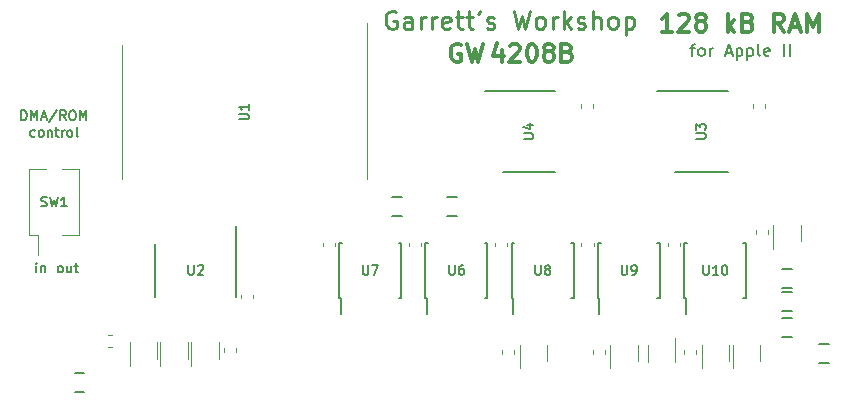
<source format=gto>
G04 #@! TF.GenerationSoftware,KiCad,Pcbnew,(5.1.5-0-10_14)*
G04 #@! TF.CreationDate,2021-02-24T21:24:28-05:00*
G04 #@! TF.ProjectId,RAM128,52414d31-3238-42e6-9b69-6361645f7063,rev?*
G04 #@! TF.SameCoordinates,Original*
G04 #@! TF.FileFunction,Legend,Top*
G04 #@! TF.FilePolarity,Positive*
%FSLAX46Y46*%
G04 Gerber Fmt 4.6, Leading zero omitted, Abs format (unit mm)*
G04 Created by KiCad (PCBNEW (5.1.5-0-10_14)) date 2021-02-24 21:24:28*
%MOMM*%
%LPD*%
G04 APERTURE LIST*
%ADD10C,0.203200*%
%ADD11C,0.225000*%
%ADD12C,0.300000*%
%ADD13C,0.120000*%
%ADD14C,0.152400*%
%ADD15C,0.150000*%
%ADD16C,0.100000*%
%ADD17C,1.448000*%
%ADD18C,2.000000*%
G04 APERTURE END LIST*
D10*
X68371961Y-108112888D02*
X68371961Y-107294688D01*
X68565485Y-107294688D01*
X68681600Y-107333650D01*
X68759009Y-107411573D01*
X68797714Y-107489497D01*
X68836419Y-107645345D01*
X68836419Y-107762230D01*
X68797714Y-107918078D01*
X68759009Y-107996002D01*
X68681600Y-108073926D01*
X68565485Y-108112888D01*
X68371961Y-108112888D01*
X69184761Y-108112888D02*
X69184761Y-107294688D01*
X69455695Y-107879116D01*
X69726628Y-107294688D01*
X69726628Y-108112888D01*
X70074971Y-107879116D02*
X70462019Y-107879116D01*
X69997561Y-108112888D02*
X70268495Y-107294688D01*
X70539428Y-108112888D01*
X71390933Y-107255726D02*
X70694247Y-108307697D01*
X72126323Y-108112888D02*
X71855390Y-107723269D01*
X71661866Y-108112888D02*
X71661866Y-107294688D01*
X71971504Y-107294688D01*
X72048914Y-107333650D01*
X72087619Y-107372611D01*
X72126323Y-107450535D01*
X72126323Y-107567421D01*
X72087619Y-107645345D01*
X72048914Y-107684307D01*
X71971504Y-107723269D01*
X71661866Y-107723269D01*
X72629485Y-107294688D02*
X72784304Y-107294688D01*
X72861714Y-107333650D01*
X72939123Y-107411573D01*
X72977828Y-107567421D01*
X72977828Y-107840154D01*
X72939123Y-107996002D01*
X72861714Y-108073926D01*
X72784304Y-108112888D01*
X72629485Y-108112888D01*
X72552076Y-108073926D01*
X72474666Y-107996002D01*
X72435961Y-107840154D01*
X72435961Y-107567421D01*
X72474666Y-107411573D01*
X72552076Y-107333650D01*
X72629485Y-107294688D01*
X73326171Y-108112888D02*
X73326171Y-107294688D01*
X73597104Y-107879116D01*
X73868038Y-107294688D01*
X73868038Y-108112888D01*
X69513752Y-109504426D02*
X69436342Y-109543388D01*
X69281523Y-109543388D01*
X69204114Y-109504426D01*
X69165409Y-109465464D01*
X69126704Y-109387540D01*
X69126704Y-109153769D01*
X69165409Y-109075845D01*
X69204114Y-109036883D01*
X69281523Y-108997921D01*
X69436342Y-108997921D01*
X69513752Y-109036883D01*
X69978209Y-109543388D02*
X69900800Y-109504426D01*
X69862095Y-109465464D01*
X69823390Y-109387540D01*
X69823390Y-109153769D01*
X69862095Y-109075845D01*
X69900800Y-109036883D01*
X69978209Y-108997921D01*
X70094323Y-108997921D01*
X70171733Y-109036883D01*
X70210438Y-109075845D01*
X70249142Y-109153769D01*
X70249142Y-109387540D01*
X70210438Y-109465464D01*
X70171733Y-109504426D01*
X70094323Y-109543388D01*
X69978209Y-109543388D01*
X70597485Y-108997921D02*
X70597485Y-109543388D01*
X70597485Y-109075845D02*
X70636190Y-109036883D01*
X70713600Y-108997921D01*
X70829714Y-108997921D01*
X70907123Y-109036883D01*
X70945828Y-109114807D01*
X70945828Y-109543388D01*
X71216761Y-108997921D02*
X71526400Y-108997921D01*
X71332876Y-108725188D02*
X71332876Y-109426502D01*
X71371580Y-109504426D01*
X71448990Y-109543388D01*
X71526400Y-109543388D01*
X71797333Y-109543388D02*
X71797333Y-108997921D01*
X71797333Y-109153769D02*
X71836038Y-109075845D01*
X71874742Y-109036883D01*
X71952152Y-108997921D01*
X72029561Y-108997921D01*
X72416609Y-109543388D02*
X72339200Y-109504426D01*
X72300495Y-109465464D01*
X72261790Y-109387540D01*
X72261790Y-109153769D01*
X72300495Y-109075845D01*
X72339200Y-109036883D01*
X72416609Y-108997921D01*
X72532723Y-108997921D01*
X72610133Y-109036883D01*
X72648838Y-109075845D01*
X72687542Y-109153769D01*
X72687542Y-109387540D01*
X72648838Y-109465464D01*
X72610133Y-109504426D01*
X72532723Y-109543388D01*
X72416609Y-109543388D01*
X73152000Y-109543388D02*
X73074590Y-109504426D01*
X73035885Y-109426502D01*
X73035885Y-108725188D01*
X71605019Y-121017695D02*
X71527609Y-120978990D01*
X71488904Y-120940285D01*
X71450200Y-120862876D01*
X71450200Y-120630647D01*
X71488904Y-120553238D01*
X71527609Y-120514533D01*
X71605019Y-120475828D01*
X71721133Y-120475828D01*
X71798542Y-120514533D01*
X71837247Y-120553238D01*
X71875952Y-120630647D01*
X71875952Y-120862876D01*
X71837247Y-120940285D01*
X71798542Y-120978990D01*
X71721133Y-121017695D01*
X71605019Y-121017695D01*
X72572638Y-120475828D02*
X72572638Y-121017695D01*
X72224295Y-120475828D02*
X72224295Y-120901580D01*
X72263000Y-120978990D01*
X72340409Y-121017695D01*
X72456523Y-121017695D01*
X72533933Y-120978990D01*
X72572638Y-120940285D01*
X72843571Y-120475828D02*
X73153209Y-120475828D01*
X72959685Y-120204895D02*
X72959685Y-120901580D01*
X72998390Y-120978990D01*
X73075800Y-121017695D01*
X73153209Y-121017695D01*
X69609304Y-121017695D02*
X69609304Y-120475828D01*
X69609304Y-120204895D02*
X69570600Y-120243600D01*
X69609304Y-120282304D01*
X69648009Y-120243600D01*
X69609304Y-120204895D01*
X69609304Y-120282304D01*
X69996352Y-120475828D02*
X69996352Y-121017695D01*
X69996352Y-120553238D02*
X70035057Y-120514533D01*
X70112466Y-120475828D01*
X70228580Y-120475828D01*
X70305990Y-120514533D01*
X70344695Y-120591942D01*
X70344695Y-121017695D01*
D11*
X100075999Y-98933000D02*
X99930857Y-98860428D01*
X99713142Y-98860428D01*
X99495428Y-98933000D01*
X99350285Y-99078142D01*
X99277714Y-99223285D01*
X99205142Y-99513571D01*
X99205142Y-99731285D01*
X99277714Y-100021571D01*
X99350285Y-100166714D01*
X99495428Y-100311857D01*
X99713142Y-100384428D01*
X99858285Y-100384428D01*
X100075999Y-100311857D01*
X100148571Y-100239285D01*
X100148571Y-99731285D01*
X99858285Y-99731285D01*
X101454857Y-100384428D02*
X101454857Y-99586142D01*
X101382285Y-99441000D01*
X101237142Y-99368428D01*
X100946857Y-99368428D01*
X100801714Y-99441000D01*
X101454857Y-100311857D02*
X101309714Y-100384428D01*
X100946857Y-100384428D01*
X100801714Y-100311857D01*
X100729142Y-100166714D01*
X100729142Y-100021571D01*
X100801714Y-99876428D01*
X100946857Y-99803857D01*
X101309714Y-99803857D01*
X101454857Y-99731285D01*
X102180571Y-100384428D02*
X102180571Y-99368428D01*
X102180571Y-99658714D02*
X102253142Y-99513571D01*
X102325714Y-99441000D01*
X102470857Y-99368428D01*
X102615999Y-99368428D01*
X103123999Y-100384428D02*
X103123999Y-99368428D01*
X103123999Y-99658714D02*
X103196571Y-99513571D01*
X103269142Y-99441000D01*
X103414285Y-99368428D01*
X103559428Y-99368428D01*
X104647999Y-100311857D02*
X104502857Y-100384428D01*
X104212571Y-100384428D01*
X104067428Y-100311857D01*
X103994857Y-100166714D01*
X103994857Y-99586142D01*
X104067428Y-99441000D01*
X104212571Y-99368428D01*
X104502857Y-99368428D01*
X104647999Y-99441000D01*
X104720571Y-99586142D01*
X104720571Y-99731285D01*
X103994857Y-99876428D01*
X105155999Y-99368428D02*
X105736571Y-99368428D01*
X105373714Y-98860428D02*
X105373714Y-100166714D01*
X105446285Y-100311857D01*
X105591428Y-100384428D01*
X105736571Y-100384428D01*
X106026857Y-99368428D02*
X106607428Y-99368428D01*
X106244571Y-98860428D02*
X106244571Y-100166714D01*
X106317142Y-100311857D01*
X106462285Y-100384428D01*
X106607428Y-100384428D01*
X107187999Y-98860428D02*
X107187999Y-98933000D01*
X107115428Y-99078142D01*
X107042857Y-99150714D01*
X107768571Y-100311857D02*
X107913714Y-100384428D01*
X108203999Y-100384428D01*
X108349142Y-100311857D01*
X108421714Y-100166714D01*
X108421714Y-100094142D01*
X108349142Y-99949000D01*
X108203999Y-99876428D01*
X107986285Y-99876428D01*
X107841142Y-99803857D01*
X107768571Y-99658714D01*
X107768571Y-99586142D01*
X107841142Y-99441000D01*
X107986285Y-99368428D01*
X108203999Y-99368428D01*
X108349142Y-99441000D01*
X110090857Y-98860428D02*
X110453714Y-100384428D01*
X110743999Y-99295857D01*
X111034285Y-100384428D01*
X111397142Y-98860428D01*
X112195428Y-100384428D02*
X112050285Y-100311857D01*
X111977714Y-100239285D01*
X111905142Y-100094142D01*
X111905142Y-99658714D01*
X111977714Y-99513571D01*
X112050285Y-99441000D01*
X112195428Y-99368428D01*
X112413142Y-99368428D01*
X112558285Y-99441000D01*
X112630857Y-99513571D01*
X112703428Y-99658714D01*
X112703428Y-100094142D01*
X112630857Y-100239285D01*
X112558285Y-100311857D01*
X112413142Y-100384428D01*
X112195428Y-100384428D01*
X113356571Y-100384428D02*
X113356571Y-99368428D01*
X113356571Y-99658714D02*
X113429142Y-99513571D01*
X113501714Y-99441000D01*
X113646857Y-99368428D01*
X113791999Y-99368428D01*
X114299999Y-100384428D02*
X114299999Y-98860428D01*
X114445142Y-99803857D02*
X114880571Y-100384428D01*
X114880571Y-99368428D02*
X114299999Y-99949000D01*
X115461142Y-100311857D02*
X115606285Y-100384428D01*
X115896571Y-100384428D01*
X116041714Y-100311857D01*
X116114285Y-100166714D01*
X116114285Y-100094142D01*
X116041714Y-99949000D01*
X115896571Y-99876428D01*
X115678857Y-99876428D01*
X115533714Y-99803857D01*
X115461142Y-99658714D01*
X115461142Y-99586142D01*
X115533714Y-99441000D01*
X115678857Y-99368428D01*
X115896571Y-99368428D01*
X116041714Y-99441000D01*
X116767428Y-100384428D02*
X116767428Y-98860428D01*
X117420571Y-100384428D02*
X117420571Y-99586142D01*
X117347999Y-99441000D01*
X117202857Y-99368428D01*
X116985142Y-99368428D01*
X116839999Y-99441000D01*
X116767428Y-99513571D01*
X118363999Y-100384428D02*
X118218857Y-100311857D01*
X118146285Y-100239285D01*
X118073714Y-100094142D01*
X118073714Y-99658714D01*
X118146285Y-99513571D01*
X118218857Y-99441000D01*
X118363999Y-99368428D01*
X118581714Y-99368428D01*
X118726857Y-99441000D01*
X118799428Y-99513571D01*
X118871999Y-99658714D01*
X118871999Y-100094142D01*
X118799428Y-100239285D01*
X118726857Y-100311857D01*
X118581714Y-100384428D01*
X118363999Y-100384428D01*
X119525142Y-99368428D02*
X119525142Y-100892428D01*
X119525142Y-99441000D02*
X119670285Y-99368428D01*
X119960571Y-99368428D01*
X120105714Y-99441000D01*
X120178285Y-99513571D01*
X120250857Y-99658714D01*
X120250857Y-100094142D01*
X120178285Y-100239285D01*
X120105714Y-100311857D01*
X119960571Y-100384428D01*
X119670285Y-100384428D01*
X119525142Y-100311857D01*
D12*
X105556571Y-101739000D02*
X105413714Y-101667571D01*
X105199428Y-101667571D01*
X104985142Y-101739000D01*
X104842285Y-101881857D01*
X104770857Y-102024714D01*
X104699428Y-102310428D01*
X104699428Y-102524714D01*
X104770857Y-102810428D01*
X104842285Y-102953285D01*
X104985142Y-103096142D01*
X105199428Y-103167571D01*
X105342285Y-103167571D01*
X105556571Y-103096142D01*
X105628000Y-103024714D01*
X105628000Y-102524714D01*
X105342285Y-102524714D01*
X106128000Y-101667571D02*
X106485142Y-103167571D01*
X106770857Y-102096142D01*
X107056571Y-103167571D01*
X107413714Y-101667571D01*
X109018000Y-102167571D02*
X109018000Y-103167571D01*
X108660857Y-101596142D02*
X108303714Y-102667571D01*
X109232285Y-102667571D01*
X109732285Y-101810428D02*
X109803714Y-101739000D01*
X109946571Y-101667571D01*
X110303714Y-101667571D01*
X110446571Y-101739000D01*
X110518000Y-101810428D01*
X110589428Y-101953285D01*
X110589428Y-102096142D01*
X110518000Y-102310428D01*
X109660857Y-103167571D01*
X110589428Y-103167571D01*
X111518000Y-101667571D02*
X111660857Y-101667571D01*
X111803714Y-101739000D01*
X111875142Y-101810428D01*
X111946571Y-101953285D01*
X112018000Y-102239000D01*
X112018000Y-102596142D01*
X111946571Y-102881857D01*
X111875142Y-103024714D01*
X111803714Y-103096142D01*
X111660857Y-103167571D01*
X111518000Y-103167571D01*
X111375142Y-103096142D01*
X111303714Y-103024714D01*
X111232285Y-102881857D01*
X111160857Y-102596142D01*
X111160857Y-102239000D01*
X111232285Y-101953285D01*
X111303714Y-101810428D01*
X111375142Y-101739000D01*
X111518000Y-101667571D01*
X112875142Y-102310428D02*
X112732285Y-102239000D01*
X112660857Y-102167571D01*
X112589428Y-102024714D01*
X112589428Y-101953285D01*
X112660857Y-101810428D01*
X112732285Y-101739000D01*
X112875142Y-101667571D01*
X113160857Y-101667571D01*
X113303714Y-101739000D01*
X113375142Y-101810428D01*
X113446571Y-101953285D01*
X113446571Y-102024714D01*
X113375142Y-102167571D01*
X113303714Y-102239000D01*
X113160857Y-102310428D01*
X112875142Y-102310428D01*
X112732285Y-102381857D01*
X112660857Y-102453285D01*
X112589428Y-102596142D01*
X112589428Y-102881857D01*
X112660857Y-103024714D01*
X112732285Y-103096142D01*
X112875142Y-103167571D01*
X113160857Y-103167571D01*
X113303714Y-103096142D01*
X113375142Y-103024714D01*
X113446571Y-102881857D01*
X113446571Y-102596142D01*
X113375142Y-102453285D01*
X113303714Y-102381857D01*
X113160857Y-102310428D01*
X114589428Y-102381857D02*
X114803714Y-102453285D01*
X114875142Y-102524714D01*
X114946571Y-102667571D01*
X114946571Y-102881857D01*
X114875142Y-103024714D01*
X114803714Y-103096142D01*
X114660857Y-103167571D01*
X114089428Y-103167571D01*
X114089428Y-101667571D01*
X114589428Y-101667571D01*
X114732285Y-101739000D01*
X114803714Y-101810428D01*
X114875142Y-101953285D01*
X114875142Y-102096142D01*
X114803714Y-102239000D01*
X114732285Y-102310428D01*
X114589428Y-102381857D01*
X114089428Y-102381857D01*
X123444000Y-100638428D02*
X122573142Y-100638428D01*
X123008571Y-100638428D02*
X123008571Y-99114428D01*
X122863428Y-99332142D01*
X122718285Y-99477285D01*
X122573142Y-99549857D01*
X124024571Y-99259571D02*
X124097142Y-99187000D01*
X124242285Y-99114428D01*
X124605142Y-99114428D01*
X124750285Y-99187000D01*
X124822857Y-99259571D01*
X124895428Y-99404714D01*
X124895428Y-99549857D01*
X124822857Y-99767571D01*
X123952000Y-100638428D01*
X124895428Y-100638428D01*
X125766285Y-99767571D02*
X125621142Y-99695000D01*
X125548571Y-99622428D01*
X125476000Y-99477285D01*
X125476000Y-99404714D01*
X125548571Y-99259571D01*
X125621142Y-99187000D01*
X125766285Y-99114428D01*
X126056571Y-99114428D01*
X126201714Y-99187000D01*
X126274285Y-99259571D01*
X126346857Y-99404714D01*
X126346857Y-99477285D01*
X126274285Y-99622428D01*
X126201714Y-99695000D01*
X126056571Y-99767571D01*
X125766285Y-99767571D01*
X125621142Y-99840142D01*
X125548571Y-99912714D01*
X125476000Y-100057857D01*
X125476000Y-100348142D01*
X125548571Y-100493285D01*
X125621142Y-100565857D01*
X125766285Y-100638428D01*
X126056571Y-100638428D01*
X126201714Y-100565857D01*
X126274285Y-100493285D01*
X126346857Y-100348142D01*
X126346857Y-100057857D01*
X126274285Y-99912714D01*
X126201714Y-99840142D01*
X126056571Y-99767571D01*
X128161142Y-100638428D02*
X128161142Y-99114428D01*
X128306285Y-100057857D02*
X128741714Y-100638428D01*
X128741714Y-99622428D02*
X128161142Y-100203000D01*
X129902857Y-99840142D02*
X130120571Y-99912714D01*
X130193142Y-99985285D01*
X130265714Y-100130428D01*
X130265714Y-100348142D01*
X130193142Y-100493285D01*
X130120571Y-100565857D01*
X129975428Y-100638428D01*
X129394857Y-100638428D01*
X129394857Y-99114428D01*
X129902857Y-99114428D01*
X130048000Y-99187000D01*
X130120571Y-99259571D01*
X130193142Y-99404714D01*
X130193142Y-99549857D01*
X130120571Y-99695000D01*
X130048000Y-99767571D01*
X129902857Y-99840142D01*
X129394857Y-99840142D01*
X132950857Y-100638428D02*
X132442857Y-99912714D01*
X132080000Y-100638428D02*
X132080000Y-99114428D01*
X132660571Y-99114428D01*
X132805714Y-99187000D01*
X132878285Y-99259571D01*
X132950857Y-99404714D01*
X132950857Y-99622428D01*
X132878285Y-99767571D01*
X132805714Y-99840142D01*
X132660571Y-99912714D01*
X132080000Y-99912714D01*
X133531428Y-100203000D02*
X134257142Y-100203000D01*
X133386285Y-100638428D02*
X133894285Y-99114428D01*
X134402285Y-100638428D01*
X134910285Y-100638428D02*
X134910285Y-99114428D01*
X135418285Y-100203000D01*
X135926285Y-99114428D01*
X135926285Y-100638428D01*
D10*
X125004285Y-102017285D02*
X125391333Y-102017285D01*
X125149428Y-102694619D02*
X125149428Y-101823761D01*
X125197809Y-101727000D01*
X125294571Y-101678619D01*
X125391333Y-101678619D01*
X125875142Y-102694619D02*
X125778380Y-102646238D01*
X125730000Y-102597857D01*
X125681619Y-102501095D01*
X125681619Y-102210809D01*
X125730000Y-102114047D01*
X125778380Y-102065666D01*
X125875142Y-102017285D01*
X126020285Y-102017285D01*
X126117047Y-102065666D01*
X126165428Y-102114047D01*
X126213809Y-102210809D01*
X126213809Y-102501095D01*
X126165428Y-102597857D01*
X126117047Y-102646238D01*
X126020285Y-102694619D01*
X125875142Y-102694619D01*
X126649238Y-102694619D02*
X126649238Y-102017285D01*
X126649238Y-102210809D02*
X126697619Y-102114047D01*
X126746000Y-102065666D01*
X126842761Y-102017285D01*
X126939523Y-102017285D01*
X128003904Y-102404333D02*
X128487714Y-102404333D01*
X127907142Y-102694619D02*
X128245809Y-101678619D01*
X128584476Y-102694619D01*
X128923142Y-102017285D02*
X128923142Y-103033285D01*
X128923142Y-102065666D02*
X129019904Y-102017285D01*
X129213428Y-102017285D01*
X129310190Y-102065666D01*
X129358571Y-102114047D01*
X129406952Y-102210809D01*
X129406952Y-102501095D01*
X129358571Y-102597857D01*
X129310190Y-102646238D01*
X129213428Y-102694619D01*
X129019904Y-102694619D01*
X128923142Y-102646238D01*
X129842380Y-102017285D02*
X129842380Y-103033285D01*
X129842380Y-102065666D02*
X129939142Y-102017285D01*
X130132666Y-102017285D01*
X130229428Y-102065666D01*
X130277809Y-102114047D01*
X130326190Y-102210809D01*
X130326190Y-102501095D01*
X130277809Y-102597857D01*
X130229428Y-102646238D01*
X130132666Y-102694619D01*
X129939142Y-102694619D01*
X129842380Y-102646238D01*
X130906761Y-102694619D02*
X130810000Y-102646238D01*
X130761619Y-102549476D01*
X130761619Y-101678619D01*
X131680857Y-102646238D02*
X131584095Y-102694619D01*
X131390571Y-102694619D01*
X131293809Y-102646238D01*
X131245428Y-102549476D01*
X131245428Y-102162428D01*
X131293809Y-102065666D01*
X131390571Y-102017285D01*
X131584095Y-102017285D01*
X131680857Y-102065666D01*
X131729238Y-102162428D01*
X131729238Y-102259190D01*
X131245428Y-102355952D01*
X132938761Y-102694619D02*
X132938761Y-101678619D01*
X133422571Y-102694619D02*
X133422571Y-101678619D01*
D13*
X71815000Y-112302000D02*
X73250000Y-112302000D01*
X71815000Y-117822000D02*
X73250000Y-117822000D01*
X68989000Y-112302000D02*
X70424000Y-112302000D01*
X68989000Y-117822000D02*
X68989000Y-112302000D01*
X68989000Y-117822000D02*
X69805000Y-117822000D01*
X69805000Y-119508000D02*
X69805000Y-117822000D01*
X73250000Y-117822000D02*
X73250000Y-112302000D01*
D14*
X132793600Y-120700000D02*
X133606400Y-120700000D01*
X132793600Y-122300000D02*
X133606400Y-122300000D01*
D13*
X76891500Y-107442000D02*
X76891500Y-113094500D01*
X76891500Y-107442000D02*
X76891500Y-101789500D01*
X97606500Y-107442000D02*
X97606500Y-113094500D01*
X97606500Y-107442000D02*
X97606500Y-99867000D01*
X131560000Y-117437221D02*
X131560000Y-117762779D01*
X130540000Y-117437221D02*
X130540000Y-117762779D01*
X88010000Y-123212779D02*
X88010000Y-122887221D01*
X86990000Y-123212779D02*
X86990000Y-122887221D01*
D14*
X105256400Y-116250000D02*
X104443600Y-116250000D01*
X105256400Y-114650000D02*
X104443600Y-114650000D01*
D15*
X117175000Y-123175000D02*
X117300000Y-123175000D01*
X117175000Y-118525000D02*
X117400000Y-118525000D01*
X122425000Y-118525000D02*
X122200000Y-118525000D01*
X122425000Y-123175000D02*
X122200000Y-123175000D01*
X117175000Y-123175000D02*
X117175000Y-118525000D01*
X122425000Y-123175000D02*
X122425000Y-118525000D01*
X117300000Y-123175000D02*
X117300000Y-124525000D01*
D13*
X131360000Y-106737221D02*
X131360000Y-107062779D01*
X130340000Y-106737221D02*
X130340000Y-107062779D01*
X124490000Y-127587221D02*
X124490000Y-127912779D01*
X125510000Y-127587221D02*
X125510000Y-127912779D01*
X93890000Y-118487221D02*
X93890000Y-118812779D01*
X94910000Y-118487221D02*
X94910000Y-118812779D01*
X86560000Y-127387221D02*
X86560000Y-127712779D01*
X85540000Y-127387221D02*
X85540000Y-127712779D01*
X76062779Y-127310000D02*
X75737221Y-127310000D01*
X76062779Y-126290000D02*
X75737221Y-126290000D01*
X117760000Y-127587221D02*
X117760000Y-127912779D01*
X116740000Y-127587221D02*
X116740000Y-127912779D01*
D15*
X95275000Y-123175000D02*
X95400000Y-123175000D01*
X95275000Y-118525000D02*
X95500000Y-118525000D01*
X100525000Y-118525000D02*
X100300000Y-118525000D01*
X100525000Y-123175000D02*
X100300000Y-123175000D01*
X95275000Y-123175000D02*
X95275000Y-118525000D01*
X100525000Y-123175000D02*
X100525000Y-118525000D01*
X95400000Y-123175000D02*
X95400000Y-124525000D01*
D13*
X115790000Y-118487221D02*
X115790000Y-118812779D01*
X116810000Y-118487221D02*
X116810000Y-118812779D01*
D15*
X124600000Y-123175000D02*
X124600000Y-124525000D01*
X129725000Y-123175000D02*
X129725000Y-118525000D01*
X124475000Y-123175000D02*
X124475000Y-118525000D01*
X129725000Y-123175000D02*
X129500000Y-123175000D01*
X129725000Y-118525000D02*
X129500000Y-118525000D01*
X124475000Y-118525000D02*
X124700000Y-118525000D01*
X124475000Y-123175000D02*
X124600000Y-123175000D01*
D13*
X124110000Y-118487221D02*
X124110000Y-118812779D01*
X123090000Y-118487221D02*
X123090000Y-118812779D01*
D15*
X109875000Y-123175000D02*
X110000000Y-123175000D01*
X109875000Y-118525000D02*
X110100000Y-118525000D01*
X115125000Y-118525000D02*
X114900000Y-118525000D01*
X115125000Y-123175000D02*
X114900000Y-123175000D01*
X109875000Y-123175000D02*
X109875000Y-118525000D01*
X115125000Y-123175000D02*
X115125000Y-118525000D01*
X110000000Y-123175000D02*
X110000000Y-124525000D01*
D13*
X108490000Y-118487221D02*
X108490000Y-118812779D01*
X109510000Y-118487221D02*
X109510000Y-118812779D01*
D15*
X107600000Y-105625000D02*
X113575000Y-105625000D01*
X109125000Y-112525000D02*
X113575000Y-112525000D01*
D13*
X115740000Y-106737221D02*
X115740000Y-107062779D01*
X116760000Y-106737221D02*
X116760000Y-107062779D01*
D14*
X136716400Y-127089000D02*
X135903600Y-127089000D01*
X136716400Y-128689000D02*
X135903600Y-128689000D01*
X73706400Y-129500000D02*
X72893600Y-129500000D01*
X73706400Y-131100000D02*
X72893600Y-131100000D01*
D13*
X102210000Y-118487221D02*
X102210000Y-118812779D01*
X101190000Y-118487221D02*
X101190000Y-118812779D01*
X109090000Y-127587221D02*
X109090000Y-127912779D01*
X110110000Y-127587221D02*
X110110000Y-127912779D01*
D14*
X133606400Y-122700000D02*
X132793600Y-122700000D01*
X133606400Y-124300000D02*
X132793600Y-124300000D01*
X99743600Y-114650000D02*
X100556400Y-114650000D01*
X99743600Y-116250000D02*
X100556400Y-116250000D01*
D15*
X79675000Y-118625000D02*
X79675000Y-123075000D01*
X86575000Y-117100000D02*
X86575000Y-123075000D01*
X123725000Y-112525000D02*
X128175000Y-112525000D01*
X122200000Y-105625000D02*
X128175000Y-105625000D01*
X102700000Y-123175000D02*
X102700000Y-124525000D01*
X107825000Y-123175000D02*
X107825000Y-118525000D01*
X102575000Y-123175000D02*
X102575000Y-118525000D01*
X107825000Y-123175000D02*
X107600000Y-123175000D01*
X107825000Y-118525000D02*
X107600000Y-118525000D01*
X102575000Y-118525000D02*
X102800000Y-118525000D01*
X102575000Y-123175000D02*
X102700000Y-123175000D01*
D13*
X123710000Y-128580000D02*
X123710000Y-126550000D01*
X121390000Y-127170000D02*
X121390000Y-128580000D01*
X82740000Y-126920000D02*
X82740000Y-128950000D01*
X85060000Y-128330000D02*
X85060000Y-126920000D01*
X79860000Y-128330000D02*
X79860000Y-126920000D01*
X77540000Y-126920000D02*
X77540000Y-128950000D01*
X80140000Y-126920000D02*
X80140000Y-128950000D01*
X82460000Y-128330000D02*
X82460000Y-126920000D01*
X110590000Y-127120000D02*
X110590000Y-129150000D01*
X112910000Y-128530000D02*
X112910000Y-127120000D01*
X120560000Y-128530000D02*
X120560000Y-127120000D01*
X118240000Y-127120000D02*
X118240000Y-129150000D01*
X128310000Y-128530000D02*
X128310000Y-127120000D01*
X125990000Y-127120000D02*
X125990000Y-129150000D01*
X128590000Y-127120000D02*
X128590000Y-129150000D01*
X130910000Y-128530000D02*
X130910000Y-127120000D01*
D14*
X133606400Y-124900000D02*
X132793600Y-124900000D01*
X133606400Y-126500000D02*
X132793600Y-126500000D01*
D13*
X134360000Y-118380000D02*
X134360000Y-116970000D01*
X132040000Y-116970000D02*
X132040000Y-119000000D01*
D10*
X70036266Y-115390990D02*
X70152380Y-115429695D01*
X70345904Y-115429695D01*
X70423314Y-115390990D01*
X70462019Y-115352285D01*
X70500723Y-115274876D01*
X70500723Y-115197466D01*
X70462019Y-115120057D01*
X70423314Y-115081352D01*
X70345904Y-115042647D01*
X70191085Y-115003942D01*
X70113676Y-114965238D01*
X70074971Y-114926533D01*
X70036266Y-114849123D01*
X70036266Y-114771714D01*
X70074971Y-114694304D01*
X70113676Y-114655600D01*
X70191085Y-114616895D01*
X70384609Y-114616895D01*
X70500723Y-114655600D01*
X70771657Y-114616895D02*
X70965180Y-115429695D01*
X71120000Y-114849123D01*
X71274819Y-115429695D01*
X71468342Y-114616895D01*
X72203733Y-115429695D02*
X71739276Y-115429695D01*
X71971504Y-115429695D02*
X71971504Y-114616895D01*
X71894095Y-114733009D01*
X71816685Y-114810419D01*
X71739276Y-114849123D01*
X86803895Y-108061276D02*
X87461876Y-108061276D01*
X87539285Y-108022571D01*
X87577990Y-107983866D01*
X87616695Y-107906457D01*
X87616695Y-107751638D01*
X87577990Y-107674228D01*
X87539285Y-107635523D01*
X87461876Y-107596819D01*
X86803895Y-107596819D01*
X87616695Y-106784019D02*
X87616695Y-107248476D01*
X87616695Y-107016247D02*
X86803895Y-107016247D01*
X86920009Y-107093657D01*
X86997419Y-107171066D01*
X87036123Y-107248476D01*
X119180723Y-120404895D02*
X119180723Y-121062876D01*
X119219428Y-121140285D01*
X119258133Y-121178990D01*
X119335542Y-121217695D01*
X119490361Y-121217695D01*
X119567771Y-121178990D01*
X119606476Y-121140285D01*
X119645180Y-121062876D01*
X119645180Y-120404895D01*
X120070933Y-121217695D02*
X120225752Y-121217695D01*
X120303161Y-121178990D01*
X120341866Y-121140285D01*
X120419276Y-121024171D01*
X120457980Y-120869352D01*
X120457980Y-120559714D01*
X120419276Y-120482304D01*
X120380571Y-120443600D01*
X120303161Y-120404895D01*
X120148342Y-120404895D01*
X120070933Y-120443600D01*
X120032228Y-120482304D01*
X119993523Y-120559714D01*
X119993523Y-120753238D01*
X120032228Y-120830647D01*
X120070933Y-120869352D01*
X120148342Y-120908057D01*
X120303161Y-120908057D01*
X120380571Y-120869352D01*
X120419276Y-120830647D01*
X120457980Y-120753238D01*
X97280723Y-120404895D02*
X97280723Y-121062876D01*
X97319428Y-121140285D01*
X97358133Y-121178990D01*
X97435542Y-121217695D01*
X97590361Y-121217695D01*
X97667771Y-121178990D01*
X97706476Y-121140285D01*
X97745180Y-121062876D01*
X97745180Y-120404895D01*
X98054819Y-120404895D02*
X98596685Y-120404895D01*
X98248342Y-121217695D01*
X126093676Y-120404895D02*
X126093676Y-121062876D01*
X126132380Y-121140285D01*
X126171085Y-121178990D01*
X126248495Y-121217695D01*
X126403314Y-121217695D01*
X126480723Y-121178990D01*
X126519428Y-121140285D01*
X126558133Y-121062876D01*
X126558133Y-120404895D01*
X127370933Y-121217695D02*
X126906476Y-121217695D01*
X127138704Y-121217695D02*
X127138704Y-120404895D01*
X127061295Y-120521009D01*
X126983885Y-120598419D01*
X126906476Y-120637123D01*
X127874095Y-120404895D02*
X127951504Y-120404895D01*
X128028914Y-120443600D01*
X128067619Y-120482304D01*
X128106323Y-120559714D01*
X128145028Y-120714533D01*
X128145028Y-120908057D01*
X128106323Y-121062876D01*
X128067619Y-121140285D01*
X128028914Y-121178990D01*
X127951504Y-121217695D01*
X127874095Y-121217695D01*
X127796685Y-121178990D01*
X127757980Y-121140285D01*
X127719276Y-121062876D01*
X127680571Y-120908057D01*
X127680571Y-120714533D01*
X127719276Y-120559714D01*
X127757980Y-120482304D01*
X127796685Y-120443600D01*
X127874095Y-120404895D01*
X111880723Y-120404895D02*
X111880723Y-121062876D01*
X111919428Y-121140285D01*
X111958133Y-121178990D01*
X112035542Y-121217695D01*
X112190361Y-121217695D01*
X112267771Y-121178990D01*
X112306476Y-121140285D01*
X112345180Y-121062876D01*
X112345180Y-120404895D01*
X112848342Y-120753238D02*
X112770933Y-120714533D01*
X112732228Y-120675828D01*
X112693523Y-120598419D01*
X112693523Y-120559714D01*
X112732228Y-120482304D01*
X112770933Y-120443600D01*
X112848342Y-120404895D01*
X113003161Y-120404895D01*
X113080571Y-120443600D01*
X113119276Y-120482304D01*
X113157980Y-120559714D01*
X113157980Y-120598419D01*
X113119276Y-120675828D01*
X113080571Y-120714533D01*
X113003161Y-120753238D01*
X112848342Y-120753238D01*
X112770933Y-120791942D01*
X112732228Y-120830647D01*
X112693523Y-120908057D01*
X112693523Y-121062876D01*
X112732228Y-121140285D01*
X112770933Y-121178990D01*
X112848342Y-121217695D01*
X113003161Y-121217695D01*
X113080571Y-121178990D01*
X113119276Y-121140285D01*
X113157980Y-121062876D01*
X113157980Y-120908057D01*
X113119276Y-120830647D01*
X113080571Y-120791942D01*
X113003161Y-120753238D01*
X110904895Y-109694276D02*
X111562876Y-109694276D01*
X111640285Y-109655571D01*
X111678990Y-109616866D01*
X111717695Y-109539457D01*
X111717695Y-109384638D01*
X111678990Y-109307228D01*
X111640285Y-109268523D01*
X111562876Y-109229819D01*
X110904895Y-109229819D01*
X111175828Y-108494428D02*
X111717695Y-108494428D01*
X110866190Y-108687952D02*
X111446761Y-108881476D01*
X111446761Y-108378314D01*
X82505723Y-120404895D02*
X82505723Y-121062876D01*
X82544428Y-121140285D01*
X82583133Y-121178990D01*
X82660542Y-121217695D01*
X82815361Y-121217695D01*
X82892771Y-121178990D01*
X82931476Y-121140285D01*
X82970180Y-121062876D01*
X82970180Y-120404895D01*
X83318523Y-120482304D02*
X83357228Y-120443600D01*
X83434638Y-120404895D01*
X83628161Y-120404895D01*
X83705571Y-120443600D01*
X83744276Y-120482304D01*
X83782980Y-120559714D01*
X83782980Y-120637123D01*
X83744276Y-120753238D01*
X83279819Y-121217695D01*
X83782980Y-121217695D01*
X125504895Y-109694276D02*
X126162876Y-109694276D01*
X126240285Y-109655571D01*
X126278990Y-109616866D01*
X126317695Y-109539457D01*
X126317695Y-109384638D01*
X126278990Y-109307228D01*
X126240285Y-109268523D01*
X126162876Y-109229819D01*
X125504895Y-109229819D01*
X125504895Y-108920180D02*
X125504895Y-108417019D01*
X125814533Y-108687952D01*
X125814533Y-108571838D01*
X125853238Y-108494428D01*
X125891942Y-108455723D01*
X125969352Y-108417019D01*
X126162876Y-108417019D01*
X126240285Y-108455723D01*
X126278990Y-108494428D01*
X126317695Y-108571838D01*
X126317695Y-108804066D01*
X126278990Y-108881476D01*
X126240285Y-108920180D01*
X104580723Y-120404895D02*
X104580723Y-121062876D01*
X104619428Y-121140285D01*
X104658133Y-121178990D01*
X104735542Y-121217695D01*
X104890361Y-121217695D01*
X104967771Y-121178990D01*
X105006476Y-121140285D01*
X105045180Y-121062876D01*
X105045180Y-120404895D01*
X105780571Y-120404895D02*
X105625752Y-120404895D01*
X105548342Y-120443600D01*
X105509638Y-120482304D01*
X105432228Y-120598419D01*
X105393523Y-120753238D01*
X105393523Y-121062876D01*
X105432228Y-121140285D01*
X105470933Y-121178990D01*
X105548342Y-121217695D01*
X105703161Y-121217695D01*
X105780571Y-121178990D01*
X105819276Y-121140285D01*
X105857980Y-121062876D01*
X105857980Y-120869352D01*
X105819276Y-120791942D01*
X105780571Y-120753238D01*
X105703161Y-120714533D01*
X105548342Y-120714533D01*
X105470933Y-120753238D01*
X105432228Y-120791942D01*
X105393523Y-120869352D01*
%LPC*%
D16*
G36*
X139700000Y-139446000D02*
G01*
X139192000Y-139954000D01*
X74168000Y-139954000D01*
X73660000Y-139446000D01*
X73660000Y-132080000D01*
X139700000Y-132080000D01*
X139700000Y-139446000D01*
G37*
G36*
X70721074Y-110568035D02*
G01*
X70741944Y-110571131D01*
X70762411Y-110576258D01*
X70782277Y-110583366D01*
X70801350Y-110592387D01*
X70819448Y-110603234D01*
X70836395Y-110615803D01*
X70852028Y-110629972D01*
X70866197Y-110645605D01*
X70878766Y-110662552D01*
X70889613Y-110680650D01*
X70898634Y-110699723D01*
X70905742Y-110719589D01*
X70910869Y-110740056D01*
X70913965Y-110760926D01*
X70915000Y-110782000D01*
X70915000Y-111722000D01*
X70913965Y-111743074D01*
X70910869Y-111763944D01*
X70905742Y-111784411D01*
X70898634Y-111804277D01*
X70889613Y-111823350D01*
X70878766Y-111841448D01*
X70866197Y-111858395D01*
X70852028Y-111874028D01*
X70836395Y-111888197D01*
X70819448Y-111900766D01*
X70801350Y-111911613D01*
X70782277Y-111920634D01*
X70762411Y-111927742D01*
X70741944Y-111932869D01*
X70721074Y-111935965D01*
X70700000Y-111937000D01*
X70270000Y-111937000D01*
X70248926Y-111935965D01*
X70228056Y-111932869D01*
X70207589Y-111927742D01*
X70187723Y-111920634D01*
X70168650Y-111911613D01*
X70150552Y-111900766D01*
X70133605Y-111888197D01*
X70117972Y-111874028D01*
X70103803Y-111858395D01*
X70091234Y-111841448D01*
X70080387Y-111823350D01*
X70071366Y-111804277D01*
X70064258Y-111784411D01*
X70059131Y-111763944D01*
X70056035Y-111743074D01*
X70055000Y-111722000D01*
X70055000Y-110782000D01*
X70056035Y-110760926D01*
X70059131Y-110740056D01*
X70064258Y-110719589D01*
X70071366Y-110699723D01*
X70080387Y-110680650D01*
X70091234Y-110662552D01*
X70103803Y-110645605D01*
X70117972Y-110629972D01*
X70133605Y-110615803D01*
X70150552Y-110603234D01*
X70168650Y-110592387D01*
X70187723Y-110583366D01*
X70207589Y-110576258D01*
X70228056Y-110571131D01*
X70248926Y-110568035D01*
X70270000Y-110567000D01*
X70700000Y-110567000D01*
X70721074Y-110568035D01*
G37*
G36*
X71991074Y-110568035D02*
G01*
X72011944Y-110571131D01*
X72032411Y-110576258D01*
X72052277Y-110583366D01*
X72071350Y-110592387D01*
X72089448Y-110603234D01*
X72106395Y-110615803D01*
X72122028Y-110629972D01*
X72136197Y-110645605D01*
X72148766Y-110662552D01*
X72159613Y-110680650D01*
X72168634Y-110699723D01*
X72175742Y-110719589D01*
X72180869Y-110740056D01*
X72183965Y-110760926D01*
X72185000Y-110782000D01*
X72185000Y-111722000D01*
X72183965Y-111743074D01*
X72180869Y-111763944D01*
X72175742Y-111784411D01*
X72168634Y-111804277D01*
X72159613Y-111823350D01*
X72148766Y-111841448D01*
X72136197Y-111858395D01*
X72122028Y-111874028D01*
X72106395Y-111888197D01*
X72089448Y-111900766D01*
X72071350Y-111911613D01*
X72052277Y-111920634D01*
X72032411Y-111927742D01*
X72011944Y-111932869D01*
X71991074Y-111935965D01*
X71970000Y-111937000D01*
X71540000Y-111937000D01*
X71518926Y-111935965D01*
X71498056Y-111932869D01*
X71477589Y-111927742D01*
X71457723Y-111920634D01*
X71438650Y-111911613D01*
X71420552Y-111900766D01*
X71403605Y-111888197D01*
X71387972Y-111874028D01*
X71373803Y-111858395D01*
X71361234Y-111841448D01*
X71350387Y-111823350D01*
X71341366Y-111804277D01*
X71334258Y-111784411D01*
X71329131Y-111763944D01*
X71326035Y-111743074D01*
X71325000Y-111722000D01*
X71325000Y-110782000D01*
X71326035Y-110760926D01*
X71329131Y-110740056D01*
X71334258Y-110719589D01*
X71341366Y-110699723D01*
X71350387Y-110680650D01*
X71361234Y-110662552D01*
X71373803Y-110645605D01*
X71387972Y-110629972D01*
X71403605Y-110615803D01*
X71420552Y-110603234D01*
X71438650Y-110592387D01*
X71457723Y-110583366D01*
X71477589Y-110576258D01*
X71498056Y-110571131D01*
X71518926Y-110568035D01*
X71540000Y-110567000D01*
X71970000Y-110567000D01*
X71991074Y-110568035D01*
G37*
G36*
X71991074Y-118188035D02*
G01*
X72011944Y-118191131D01*
X72032411Y-118196258D01*
X72052277Y-118203366D01*
X72071350Y-118212387D01*
X72089448Y-118223234D01*
X72106395Y-118235803D01*
X72122028Y-118249972D01*
X72136197Y-118265605D01*
X72148766Y-118282552D01*
X72159613Y-118300650D01*
X72168634Y-118319723D01*
X72175742Y-118339589D01*
X72180869Y-118360056D01*
X72183965Y-118380926D01*
X72185000Y-118402000D01*
X72185000Y-119342000D01*
X72183965Y-119363074D01*
X72180869Y-119383944D01*
X72175742Y-119404411D01*
X72168634Y-119424277D01*
X72159613Y-119443350D01*
X72148766Y-119461448D01*
X72136197Y-119478395D01*
X72122028Y-119494028D01*
X72106395Y-119508197D01*
X72089448Y-119520766D01*
X72071350Y-119531613D01*
X72052277Y-119540634D01*
X72032411Y-119547742D01*
X72011944Y-119552869D01*
X71991074Y-119555965D01*
X71970000Y-119557000D01*
X71540000Y-119557000D01*
X71518926Y-119555965D01*
X71498056Y-119552869D01*
X71477589Y-119547742D01*
X71457723Y-119540634D01*
X71438650Y-119531613D01*
X71420552Y-119520766D01*
X71403605Y-119508197D01*
X71387972Y-119494028D01*
X71373803Y-119478395D01*
X71361234Y-119461448D01*
X71350387Y-119443350D01*
X71341366Y-119424277D01*
X71334258Y-119404411D01*
X71329131Y-119383944D01*
X71326035Y-119363074D01*
X71325000Y-119342000D01*
X71325000Y-118402000D01*
X71326035Y-118380926D01*
X71329131Y-118360056D01*
X71334258Y-118339589D01*
X71341366Y-118319723D01*
X71350387Y-118300650D01*
X71361234Y-118282552D01*
X71373803Y-118265605D01*
X71387972Y-118249972D01*
X71403605Y-118235803D01*
X71420552Y-118223234D01*
X71438650Y-118212387D01*
X71457723Y-118203366D01*
X71477589Y-118196258D01*
X71498056Y-118191131D01*
X71518926Y-118188035D01*
X71540000Y-118187000D01*
X71970000Y-118187000D01*
X71991074Y-118188035D01*
G37*
G36*
X70721074Y-118188035D02*
G01*
X70741944Y-118191131D01*
X70762411Y-118196258D01*
X70782277Y-118203366D01*
X70801350Y-118212387D01*
X70819448Y-118223234D01*
X70836395Y-118235803D01*
X70852028Y-118249972D01*
X70866197Y-118265605D01*
X70878766Y-118282552D01*
X70889613Y-118300650D01*
X70898634Y-118319723D01*
X70905742Y-118339589D01*
X70910869Y-118360056D01*
X70913965Y-118380926D01*
X70915000Y-118402000D01*
X70915000Y-119342000D01*
X70913965Y-119363074D01*
X70910869Y-119383944D01*
X70905742Y-119404411D01*
X70898634Y-119424277D01*
X70889613Y-119443350D01*
X70878766Y-119461448D01*
X70866197Y-119478395D01*
X70852028Y-119494028D01*
X70836395Y-119508197D01*
X70819448Y-119520766D01*
X70801350Y-119531613D01*
X70782277Y-119540634D01*
X70762411Y-119547742D01*
X70741944Y-119552869D01*
X70721074Y-119555965D01*
X70700000Y-119557000D01*
X70270000Y-119557000D01*
X70248926Y-119555965D01*
X70228056Y-119552869D01*
X70207589Y-119547742D01*
X70187723Y-119540634D01*
X70168650Y-119531613D01*
X70150552Y-119520766D01*
X70133605Y-119508197D01*
X70117972Y-119494028D01*
X70103803Y-119478395D01*
X70091234Y-119461448D01*
X70080387Y-119443350D01*
X70071366Y-119424277D01*
X70064258Y-119404411D01*
X70059131Y-119383944D01*
X70056035Y-119363074D01*
X70055000Y-119342000D01*
X70055000Y-118402000D01*
X70056035Y-118380926D01*
X70059131Y-118360056D01*
X70064258Y-118339589D01*
X70071366Y-118319723D01*
X70080387Y-118300650D01*
X70091234Y-118282552D01*
X70103803Y-118265605D01*
X70117972Y-118249972D01*
X70133605Y-118235803D01*
X70150552Y-118223234D01*
X70168650Y-118212387D01*
X70187723Y-118203366D01*
X70207589Y-118196258D01*
X70228056Y-118191131D01*
X70248926Y-118188035D01*
X70270000Y-118187000D01*
X70700000Y-118187000D01*
X70721074Y-118188035D01*
G37*
G36*
X132510779Y-120751144D02*
G01*
X132533834Y-120754563D01*
X132556443Y-120760227D01*
X132578387Y-120768079D01*
X132599457Y-120778044D01*
X132619448Y-120790026D01*
X132638168Y-120803910D01*
X132655438Y-120819562D01*
X132671090Y-120836832D01*
X132684974Y-120855552D01*
X132696956Y-120875543D01*
X132706921Y-120896613D01*
X132714773Y-120918557D01*
X132720437Y-120941166D01*
X132723856Y-120964221D01*
X132725000Y-120987500D01*
X132725000Y-122012500D01*
X132723856Y-122035779D01*
X132720437Y-122058834D01*
X132714773Y-122081443D01*
X132706921Y-122103387D01*
X132696956Y-122124457D01*
X132684974Y-122144448D01*
X132671090Y-122163168D01*
X132655438Y-122180438D01*
X132638168Y-122196090D01*
X132619448Y-122209974D01*
X132599457Y-122221956D01*
X132578387Y-122231921D01*
X132556443Y-122239773D01*
X132533834Y-122245437D01*
X132510779Y-122248856D01*
X132487500Y-122250000D01*
X132012500Y-122250000D01*
X131989221Y-122248856D01*
X131966166Y-122245437D01*
X131943557Y-122239773D01*
X131921613Y-122231921D01*
X131900543Y-122221956D01*
X131880552Y-122209974D01*
X131861832Y-122196090D01*
X131844562Y-122180438D01*
X131828910Y-122163168D01*
X131815026Y-122144448D01*
X131803044Y-122124457D01*
X131793079Y-122103387D01*
X131785227Y-122081443D01*
X131779563Y-122058834D01*
X131776144Y-122035779D01*
X131775000Y-122012500D01*
X131775000Y-120987500D01*
X131776144Y-120964221D01*
X131779563Y-120941166D01*
X131785227Y-120918557D01*
X131793079Y-120896613D01*
X131803044Y-120875543D01*
X131815026Y-120855552D01*
X131828910Y-120836832D01*
X131844562Y-120819562D01*
X131861832Y-120803910D01*
X131880552Y-120790026D01*
X131900543Y-120778044D01*
X131921613Y-120768079D01*
X131943557Y-120760227D01*
X131966166Y-120754563D01*
X131989221Y-120751144D01*
X132012500Y-120750000D01*
X132487500Y-120750000D01*
X132510779Y-120751144D01*
G37*
G36*
X134410779Y-120751144D02*
G01*
X134433834Y-120754563D01*
X134456443Y-120760227D01*
X134478387Y-120768079D01*
X134499457Y-120778044D01*
X134519448Y-120790026D01*
X134538168Y-120803910D01*
X134555438Y-120819562D01*
X134571090Y-120836832D01*
X134584974Y-120855552D01*
X134596956Y-120875543D01*
X134606921Y-120896613D01*
X134614773Y-120918557D01*
X134620437Y-120941166D01*
X134623856Y-120964221D01*
X134625000Y-120987500D01*
X134625000Y-122012500D01*
X134623856Y-122035779D01*
X134620437Y-122058834D01*
X134614773Y-122081443D01*
X134606921Y-122103387D01*
X134596956Y-122124457D01*
X134584974Y-122144448D01*
X134571090Y-122163168D01*
X134555438Y-122180438D01*
X134538168Y-122196090D01*
X134519448Y-122209974D01*
X134499457Y-122221956D01*
X134478387Y-122231921D01*
X134456443Y-122239773D01*
X134433834Y-122245437D01*
X134410779Y-122248856D01*
X134387500Y-122250000D01*
X133912500Y-122250000D01*
X133889221Y-122248856D01*
X133866166Y-122245437D01*
X133843557Y-122239773D01*
X133821613Y-122231921D01*
X133800543Y-122221956D01*
X133780552Y-122209974D01*
X133761832Y-122196090D01*
X133744562Y-122180438D01*
X133728910Y-122163168D01*
X133715026Y-122144448D01*
X133703044Y-122124457D01*
X133693079Y-122103387D01*
X133685227Y-122081443D01*
X133679563Y-122058834D01*
X133676144Y-122035779D01*
X133675000Y-122012500D01*
X133675000Y-120987500D01*
X133676144Y-120964221D01*
X133679563Y-120941166D01*
X133685227Y-120918557D01*
X133693079Y-120896613D01*
X133703044Y-120875543D01*
X133715026Y-120855552D01*
X133728910Y-120836832D01*
X133744562Y-120819562D01*
X133761832Y-120803910D01*
X133780552Y-120790026D01*
X133800543Y-120778044D01*
X133821613Y-120768079D01*
X133843557Y-120760227D01*
X133866166Y-120754563D01*
X133889221Y-120751144D01*
X133912500Y-120750000D01*
X134387500Y-120750000D01*
X134410779Y-120751144D01*
G37*
G36*
X96966153Y-99817843D02*
G01*
X96983141Y-99820363D01*
X96999800Y-99824535D01*
X97015970Y-99830321D01*
X97031494Y-99837664D01*
X97046225Y-99846493D01*
X97060019Y-99856723D01*
X97072744Y-99868256D01*
X97084277Y-99880981D01*
X97094507Y-99894775D01*
X97103336Y-99909506D01*
X97110679Y-99925030D01*
X97116465Y-99941200D01*
X97120637Y-99957859D01*
X97123157Y-99974847D01*
X97124000Y-99992000D01*
X97124000Y-101592000D01*
X97123157Y-101609153D01*
X97120637Y-101626141D01*
X97116465Y-101642800D01*
X97110679Y-101658970D01*
X97103336Y-101674494D01*
X97094507Y-101689225D01*
X97084277Y-101703019D01*
X97072744Y-101715744D01*
X97060019Y-101727277D01*
X97046225Y-101737507D01*
X97031494Y-101746336D01*
X97015970Y-101753679D01*
X96999800Y-101759465D01*
X96983141Y-101763637D01*
X96966153Y-101766157D01*
X96949000Y-101767000D01*
X96599000Y-101767000D01*
X96581847Y-101766157D01*
X96564859Y-101763637D01*
X96548200Y-101759465D01*
X96532030Y-101753679D01*
X96516506Y-101746336D01*
X96501775Y-101737507D01*
X96487981Y-101727277D01*
X96475256Y-101715744D01*
X96463723Y-101703019D01*
X96453493Y-101689225D01*
X96444664Y-101674494D01*
X96437321Y-101658970D01*
X96431535Y-101642800D01*
X96427363Y-101626141D01*
X96424843Y-101609153D01*
X96424000Y-101592000D01*
X96424000Y-99992000D01*
X96424843Y-99974847D01*
X96427363Y-99957859D01*
X96431535Y-99941200D01*
X96437321Y-99925030D01*
X96444664Y-99909506D01*
X96453493Y-99894775D01*
X96463723Y-99880981D01*
X96475256Y-99868256D01*
X96487981Y-99856723D01*
X96501775Y-99846493D01*
X96516506Y-99837664D01*
X96532030Y-99830321D01*
X96548200Y-99824535D01*
X96564859Y-99820363D01*
X96581847Y-99817843D01*
X96599000Y-99817000D01*
X96949000Y-99817000D01*
X96966153Y-99817843D01*
G37*
G36*
X95696153Y-99817843D02*
G01*
X95713141Y-99820363D01*
X95729800Y-99824535D01*
X95745970Y-99830321D01*
X95761494Y-99837664D01*
X95776225Y-99846493D01*
X95790019Y-99856723D01*
X95802744Y-99868256D01*
X95814277Y-99880981D01*
X95824507Y-99894775D01*
X95833336Y-99909506D01*
X95840679Y-99925030D01*
X95846465Y-99941200D01*
X95850637Y-99957859D01*
X95853157Y-99974847D01*
X95854000Y-99992000D01*
X95854000Y-101592000D01*
X95853157Y-101609153D01*
X95850637Y-101626141D01*
X95846465Y-101642800D01*
X95840679Y-101658970D01*
X95833336Y-101674494D01*
X95824507Y-101689225D01*
X95814277Y-101703019D01*
X95802744Y-101715744D01*
X95790019Y-101727277D01*
X95776225Y-101737507D01*
X95761494Y-101746336D01*
X95745970Y-101753679D01*
X95729800Y-101759465D01*
X95713141Y-101763637D01*
X95696153Y-101766157D01*
X95679000Y-101767000D01*
X95329000Y-101767000D01*
X95311847Y-101766157D01*
X95294859Y-101763637D01*
X95278200Y-101759465D01*
X95262030Y-101753679D01*
X95246506Y-101746336D01*
X95231775Y-101737507D01*
X95217981Y-101727277D01*
X95205256Y-101715744D01*
X95193723Y-101703019D01*
X95183493Y-101689225D01*
X95174664Y-101674494D01*
X95167321Y-101658970D01*
X95161535Y-101642800D01*
X95157363Y-101626141D01*
X95154843Y-101609153D01*
X95154000Y-101592000D01*
X95154000Y-99992000D01*
X95154843Y-99974847D01*
X95157363Y-99957859D01*
X95161535Y-99941200D01*
X95167321Y-99925030D01*
X95174664Y-99909506D01*
X95183493Y-99894775D01*
X95193723Y-99880981D01*
X95205256Y-99868256D01*
X95217981Y-99856723D01*
X95231775Y-99846493D01*
X95246506Y-99837664D01*
X95262030Y-99830321D01*
X95278200Y-99824535D01*
X95294859Y-99820363D01*
X95311847Y-99817843D01*
X95329000Y-99817000D01*
X95679000Y-99817000D01*
X95696153Y-99817843D01*
G37*
G36*
X94426153Y-99817843D02*
G01*
X94443141Y-99820363D01*
X94459800Y-99824535D01*
X94475970Y-99830321D01*
X94491494Y-99837664D01*
X94506225Y-99846493D01*
X94520019Y-99856723D01*
X94532744Y-99868256D01*
X94544277Y-99880981D01*
X94554507Y-99894775D01*
X94563336Y-99909506D01*
X94570679Y-99925030D01*
X94576465Y-99941200D01*
X94580637Y-99957859D01*
X94583157Y-99974847D01*
X94584000Y-99992000D01*
X94584000Y-101592000D01*
X94583157Y-101609153D01*
X94580637Y-101626141D01*
X94576465Y-101642800D01*
X94570679Y-101658970D01*
X94563336Y-101674494D01*
X94554507Y-101689225D01*
X94544277Y-101703019D01*
X94532744Y-101715744D01*
X94520019Y-101727277D01*
X94506225Y-101737507D01*
X94491494Y-101746336D01*
X94475970Y-101753679D01*
X94459800Y-101759465D01*
X94443141Y-101763637D01*
X94426153Y-101766157D01*
X94409000Y-101767000D01*
X94059000Y-101767000D01*
X94041847Y-101766157D01*
X94024859Y-101763637D01*
X94008200Y-101759465D01*
X93992030Y-101753679D01*
X93976506Y-101746336D01*
X93961775Y-101737507D01*
X93947981Y-101727277D01*
X93935256Y-101715744D01*
X93923723Y-101703019D01*
X93913493Y-101689225D01*
X93904664Y-101674494D01*
X93897321Y-101658970D01*
X93891535Y-101642800D01*
X93887363Y-101626141D01*
X93884843Y-101609153D01*
X93884000Y-101592000D01*
X93884000Y-99992000D01*
X93884843Y-99974847D01*
X93887363Y-99957859D01*
X93891535Y-99941200D01*
X93897321Y-99925030D01*
X93904664Y-99909506D01*
X93913493Y-99894775D01*
X93923723Y-99880981D01*
X93935256Y-99868256D01*
X93947981Y-99856723D01*
X93961775Y-99846493D01*
X93976506Y-99837664D01*
X93992030Y-99830321D01*
X94008200Y-99824535D01*
X94024859Y-99820363D01*
X94041847Y-99817843D01*
X94059000Y-99817000D01*
X94409000Y-99817000D01*
X94426153Y-99817843D01*
G37*
G36*
X93156153Y-99817843D02*
G01*
X93173141Y-99820363D01*
X93189800Y-99824535D01*
X93205970Y-99830321D01*
X93221494Y-99837664D01*
X93236225Y-99846493D01*
X93250019Y-99856723D01*
X93262744Y-99868256D01*
X93274277Y-99880981D01*
X93284507Y-99894775D01*
X93293336Y-99909506D01*
X93300679Y-99925030D01*
X93306465Y-99941200D01*
X93310637Y-99957859D01*
X93313157Y-99974847D01*
X93314000Y-99992000D01*
X93314000Y-101592000D01*
X93313157Y-101609153D01*
X93310637Y-101626141D01*
X93306465Y-101642800D01*
X93300679Y-101658970D01*
X93293336Y-101674494D01*
X93284507Y-101689225D01*
X93274277Y-101703019D01*
X93262744Y-101715744D01*
X93250019Y-101727277D01*
X93236225Y-101737507D01*
X93221494Y-101746336D01*
X93205970Y-101753679D01*
X93189800Y-101759465D01*
X93173141Y-101763637D01*
X93156153Y-101766157D01*
X93139000Y-101767000D01*
X92789000Y-101767000D01*
X92771847Y-101766157D01*
X92754859Y-101763637D01*
X92738200Y-101759465D01*
X92722030Y-101753679D01*
X92706506Y-101746336D01*
X92691775Y-101737507D01*
X92677981Y-101727277D01*
X92665256Y-101715744D01*
X92653723Y-101703019D01*
X92643493Y-101689225D01*
X92634664Y-101674494D01*
X92627321Y-101658970D01*
X92621535Y-101642800D01*
X92617363Y-101626141D01*
X92614843Y-101609153D01*
X92614000Y-101592000D01*
X92614000Y-99992000D01*
X92614843Y-99974847D01*
X92617363Y-99957859D01*
X92621535Y-99941200D01*
X92627321Y-99925030D01*
X92634664Y-99909506D01*
X92643493Y-99894775D01*
X92653723Y-99880981D01*
X92665256Y-99868256D01*
X92677981Y-99856723D01*
X92691775Y-99846493D01*
X92706506Y-99837664D01*
X92722030Y-99830321D01*
X92738200Y-99824535D01*
X92754859Y-99820363D01*
X92771847Y-99817843D01*
X92789000Y-99817000D01*
X93139000Y-99817000D01*
X93156153Y-99817843D01*
G37*
G36*
X91886153Y-99817843D02*
G01*
X91903141Y-99820363D01*
X91919800Y-99824535D01*
X91935970Y-99830321D01*
X91951494Y-99837664D01*
X91966225Y-99846493D01*
X91980019Y-99856723D01*
X91992744Y-99868256D01*
X92004277Y-99880981D01*
X92014507Y-99894775D01*
X92023336Y-99909506D01*
X92030679Y-99925030D01*
X92036465Y-99941200D01*
X92040637Y-99957859D01*
X92043157Y-99974847D01*
X92044000Y-99992000D01*
X92044000Y-101592000D01*
X92043157Y-101609153D01*
X92040637Y-101626141D01*
X92036465Y-101642800D01*
X92030679Y-101658970D01*
X92023336Y-101674494D01*
X92014507Y-101689225D01*
X92004277Y-101703019D01*
X91992744Y-101715744D01*
X91980019Y-101727277D01*
X91966225Y-101737507D01*
X91951494Y-101746336D01*
X91935970Y-101753679D01*
X91919800Y-101759465D01*
X91903141Y-101763637D01*
X91886153Y-101766157D01*
X91869000Y-101767000D01*
X91519000Y-101767000D01*
X91501847Y-101766157D01*
X91484859Y-101763637D01*
X91468200Y-101759465D01*
X91452030Y-101753679D01*
X91436506Y-101746336D01*
X91421775Y-101737507D01*
X91407981Y-101727277D01*
X91395256Y-101715744D01*
X91383723Y-101703019D01*
X91373493Y-101689225D01*
X91364664Y-101674494D01*
X91357321Y-101658970D01*
X91351535Y-101642800D01*
X91347363Y-101626141D01*
X91344843Y-101609153D01*
X91344000Y-101592000D01*
X91344000Y-99992000D01*
X91344843Y-99974847D01*
X91347363Y-99957859D01*
X91351535Y-99941200D01*
X91357321Y-99925030D01*
X91364664Y-99909506D01*
X91373493Y-99894775D01*
X91383723Y-99880981D01*
X91395256Y-99868256D01*
X91407981Y-99856723D01*
X91421775Y-99846493D01*
X91436506Y-99837664D01*
X91452030Y-99830321D01*
X91468200Y-99824535D01*
X91484859Y-99820363D01*
X91501847Y-99817843D01*
X91519000Y-99817000D01*
X91869000Y-99817000D01*
X91886153Y-99817843D01*
G37*
G36*
X90616153Y-99817843D02*
G01*
X90633141Y-99820363D01*
X90649800Y-99824535D01*
X90665970Y-99830321D01*
X90681494Y-99837664D01*
X90696225Y-99846493D01*
X90710019Y-99856723D01*
X90722744Y-99868256D01*
X90734277Y-99880981D01*
X90744507Y-99894775D01*
X90753336Y-99909506D01*
X90760679Y-99925030D01*
X90766465Y-99941200D01*
X90770637Y-99957859D01*
X90773157Y-99974847D01*
X90774000Y-99992000D01*
X90774000Y-101592000D01*
X90773157Y-101609153D01*
X90770637Y-101626141D01*
X90766465Y-101642800D01*
X90760679Y-101658970D01*
X90753336Y-101674494D01*
X90744507Y-101689225D01*
X90734277Y-101703019D01*
X90722744Y-101715744D01*
X90710019Y-101727277D01*
X90696225Y-101737507D01*
X90681494Y-101746336D01*
X90665970Y-101753679D01*
X90649800Y-101759465D01*
X90633141Y-101763637D01*
X90616153Y-101766157D01*
X90599000Y-101767000D01*
X90249000Y-101767000D01*
X90231847Y-101766157D01*
X90214859Y-101763637D01*
X90198200Y-101759465D01*
X90182030Y-101753679D01*
X90166506Y-101746336D01*
X90151775Y-101737507D01*
X90137981Y-101727277D01*
X90125256Y-101715744D01*
X90113723Y-101703019D01*
X90103493Y-101689225D01*
X90094664Y-101674494D01*
X90087321Y-101658970D01*
X90081535Y-101642800D01*
X90077363Y-101626141D01*
X90074843Y-101609153D01*
X90074000Y-101592000D01*
X90074000Y-99992000D01*
X90074843Y-99974847D01*
X90077363Y-99957859D01*
X90081535Y-99941200D01*
X90087321Y-99925030D01*
X90094664Y-99909506D01*
X90103493Y-99894775D01*
X90113723Y-99880981D01*
X90125256Y-99868256D01*
X90137981Y-99856723D01*
X90151775Y-99846493D01*
X90166506Y-99837664D01*
X90182030Y-99830321D01*
X90198200Y-99824535D01*
X90214859Y-99820363D01*
X90231847Y-99817843D01*
X90249000Y-99817000D01*
X90599000Y-99817000D01*
X90616153Y-99817843D01*
G37*
G36*
X89346153Y-99817843D02*
G01*
X89363141Y-99820363D01*
X89379800Y-99824535D01*
X89395970Y-99830321D01*
X89411494Y-99837664D01*
X89426225Y-99846493D01*
X89440019Y-99856723D01*
X89452744Y-99868256D01*
X89464277Y-99880981D01*
X89474507Y-99894775D01*
X89483336Y-99909506D01*
X89490679Y-99925030D01*
X89496465Y-99941200D01*
X89500637Y-99957859D01*
X89503157Y-99974847D01*
X89504000Y-99992000D01*
X89504000Y-101592000D01*
X89503157Y-101609153D01*
X89500637Y-101626141D01*
X89496465Y-101642800D01*
X89490679Y-101658970D01*
X89483336Y-101674494D01*
X89474507Y-101689225D01*
X89464277Y-101703019D01*
X89452744Y-101715744D01*
X89440019Y-101727277D01*
X89426225Y-101737507D01*
X89411494Y-101746336D01*
X89395970Y-101753679D01*
X89379800Y-101759465D01*
X89363141Y-101763637D01*
X89346153Y-101766157D01*
X89329000Y-101767000D01*
X88979000Y-101767000D01*
X88961847Y-101766157D01*
X88944859Y-101763637D01*
X88928200Y-101759465D01*
X88912030Y-101753679D01*
X88896506Y-101746336D01*
X88881775Y-101737507D01*
X88867981Y-101727277D01*
X88855256Y-101715744D01*
X88843723Y-101703019D01*
X88833493Y-101689225D01*
X88824664Y-101674494D01*
X88817321Y-101658970D01*
X88811535Y-101642800D01*
X88807363Y-101626141D01*
X88804843Y-101609153D01*
X88804000Y-101592000D01*
X88804000Y-99992000D01*
X88804843Y-99974847D01*
X88807363Y-99957859D01*
X88811535Y-99941200D01*
X88817321Y-99925030D01*
X88824664Y-99909506D01*
X88833493Y-99894775D01*
X88843723Y-99880981D01*
X88855256Y-99868256D01*
X88867981Y-99856723D01*
X88881775Y-99846493D01*
X88896506Y-99837664D01*
X88912030Y-99830321D01*
X88928200Y-99824535D01*
X88944859Y-99820363D01*
X88961847Y-99817843D01*
X88979000Y-99817000D01*
X89329000Y-99817000D01*
X89346153Y-99817843D01*
G37*
G36*
X88076153Y-99817843D02*
G01*
X88093141Y-99820363D01*
X88109800Y-99824535D01*
X88125970Y-99830321D01*
X88141494Y-99837664D01*
X88156225Y-99846493D01*
X88170019Y-99856723D01*
X88182744Y-99868256D01*
X88194277Y-99880981D01*
X88204507Y-99894775D01*
X88213336Y-99909506D01*
X88220679Y-99925030D01*
X88226465Y-99941200D01*
X88230637Y-99957859D01*
X88233157Y-99974847D01*
X88234000Y-99992000D01*
X88234000Y-101592000D01*
X88233157Y-101609153D01*
X88230637Y-101626141D01*
X88226465Y-101642800D01*
X88220679Y-101658970D01*
X88213336Y-101674494D01*
X88204507Y-101689225D01*
X88194277Y-101703019D01*
X88182744Y-101715744D01*
X88170019Y-101727277D01*
X88156225Y-101737507D01*
X88141494Y-101746336D01*
X88125970Y-101753679D01*
X88109800Y-101759465D01*
X88093141Y-101763637D01*
X88076153Y-101766157D01*
X88059000Y-101767000D01*
X87709000Y-101767000D01*
X87691847Y-101766157D01*
X87674859Y-101763637D01*
X87658200Y-101759465D01*
X87642030Y-101753679D01*
X87626506Y-101746336D01*
X87611775Y-101737507D01*
X87597981Y-101727277D01*
X87585256Y-101715744D01*
X87573723Y-101703019D01*
X87563493Y-101689225D01*
X87554664Y-101674494D01*
X87547321Y-101658970D01*
X87541535Y-101642800D01*
X87537363Y-101626141D01*
X87534843Y-101609153D01*
X87534000Y-101592000D01*
X87534000Y-99992000D01*
X87534843Y-99974847D01*
X87537363Y-99957859D01*
X87541535Y-99941200D01*
X87547321Y-99925030D01*
X87554664Y-99909506D01*
X87563493Y-99894775D01*
X87573723Y-99880981D01*
X87585256Y-99868256D01*
X87597981Y-99856723D01*
X87611775Y-99846493D01*
X87626506Y-99837664D01*
X87642030Y-99830321D01*
X87658200Y-99824535D01*
X87674859Y-99820363D01*
X87691847Y-99817843D01*
X87709000Y-99817000D01*
X88059000Y-99817000D01*
X88076153Y-99817843D01*
G37*
G36*
X86806153Y-99817843D02*
G01*
X86823141Y-99820363D01*
X86839800Y-99824535D01*
X86855970Y-99830321D01*
X86871494Y-99837664D01*
X86886225Y-99846493D01*
X86900019Y-99856723D01*
X86912744Y-99868256D01*
X86924277Y-99880981D01*
X86934507Y-99894775D01*
X86943336Y-99909506D01*
X86950679Y-99925030D01*
X86956465Y-99941200D01*
X86960637Y-99957859D01*
X86963157Y-99974847D01*
X86964000Y-99992000D01*
X86964000Y-101592000D01*
X86963157Y-101609153D01*
X86960637Y-101626141D01*
X86956465Y-101642800D01*
X86950679Y-101658970D01*
X86943336Y-101674494D01*
X86934507Y-101689225D01*
X86924277Y-101703019D01*
X86912744Y-101715744D01*
X86900019Y-101727277D01*
X86886225Y-101737507D01*
X86871494Y-101746336D01*
X86855970Y-101753679D01*
X86839800Y-101759465D01*
X86823141Y-101763637D01*
X86806153Y-101766157D01*
X86789000Y-101767000D01*
X86439000Y-101767000D01*
X86421847Y-101766157D01*
X86404859Y-101763637D01*
X86388200Y-101759465D01*
X86372030Y-101753679D01*
X86356506Y-101746336D01*
X86341775Y-101737507D01*
X86327981Y-101727277D01*
X86315256Y-101715744D01*
X86303723Y-101703019D01*
X86293493Y-101689225D01*
X86284664Y-101674494D01*
X86277321Y-101658970D01*
X86271535Y-101642800D01*
X86267363Y-101626141D01*
X86264843Y-101609153D01*
X86264000Y-101592000D01*
X86264000Y-99992000D01*
X86264843Y-99974847D01*
X86267363Y-99957859D01*
X86271535Y-99941200D01*
X86277321Y-99925030D01*
X86284664Y-99909506D01*
X86293493Y-99894775D01*
X86303723Y-99880981D01*
X86315256Y-99868256D01*
X86327981Y-99856723D01*
X86341775Y-99846493D01*
X86356506Y-99837664D01*
X86372030Y-99830321D01*
X86388200Y-99824535D01*
X86404859Y-99820363D01*
X86421847Y-99817843D01*
X86439000Y-99817000D01*
X86789000Y-99817000D01*
X86806153Y-99817843D01*
G37*
G36*
X85536153Y-99817843D02*
G01*
X85553141Y-99820363D01*
X85569800Y-99824535D01*
X85585970Y-99830321D01*
X85601494Y-99837664D01*
X85616225Y-99846493D01*
X85630019Y-99856723D01*
X85642744Y-99868256D01*
X85654277Y-99880981D01*
X85664507Y-99894775D01*
X85673336Y-99909506D01*
X85680679Y-99925030D01*
X85686465Y-99941200D01*
X85690637Y-99957859D01*
X85693157Y-99974847D01*
X85694000Y-99992000D01*
X85694000Y-101592000D01*
X85693157Y-101609153D01*
X85690637Y-101626141D01*
X85686465Y-101642800D01*
X85680679Y-101658970D01*
X85673336Y-101674494D01*
X85664507Y-101689225D01*
X85654277Y-101703019D01*
X85642744Y-101715744D01*
X85630019Y-101727277D01*
X85616225Y-101737507D01*
X85601494Y-101746336D01*
X85585970Y-101753679D01*
X85569800Y-101759465D01*
X85553141Y-101763637D01*
X85536153Y-101766157D01*
X85519000Y-101767000D01*
X85169000Y-101767000D01*
X85151847Y-101766157D01*
X85134859Y-101763637D01*
X85118200Y-101759465D01*
X85102030Y-101753679D01*
X85086506Y-101746336D01*
X85071775Y-101737507D01*
X85057981Y-101727277D01*
X85045256Y-101715744D01*
X85033723Y-101703019D01*
X85023493Y-101689225D01*
X85014664Y-101674494D01*
X85007321Y-101658970D01*
X85001535Y-101642800D01*
X84997363Y-101626141D01*
X84994843Y-101609153D01*
X84994000Y-101592000D01*
X84994000Y-99992000D01*
X84994843Y-99974847D01*
X84997363Y-99957859D01*
X85001535Y-99941200D01*
X85007321Y-99925030D01*
X85014664Y-99909506D01*
X85023493Y-99894775D01*
X85033723Y-99880981D01*
X85045256Y-99868256D01*
X85057981Y-99856723D01*
X85071775Y-99846493D01*
X85086506Y-99837664D01*
X85102030Y-99830321D01*
X85118200Y-99824535D01*
X85134859Y-99820363D01*
X85151847Y-99817843D01*
X85169000Y-99817000D01*
X85519000Y-99817000D01*
X85536153Y-99817843D01*
G37*
G36*
X84266153Y-99817843D02*
G01*
X84283141Y-99820363D01*
X84299800Y-99824535D01*
X84315970Y-99830321D01*
X84331494Y-99837664D01*
X84346225Y-99846493D01*
X84360019Y-99856723D01*
X84372744Y-99868256D01*
X84384277Y-99880981D01*
X84394507Y-99894775D01*
X84403336Y-99909506D01*
X84410679Y-99925030D01*
X84416465Y-99941200D01*
X84420637Y-99957859D01*
X84423157Y-99974847D01*
X84424000Y-99992000D01*
X84424000Y-101592000D01*
X84423157Y-101609153D01*
X84420637Y-101626141D01*
X84416465Y-101642800D01*
X84410679Y-101658970D01*
X84403336Y-101674494D01*
X84394507Y-101689225D01*
X84384277Y-101703019D01*
X84372744Y-101715744D01*
X84360019Y-101727277D01*
X84346225Y-101737507D01*
X84331494Y-101746336D01*
X84315970Y-101753679D01*
X84299800Y-101759465D01*
X84283141Y-101763637D01*
X84266153Y-101766157D01*
X84249000Y-101767000D01*
X83899000Y-101767000D01*
X83881847Y-101766157D01*
X83864859Y-101763637D01*
X83848200Y-101759465D01*
X83832030Y-101753679D01*
X83816506Y-101746336D01*
X83801775Y-101737507D01*
X83787981Y-101727277D01*
X83775256Y-101715744D01*
X83763723Y-101703019D01*
X83753493Y-101689225D01*
X83744664Y-101674494D01*
X83737321Y-101658970D01*
X83731535Y-101642800D01*
X83727363Y-101626141D01*
X83724843Y-101609153D01*
X83724000Y-101592000D01*
X83724000Y-99992000D01*
X83724843Y-99974847D01*
X83727363Y-99957859D01*
X83731535Y-99941200D01*
X83737321Y-99925030D01*
X83744664Y-99909506D01*
X83753493Y-99894775D01*
X83763723Y-99880981D01*
X83775256Y-99868256D01*
X83787981Y-99856723D01*
X83801775Y-99846493D01*
X83816506Y-99837664D01*
X83832030Y-99830321D01*
X83848200Y-99824535D01*
X83864859Y-99820363D01*
X83881847Y-99817843D01*
X83899000Y-99817000D01*
X84249000Y-99817000D01*
X84266153Y-99817843D01*
G37*
G36*
X82996153Y-99817843D02*
G01*
X83013141Y-99820363D01*
X83029800Y-99824535D01*
X83045970Y-99830321D01*
X83061494Y-99837664D01*
X83076225Y-99846493D01*
X83090019Y-99856723D01*
X83102744Y-99868256D01*
X83114277Y-99880981D01*
X83124507Y-99894775D01*
X83133336Y-99909506D01*
X83140679Y-99925030D01*
X83146465Y-99941200D01*
X83150637Y-99957859D01*
X83153157Y-99974847D01*
X83154000Y-99992000D01*
X83154000Y-101592000D01*
X83153157Y-101609153D01*
X83150637Y-101626141D01*
X83146465Y-101642800D01*
X83140679Y-101658970D01*
X83133336Y-101674494D01*
X83124507Y-101689225D01*
X83114277Y-101703019D01*
X83102744Y-101715744D01*
X83090019Y-101727277D01*
X83076225Y-101737507D01*
X83061494Y-101746336D01*
X83045970Y-101753679D01*
X83029800Y-101759465D01*
X83013141Y-101763637D01*
X82996153Y-101766157D01*
X82979000Y-101767000D01*
X82629000Y-101767000D01*
X82611847Y-101766157D01*
X82594859Y-101763637D01*
X82578200Y-101759465D01*
X82562030Y-101753679D01*
X82546506Y-101746336D01*
X82531775Y-101737507D01*
X82517981Y-101727277D01*
X82505256Y-101715744D01*
X82493723Y-101703019D01*
X82483493Y-101689225D01*
X82474664Y-101674494D01*
X82467321Y-101658970D01*
X82461535Y-101642800D01*
X82457363Y-101626141D01*
X82454843Y-101609153D01*
X82454000Y-101592000D01*
X82454000Y-99992000D01*
X82454843Y-99974847D01*
X82457363Y-99957859D01*
X82461535Y-99941200D01*
X82467321Y-99925030D01*
X82474664Y-99909506D01*
X82483493Y-99894775D01*
X82493723Y-99880981D01*
X82505256Y-99868256D01*
X82517981Y-99856723D01*
X82531775Y-99846493D01*
X82546506Y-99837664D01*
X82562030Y-99830321D01*
X82578200Y-99824535D01*
X82594859Y-99820363D01*
X82611847Y-99817843D01*
X82629000Y-99817000D01*
X82979000Y-99817000D01*
X82996153Y-99817843D01*
G37*
G36*
X81726153Y-99817843D02*
G01*
X81743141Y-99820363D01*
X81759800Y-99824535D01*
X81775970Y-99830321D01*
X81791494Y-99837664D01*
X81806225Y-99846493D01*
X81820019Y-99856723D01*
X81832744Y-99868256D01*
X81844277Y-99880981D01*
X81854507Y-99894775D01*
X81863336Y-99909506D01*
X81870679Y-99925030D01*
X81876465Y-99941200D01*
X81880637Y-99957859D01*
X81883157Y-99974847D01*
X81884000Y-99992000D01*
X81884000Y-101592000D01*
X81883157Y-101609153D01*
X81880637Y-101626141D01*
X81876465Y-101642800D01*
X81870679Y-101658970D01*
X81863336Y-101674494D01*
X81854507Y-101689225D01*
X81844277Y-101703019D01*
X81832744Y-101715744D01*
X81820019Y-101727277D01*
X81806225Y-101737507D01*
X81791494Y-101746336D01*
X81775970Y-101753679D01*
X81759800Y-101759465D01*
X81743141Y-101763637D01*
X81726153Y-101766157D01*
X81709000Y-101767000D01*
X81359000Y-101767000D01*
X81341847Y-101766157D01*
X81324859Y-101763637D01*
X81308200Y-101759465D01*
X81292030Y-101753679D01*
X81276506Y-101746336D01*
X81261775Y-101737507D01*
X81247981Y-101727277D01*
X81235256Y-101715744D01*
X81223723Y-101703019D01*
X81213493Y-101689225D01*
X81204664Y-101674494D01*
X81197321Y-101658970D01*
X81191535Y-101642800D01*
X81187363Y-101626141D01*
X81184843Y-101609153D01*
X81184000Y-101592000D01*
X81184000Y-99992000D01*
X81184843Y-99974847D01*
X81187363Y-99957859D01*
X81191535Y-99941200D01*
X81197321Y-99925030D01*
X81204664Y-99909506D01*
X81213493Y-99894775D01*
X81223723Y-99880981D01*
X81235256Y-99868256D01*
X81247981Y-99856723D01*
X81261775Y-99846493D01*
X81276506Y-99837664D01*
X81292030Y-99830321D01*
X81308200Y-99824535D01*
X81324859Y-99820363D01*
X81341847Y-99817843D01*
X81359000Y-99817000D01*
X81709000Y-99817000D01*
X81726153Y-99817843D01*
G37*
G36*
X80456153Y-99817843D02*
G01*
X80473141Y-99820363D01*
X80489800Y-99824535D01*
X80505970Y-99830321D01*
X80521494Y-99837664D01*
X80536225Y-99846493D01*
X80550019Y-99856723D01*
X80562744Y-99868256D01*
X80574277Y-99880981D01*
X80584507Y-99894775D01*
X80593336Y-99909506D01*
X80600679Y-99925030D01*
X80606465Y-99941200D01*
X80610637Y-99957859D01*
X80613157Y-99974847D01*
X80614000Y-99992000D01*
X80614000Y-101592000D01*
X80613157Y-101609153D01*
X80610637Y-101626141D01*
X80606465Y-101642800D01*
X80600679Y-101658970D01*
X80593336Y-101674494D01*
X80584507Y-101689225D01*
X80574277Y-101703019D01*
X80562744Y-101715744D01*
X80550019Y-101727277D01*
X80536225Y-101737507D01*
X80521494Y-101746336D01*
X80505970Y-101753679D01*
X80489800Y-101759465D01*
X80473141Y-101763637D01*
X80456153Y-101766157D01*
X80439000Y-101767000D01*
X80089000Y-101767000D01*
X80071847Y-101766157D01*
X80054859Y-101763637D01*
X80038200Y-101759465D01*
X80022030Y-101753679D01*
X80006506Y-101746336D01*
X79991775Y-101737507D01*
X79977981Y-101727277D01*
X79965256Y-101715744D01*
X79953723Y-101703019D01*
X79943493Y-101689225D01*
X79934664Y-101674494D01*
X79927321Y-101658970D01*
X79921535Y-101642800D01*
X79917363Y-101626141D01*
X79914843Y-101609153D01*
X79914000Y-101592000D01*
X79914000Y-99992000D01*
X79914843Y-99974847D01*
X79917363Y-99957859D01*
X79921535Y-99941200D01*
X79927321Y-99925030D01*
X79934664Y-99909506D01*
X79943493Y-99894775D01*
X79953723Y-99880981D01*
X79965256Y-99868256D01*
X79977981Y-99856723D01*
X79991775Y-99846493D01*
X80006506Y-99837664D01*
X80022030Y-99830321D01*
X80038200Y-99824535D01*
X80054859Y-99820363D01*
X80071847Y-99817843D01*
X80089000Y-99817000D01*
X80439000Y-99817000D01*
X80456153Y-99817843D01*
G37*
G36*
X79186153Y-99817843D02*
G01*
X79203141Y-99820363D01*
X79219800Y-99824535D01*
X79235970Y-99830321D01*
X79251494Y-99837664D01*
X79266225Y-99846493D01*
X79280019Y-99856723D01*
X79292744Y-99868256D01*
X79304277Y-99880981D01*
X79314507Y-99894775D01*
X79323336Y-99909506D01*
X79330679Y-99925030D01*
X79336465Y-99941200D01*
X79340637Y-99957859D01*
X79343157Y-99974847D01*
X79344000Y-99992000D01*
X79344000Y-101592000D01*
X79343157Y-101609153D01*
X79340637Y-101626141D01*
X79336465Y-101642800D01*
X79330679Y-101658970D01*
X79323336Y-101674494D01*
X79314507Y-101689225D01*
X79304277Y-101703019D01*
X79292744Y-101715744D01*
X79280019Y-101727277D01*
X79266225Y-101737507D01*
X79251494Y-101746336D01*
X79235970Y-101753679D01*
X79219800Y-101759465D01*
X79203141Y-101763637D01*
X79186153Y-101766157D01*
X79169000Y-101767000D01*
X78819000Y-101767000D01*
X78801847Y-101766157D01*
X78784859Y-101763637D01*
X78768200Y-101759465D01*
X78752030Y-101753679D01*
X78736506Y-101746336D01*
X78721775Y-101737507D01*
X78707981Y-101727277D01*
X78695256Y-101715744D01*
X78683723Y-101703019D01*
X78673493Y-101689225D01*
X78664664Y-101674494D01*
X78657321Y-101658970D01*
X78651535Y-101642800D01*
X78647363Y-101626141D01*
X78644843Y-101609153D01*
X78644000Y-101592000D01*
X78644000Y-99992000D01*
X78644843Y-99974847D01*
X78647363Y-99957859D01*
X78651535Y-99941200D01*
X78657321Y-99925030D01*
X78664664Y-99909506D01*
X78673493Y-99894775D01*
X78683723Y-99880981D01*
X78695256Y-99868256D01*
X78707981Y-99856723D01*
X78721775Y-99846493D01*
X78736506Y-99837664D01*
X78752030Y-99830321D01*
X78768200Y-99824535D01*
X78784859Y-99820363D01*
X78801847Y-99817843D01*
X78819000Y-99817000D01*
X79169000Y-99817000D01*
X79186153Y-99817843D01*
G37*
G36*
X77916153Y-99817843D02*
G01*
X77933141Y-99820363D01*
X77949800Y-99824535D01*
X77965970Y-99830321D01*
X77981494Y-99837664D01*
X77996225Y-99846493D01*
X78010019Y-99856723D01*
X78022744Y-99868256D01*
X78034277Y-99880981D01*
X78044507Y-99894775D01*
X78053336Y-99909506D01*
X78060679Y-99925030D01*
X78066465Y-99941200D01*
X78070637Y-99957859D01*
X78073157Y-99974847D01*
X78074000Y-99992000D01*
X78074000Y-101592000D01*
X78073157Y-101609153D01*
X78070637Y-101626141D01*
X78066465Y-101642800D01*
X78060679Y-101658970D01*
X78053336Y-101674494D01*
X78044507Y-101689225D01*
X78034277Y-101703019D01*
X78022744Y-101715744D01*
X78010019Y-101727277D01*
X77996225Y-101737507D01*
X77981494Y-101746336D01*
X77965970Y-101753679D01*
X77949800Y-101759465D01*
X77933141Y-101763637D01*
X77916153Y-101766157D01*
X77899000Y-101767000D01*
X77549000Y-101767000D01*
X77531847Y-101766157D01*
X77514859Y-101763637D01*
X77498200Y-101759465D01*
X77482030Y-101753679D01*
X77466506Y-101746336D01*
X77451775Y-101737507D01*
X77437981Y-101727277D01*
X77425256Y-101715744D01*
X77413723Y-101703019D01*
X77403493Y-101689225D01*
X77394664Y-101674494D01*
X77387321Y-101658970D01*
X77381535Y-101642800D01*
X77377363Y-101626141D01*
X77374843Y-101609153D01*
X77374000Y-101592000D01*
X77374000Y-99992000D01*
X77374843Y-99974847D01*
X77377363Y-99957859D01*
X77381535Y-99941200D01*
X77387321Y-99925030D01*
X77394664Y-99909506D01*
X77403493Y-99894775D01*
X77413723Y-99880981D01*
X77425256Y-99868256D01*
X77437981Y-99856723D01*
X77451775Y-99846493D01*
X77466506Y-99837664D01*
X77482030Y-99830321D01*
X77498200Y-99824535D01*
X77514859Y-99820363D01*
X77531847Y-99817843D01*
X77549000Y-99817000D01*
X77899000Y-99817000D01*
X77916153Y-99817843D01*
G37*
G36*
X77916153Y-113117843D02*
G01*
X77933141Y-113120363D01*
X77949800Y-113124535D01*
X77965970Y-113130321D01*
X77981494Y-113137664D01*
X77996225Y-113146493D01*
X78010019Y-113156723D01*
X78022744Y-113168256D01*
X78034277Y-113180981D01*
X78044507Y-113194775D01*
X78053336Y-113209506D01*
X78060679Y-113225030D01*
X78066465Y-113241200D01*
X78070637Y-113257859D01*
X78073157Y-113274847D01*
X78074000Y-113292000D01*
X78074000Y-114892000D01*
X78073157Y-114909153D01*
X78070637Y-114926141D01*
X78066465Y-114942800D01*
X78060679Y-114958970D01*
X78053336Y-114974494D01*
X78044507Y-114989225D01*
X78034277Y-115003019D01*
X78022744Y-115015744D01*
X78010019Y-115027277D01*
X77996225Y-115037507D01*
X77981494Y-115046336D01*
X77965970Y-115053679D01*
X77949800Y-115059465D01*
X77933141Y-115063637D01*
X77916153Y-115066157D01*
X77899000Y-115067000D01*
X77549000Y-115067000D01*
X77531847Y-115066157D01*
X77514859Y-115063637D01*
X77498200Y-115059465D01*
X77482030Y-115053679D01*
X77466506Y-115046336D01*
X77451775Y-115037507D01*
X77437981Y-115027277D01*
X77425256Y-115015744D01*
X77413723Y-115003019D01*
X77403493Y-114989225D01*
X77394664Y-114974494D01*
X77387321Y-114958970D01*
X77381535Y-114942800D01*
X77377363Y-114926141D01*
X77374843Y-114909153D01*
X77374000Y-114892000D01*
X77374000Y-113292000D01*
X77374843Y-113274847D01*
X77377363Y-113257859D01*
X77381535Y-113241200D01*
X77387321Y-113225030D01*
X77394664Y-113209506D01*
X77403493Y-113194775D01*
X77413723Y-113180981D01*
X77425256Y-113168256D01*
X77437981Y-113156723D01*
X77451775Y-113146493D01*
X77466506Y-113137664D01*
X77482030Y-113130321D01*
X77498200Y-113124535D01*
X77514859Y-113120363D01*
X77531847Y-113117843D01*
X77549000Y-113117000D01*
X77899000Y-113117000D01*
X77916153Y-113117843D01*
G37*
G36*
X79186153Y-113117843D02*
G01*
X79203141Y-113120363D01*
X79219800Y-113124535D01*
X79235970Y-113130321D01*
X79251494Y-113137664D01*
X79266225Y-113146493D01*
X79280019Y-113156723D01*
X79292744Y-113168256D01*
X79304277Y-113180981D01*
X79314507Y-113194775D01*
X79323336Y-113209506D01*
X79330679Y-113225030D01*
X79336465Y-113241200D01*
X79340637Y-113257859D01*
X79343157Y-113274847D01*
X79344000Y-113292000D01*
X79344000Y-114892000D01*
X79343157Y-114909153D01*
X79340637Y-114926141D01*
X79336465Y-114942800D01*
X79330679Y-114958970D01*
X79323336Y-114974494D01*
X79314507Y-114989225D01*
X79304277Y-115003019D01*
X79292744Y-115015744D01*
X79280019Y-115027277D01*
X79266225Y-115037507D01*
X79251494Y-115046336D01*
X79235970Y-115053679D01*
X79219800Y-115059465D01*
X79203141Y-115063637D01*
X79186153Y-115066157D01*
X79169000Y-115067000D01*
X78819000Y-115067000D01*
X78801847Y-115066157D01*
X78784859Y-115063637D01*
X78768200Y-115059465D01*
X78752030Y-115053679D01*
X78736506Y-115046336D01*
X78721775Y-115037507D01*
X78707981Y-115027277D01*
X78695256Y-115015744D01*
X78683723Y-115003019D01*
X78673493Y-114989225D01*
X78664664Y-114974494D01*
X78657321Y-114958970D01*
X78651535Y-114942800D01*
X78647363Y-114926141D01*
X78644843Y-114909153D01*
X78644000Y-114892000D01*
X78644000Y-113292000D01*
X78644843Y-113274847D01*
X78647363Y-113257859D01*
X78651535Y-113241200D01*
X78657321Y-113225030D01*
X78664664Y-113209506D01*
X78673493Y-113194775D01*
X78683723Y-113180981D01*
X78695256Y-113168256D01*
X78707981Y-113156723D01*
X78721775Y-113146493D01*
X78736506Y-113137664D01*
X78752030Y-113130321D01*
X78768200Y-113124535D01*
X78784859Y-113120363D01*
X78801847Y-113117843D01*
X78819000Y-113117000D01*
X79169000Y-113117000D01*
X79186153Y-113117843D01*
G37*
G36*
X80456153Y-113117843D02*
G01*
X80473141Y-113120363D01*
X80489800Y-113124535D01*
X80505970Y-113130321D01*
X80521494Y-113137664D01*
X80536225Y-113146493D01*
X80550019Y-113156723D01*
X80562744Y-113168256D01*
X80574277Y-113180981D01*
X80584507Y-113194775D01*
X80593336Y-113209506D01*
X80600679Y-113225030D01*
X80606465Y-113241200D01*
X80610637Y-113257859D01*
X80613157Y-113274847D01*
X80614000Y-113292000D01*
X80614000Y-114892000D01*
X80613157Y-114909153D01*
X80610637Y-114926141D01*
X80606465Y-114942800D01*
X80600679Y-114958970D01*
X80593336Y-114974494D01*
X80584507Y-114989225D01*
X80574277Y-115003019D01*
X80562744Y-115015744D01*
X80550019Y-115027277D01*
X80536225Y-115037507D01*
X80521494Y-115046336D01*
X80505970Y-115053679D01*
X80489800Y-115059465D01*
X80473141Y-115063637D01*
X80456153Y-115066157D01*
X80439000Y-115067000D01*
X80089000Y-115067000D01*
X80071847Y-115066157D01*
X80054859Y-115063637D01*
X80038200Y-115059465D01*
X80022030Y-115053679D01*
X80006506Y-115046336D01*
X79991775Y-115037507D01*
X79977981Y-115027277D01*
X79965256Y-115015744D01*
X79953723Y-115003019D01*
X79943493Y-114989225D01*
X79934664Y-114974494D01*
X79927321Y-114958970D01*
X79921535Y-114942800D01*
X79917363Y-114926141D01*
X79914843Y-114909153D01*
X79914000Y-114892000D01*
X79914000Y-113292000D01*
X79914843Y-113274847D01*
X79917363Y-113257859D01*
X79921535Y-113241200D01*
X79927321Y-113225030D01*
X79934664Y-113209506D01*
X79943493Y-113194775D01*
X79953723Y-113180981D01*
X79965256Y-113168256D01*
X79977981Y-113156723D01*
X79991775Y-113146493D01*
X80006506Y-113137664D01*
X80022030Y-113130321D01*
X80038200Y-113124535D01*
X80054859Y-113120363D01*
X80071847Y-113117843D01*
X80089000Y-113117000D01*
X80439000Y-113117000D01*
X80456153Y-113117843D01*
G37*
G36*
X81726153Y-113117843D02*
G01*
X81743141Y-113120363D01*
X81759800Y-113124535D01*
X81775970Y-113130321D01*
X81791494Y-113137664D01*
X81806225Y-113146493D01*
X81820019Y-113156723D01*
X81832744Y-113168256D01*
X81844277Y-113180981D01*
X81854507Y-113194775D01*
X81863336Y-113209506D01*
X81870679Y-113225030D01*
X81876465Y-113241200D01*
X81880637Y-113257859D01*
X81883157Y-113274847D01*
X81884000Y-113292000D01*
X81884000Y-114892000D01*
X81883157Y-114909153D01*
X81880637Y-114926141D01*
X81876465Y-114942800D01*
X81870679Y-114958970D01*
X81863336Y-114974494D01*
X81854507Y-114989225D01*
X81844277Y-115003019D01*
X81832744Y-115015744D01*
X81820019Y-115027277D01*
X81806225Y-115037507D01*
X81791494Y-115046336D01*
X81775970Y-115053679D01*
X81759800Y-115059465D01*
X81743141Y-115063637D01*
X81726153Y-115066157D01*
X81709000Y-115067000D01*
X81359000Y-115067000D01*
X81341847Y-115066157D01*
X81324859Y-115063637D01*
X81308200Y-115059465D01*
X81292030Y-115053679D01*
X81276506Y-115046336D01*
X81261775Y-115037507D01*
X81247981Y-115027277D01*
X81235256Y-115015744D01*
X81223723Y-115003019D01*
X81213493Y-114989225D01*
X81204664Y-114974494D01*
X81197321Y-114958970D01*
X81191535Y-114942800D01*
X81187363Y-114926141D01*
X81184843Y-114909153D01*
X81184000Y-114892000D01*
X81184000Y-113292000D01*
X81184843Y-113274847D01*
X81187363Y-113257859D01*
X81191535Y-113241200D01*
X81197321Y-113225030D01*
X81204664Y-113209506D01*
X81213493Y-113194775D01*
X81223723Y-113180981D01*
X81235256Y-113168256D01*
X81247981Y-113156723D01*
X81261775Y-113146493D01*
X81276506Y-113137664D01*
X81292030Y-113130321D01*
X81308200Y-113124535D01*
X81324859Y-113120363D01*
X81341847Y-113117843D01*
X81359000Y-113117000D01*
X81709000Y-113117000D01*
X81726153Y-113117843D01*
G37*
G36*
X82996153Y-113117843D02*
G01*
X83013141Y-113120363D01*
X83029800Y-113124535D01*
X83045970Y-113130321D01*
X83061494Y-113137664D01*
X83076225Y-113146493D01*
X83090019Y-113156723D01*
X83102744Y-113168256D01*
X83114277Y-113180981D01*
X83124507Y-113194775D01*
X83133336Y-113209506D01*
X83140679Y-113225030D01*
X83146465Y-113241200D01*
X83150637Y-113257859D01*
X83153157Y-113274847D01*
X83154000Y-113292000D01*
X83154000Y-114892000D01*
X83153157Y-114909153D01*
X83150637Y-114926141D01*
X83146465Y-114942800D01*
X83140679Y-114958970D01*
X83133336Y-114974494D01*
X83124507Y-114989225D01*
X83114277Y-115003019D01*
X83102744Y-115015744D01*
X83090019Y-115027277D01*
X83076225Y-115037507D01*
X83061494Y-115046336D01*
X83045970Y-115053679D01*
X83029800Y-115059465D01*
X83013141Y-115063637D01*
X82996153Y-115066157D01*
X82979000Y-115067000D01*
X82629000Y-115067000D01*
X82611847Y-115066157D01*
X82594859Y-115063637D01*
X82578200Y-115059465D01*
X82562030Y-115053679D01*
X82546506Y-115046336D01*
X82531775Y-115037507D01*
X82517981Y-115027277D01*
X82505256Y-115015744D01*
X82493723Y-115003019D01*
X82483493Y-114989225D01*
X82474664Y-114974494D01*
X82467321Y-114958970D01*
X82461535Y-114942800D01*
X82457363Y-114926141D01*
X82454843Y-114909153D01*
X82454000Y-114892000D01*
X82454000Y-113292000D01*
X82454843Y-113274847D01*
X82457363Y-113257859D01*
X82461535Y-113241200D01*
X82467321Y-113225030D01*
X82474664Y-113209506D01*
X82483493Y-113194775D01*
X82493723Y-113180981D01*
X82505256Y-113168256D01*
X82517981Y-113156723D01*
X82531775Y-113146493D01*
X82546506Y-113137664D01*
X82562030Y-113130321D01*
X82578200Y-113124535D01*
X82594859Y-113120363D01*
X82611847Y-113117843D01*
X82629000Y-113117000D01*
X82979000Y-113117000D01*
X82996153Y-113117843D01*
G37*
G36*
X84266153Y-113117843D02*
G01*
X84283141Y-113120363D01*
X84299800Y-113124535D01*
X84315970Y-113130321D01*
X84331494Y-113137664D01*
X84346225Y-113146493D01*
X84360019Y-113156723D01*
X84372744Y-113168256D01*
X84384277Y-113180981D01*
X84394507Y-113194775D01*
X84403336Y-113209506D01*
X84410679Y-113225030D01*
X84416465Y-113241200D01*
X84420637Y-113257859D01*
X84423157Y-113274847D01*
X84424000Y-113292000D01*
X84424000Y-114892000D01*
X84423157Y-114909153D01*
X84420637Y-114926141D01*
X84416465Y-114942800D01*
X84410679Y-114958970D01*
X84403336Y-114974494D01*
X84394507Y-114989225D01*
X84384277Y-115003019D01*
X84372744Y-115015744D01*
X84360019Y-115027277D01*
X84346225Y-115037507D01*
X84331494Y-115046336D01*
X84315970Y-115053679D01*
X84299800Y-115059465D01*
X84283141Y-115063637D01*
X84266153Y-115066157D01*
X84249000Y-115067000D01*
X83899000Y-115067000D01*
X83881847Y-115066157D01*
X83864859Y-115063637D01*
X83848200Y-115059465D01*
X83832030Y-115053679D01*
X83816506Y-115046336D01*
X83801775Y-115037507D01*
X83787981Y-115027277D01*
X83775256Y-115015744D01*
X83763723Y-115003019D01*
X83753493Y-114989225D01*
X83744664Y-114974494D01*
X83737321Y-114958970D01*
X83731535Y-114942800D01*
X83727363Y-114926141D01*
X83724843Y-114909153D01*
X83724000Y-114892000D01*
X83724000Y-113292000D01*
X83724843Y-113274847D01*
X83727363Y-113257859D01*
X83731535Y-113241200D01*
X83737321Y-113225030D01*
X83744664Y-113209506D01*
X83753493Y-113194775D01*
X83763723Y-113180981D01*
X83775256Y-113168256D01*
X83787981Y-113156723D01*
X83801775Y-113146493D01*
X83816506Y-113137664D01*
X83832030Y-113130321D01*
X83848200Y-113124535D01*
X83864859Y-113120363D01*
X83881847Y-113117843D01*
X83899000Y-113117000D01*
X84249000Y-113117000D01*
X84266153Y-113117843D01*
G37*
G36*
X85536153Y-113117843D02*
G01*
X85553141Y-113120363D01*
X85569800Y-113124535D01*
X85585970Y-113130321D01*
X85601494Y-113137664D01*
X85616225Y-113146493D01*
X85630019Y-113156723D01*
X85642744Y-113168256D01*
X85654277Y-113180981D01*
X85664507Y-113194775D01*
X85673336Y-113209506D01*
X85680679Y-113225030D01*
X85686465Y-113241200D01*
X85690637Y-113257859D01*
X85693157Y-113274847D01*
X85694000Y-113292000D01*
X85694000Y-114892000D01*
X85693157Y-114909153D01*
X85690637Y-114926141D01*
X85686465Y-114942800D01*
X85680679Y-114958970D01*
X85673336Y-114974494D01*
X85664507Y-114989225D01*
X85654277Y-115003019D01*
X85642744Y-115015744D01*
X85630019Y-115027277D01*
X85616225Y-115037507D01*
X85601494Y-115046336D01*
X85585970Y-115053679D01*
X85569800Y-115059465D01*
X85553141Y-115063637D01*
X85536153Y-115066157D01*
X85519000Y-115067000D01*
X85169000Y-115067000D01*
X85151847Y-115066157D01*
X85134859Y-115063637D01*
X85118200Y-115059465D01*
X85102030Y-115053679D01*
X85086506Y-115046336D01*
X85071775Y-115037507D01*
X85057981Y-115027277D01*
X85045256Y-115015744D01*
X85033723Y-115003019D01*
X85023493Y-114989225D01*
X85014664Y-114974494D01*
X85007321Y-114958970D01*
X85001535Y-114942800D01*
X84997363Y-114926141D01*
X84994843Y-114909153D01*
X84994000Y-114892000D01*
X84994000Y-113292000D01*
X84994843Y-113274847D01*
X84997363Y-113257859D01*
X85001535Y-113241200D01*
X85007321Y-113225030D01*
X85014664Y-113209506D01*
X85023493Y-113194775D01*
X85033723Y-113180981D01*
X85045256Y-113168256D01*
X85057981Y-113156723D01*
X85071775Y-113146493D01*
X85086506Y-113137664D01*
X85102030Y-113130321D01*
X85118200Y-113124535D01*
X85134859Y-113120363D01*
X85151847Y-113117843D01*
X85169000Y-113117000D01*
X85519000Y-113117000D01*
X85536153Y-113117843D01*
G37*
G36*
X86806153Y-113117843D02*
G01*
X86823141Y-113120363D01*
X86839800Y-113124535D01*
X86855970Y-113130321D01*
X86871494Y-113137664D01*
X86886225Y-113146493D01*
X86900019Y-113156723D01*
X86912744Y-113168256D01*
X86924277Y-113180981D01*
X86934507Y-113194775D01*
X86943336Y-113209506D01*
X86950679Y-113225030D01*
X86956465Y-113241200D01*
X86960637Y-113257859D01*
X86963157Y-113274847D01*
X86964000Y-113292000D01*
X86964000Y-114892000D01*
X86963157Y-114909153D01*
X86960637Y-114926141D01*
X86956465Y-114942800D01*
X86950679Y-114958970D01*
X86943336Y-114974494D01*
X86934507Y-114989225D01*
X86924277Y-115003019D01*
X86912744Y-115015744D01*
X86900019Y-115027277D01*
X86886225Y-115037507D01*
X86871494Y-115046336D01*
X86855970Y-115053679D01*
X86839800Y-115059465D01*
X86823141Y-115063637D01*
X86806153Y-115066157D01*
X86789000Y-115067000D01*
X86439000Y-115067000D01*
X86421847Y-115066157D01*
X86404859Y-115063637D01*
X86388200Y-115059465D01*
X86372030Y-115053679D01*
X86356506Y-115046336D01*
X86341775Y-115037507D01*
X86327981Y-115027277D01*
X86315256Y-115015744D01*
X86303723Y-115003019D01*
X86293493Y-114989225D01*
X86284664Y-114974494D01*
X86277321Y-114958970D01*
X86271535Y-114942800D01*
X86267363Y-114926141D01*
X86264843Y-114909153D01*
X86264000Y-114892000D01*
X86264000Y-113292000D01*
X86264843Y-113274847D01*
X86267363Y-113257859D01*
X86271535Y-113241200D01*
X86277321Y-113225030D01*
X86284664Y-113209506D01*
X86293493Y-113194775D01*
X86303723Y-113180981D01*
X86315256Y-113168256D01*
X86327981Y-113156723D01*
X86341775Y-113146493D01*
X86356506Y-113137664D01*
X86372030Y-113130321D01*
X86388200Y-113124535D01*
X86404859Y-113120363D01*
X86421847Y-113117843D01*
X86439000Y-113117000D01*
X86789000Y-113117000D01*
X86806153Y-113117843D01*
G37*
G36*
X88076153Y-113117843D02*
G01*
X88093141Y-113120363D01*
X88109800Y-113124535D01*
X88125970Y-113130321D01*
X88141494Y-113137664D01*
X88156225Y-113146493D01*
X88170019Y-113156723D01*
X88182744Y-113168256D01*
X88194277Y-113180981D01*
X88204507Y-113194775D01*
X88213336Y-113209506D01*
X88220679Y-113225030D01*
X88226465Y-113241200D01*
X88230637Y-113257859D01*
X88233157Y-113274847D01*
X88234000Y-113292000D01*
X88234000Y-114892000D01*
X88233157Y-114909153D01*
X88230637Y-114926141D01*
X88226465Y-114942800D01*
X88220679Y-114958970D01*
X88213336Y-114974494D01*
X88204507Y-114989225D01*
X88194277Y-115003019D01*
X88182744Y-115015744D01*
X88170019Y-115027277D01*
X88156225Y-115037507D01*
X88141494Y-115046336D01*
X88125970Y-115053679D01*
X88109800Y-115059465D01*
X88093141Y-115063637D01*
X88076153Y-115066157D01*
X88059000Y-115067000D01*
X87709000Y-115067000D01*
X87691847Y-115066157D01*
X87674859Y-115063637D01*
X87658200Y-115059465D01*
X87642030Y-115053679D01*
X87626506Y-115046336D01*
X87611775Y-115037507D01*
X87597981Y-115027277D01*
X87585256Y-115015744D01*
X87573723Y-115003019D01*
X87563493Y-114989225D01*
X87554664Y-114974494D01*
X87547321Y-114958970D01*
X87541535Y-114942800D01*
X87537363Y-114926141D01*
X87534843Y-114909153D01*
X87534000Y-114892000D01*
X87534000Y-113292000D01*
X87534843Y-113274847D01*
X87537363Y-113257859D01*
X87541535Y-113241200D01*
X87547321Y-113225030D01*
X87554664Y-113209506D01*
X87563493Y-113194775D01*
X87573723Y-113180981D01*
X87585256Y-113168256D01*
X87597981Y-113156723D01*
X87611775Y-113146493D01*
X87626506Y-113137664D01*
X87642030Y-113130321D01*
X87658200Y-113124535D01*
X87674859Y-113120363D01*
X87691847Y-113117843D01*
X87709000Y-113117000D01*
X88059000Y-113117000D01*
X88076153Y-113117843D01*
G37*
G36*
X89346153Y-113117843D02*
G01*
X89363141Y-113120363D01*
X89379800Y-113124535D01*
X89395970Y-113130321D01*
X89411494Y-113137664D01*
X89426225Y-113146493D01*
X89440019Y-113156723D01*
X89452744Y-113168256D01*
X89464277Y-113180981D01*
X89474507Y-113194775D01*
X89483336Y-113209506D01*
X89490679Y-113225030D01*
X89496465Y-113241200D01*
X89500637Y-113257859D01*
X89503157Y-113274847D01*
X89504000Y-113292000D01*
X89504000Y-114892000D01*
X89503157Y-114909153D01*
X89500637Y-114926141D01*
X89496465Y-114942800D01*
X89490679Y-114958970D01*
X89483336Y-114974494D01*
X89474507Y-114989225D01*
X89464277Y-115003019D01*
X89452744Y-115015744D01*
X89440019Y-115027277D01*
X89426225Y-115037507D01*
X89411494Y-115046336D01*
X89395970Y-115053679D01*
X89379800Y-115059465D01*
X89363141Y-115063637D01*
X89346153Y-115066157D01*
X89329000Y-115067000D01*
X88979000Y-115067000D01*
X88961847Y-115066157D01*
X88944859Y-115063637D01*
X88928200Y-115059465D01*
X88912030Y-115053679D01*
X88896506Y-115046336D01*
X88881775Y-115037507D01*
X88867981Y-115027277D01*
X88855256Y-115015744D01*
X88843723Y-115003019D01*
X88833493Y-114989225D01*
X88824664Y-114974494D01*
X88817321Y-114958970D01*
X88811535Y-114942800D01*
X88807363Y-114926141D01*
X88804843Y-114909153D01*
X88804000Y-114892000D01*
X88804000Y-113292000D01*
X88804843Y-113274847D01*
X88807363Y-113257859D01*
X88811535Y-113241200D01*
X88817321Y-113225030D01*
X88824664Y-113209506D01*
X88833493Y-113194775D01*
X88843723Y-113180981D01*
X88855256Y-113168256D01*
X88867981Y-113156723D01*
X88881775Y-113146493D01*
X88896506Y-113137664D01*
X88912030Y-113130321D01*
X88928200Y-113124535D01*
X88944859Y-113120363D01*
X88961847Y-113117843D01*
X88979000Y-113117000D01*
X89329000Y-113117000D01*
X89346153Y-113117843D01*
G37*
G36*
X90616153Y-113117843D02*
G01*
X90633141Y-113120363D01*
X90649800Y-113124535D01*
X90665970Y-113130321D01*
X90681494Y-113137664D01*
X90696225Y-113146493D01*
X90710019Y-113156723D01*
X90722744Y-113168256D01*
X90734277Y-113180981D01*
X90744507Y-113194775D01*
X90753336Y-113209506D01*
X90760679Y-113225030D01*
X90766465Y-113241200D01*
X90770637Y-113257859D01*
X90773157Y-113274847D01*
X90774000Y-113292000D01*
X90774000Y-114892000D01*
X90773157Y-114909153D01*
X90770637Y-114926141D01*
X90766465Y-114942800D01*
X90760679Y-114958970D01*
X90753336Y-114974494D01*
X90744507Y-114989225D01*
X90734277Y-115003019D01*
X90722744Y-115015744D01*
X90710019Y-115027277D01*
X90696225Y-115037507D01*
X90681494Y-115046336D01*
X90665970Y-115053679D01*
X90649800Y-115059465D01*
X90633141Y-115063637D01*
X90616153Y-115066157D01*
X90599000Y-115067000D01*
X90249000Y-115067000D01*
X90231847Y-115066157D01*
X90214859Y-115063637D01*
X90198200Y-115059465D01*
X90182030Y-115053679D01*
X90166506Y-115046336D01*
X90151775Y-115037507D01*
X90137981Y-115027277D01*
X90125256Y-115015744D01*
X90113723Y-115003019D01*
X90103493Y-114989225D01*
X90094664Y-114974494D01*
X90087321Y-114958970D01*
X90081535Y-114942800D01*
X90077363Y-114926141D01*
X90074843Y-114909153D01*
X90074000Y-114892000D01*
X90074000Y-113292000D01*
X90074843Y-113274847D01*
X90077363Y-113257859D01*
X90081535Y-113241200D01*
X90087321Y-113225030D01*
X90094664Y-113209506D01*
X90103493Y-113194775D01*
X90113723Y-113180981D01*
X90125256Y-113168256D01*
X90137981Y-113156723D01*
X90151775Y-113146493D01*
X90166506Y-113137664D01*
X90182030Y-113130321D01*
X90198200Y-113124535D01*
X90214859Y-113120363D01*
X90231847Y-113117843D01*
X90249000Y-113117000D01*
X90599000Y-113117000D01*
X90616153Y-113117843D01*
G37*
G36*
X91886153Y-113117843D02*
G01*
X91903141Y-113120363D01*
X91919800Y-113124535D01*
X91935970Y-113130321D01*
X91951494Y-113137664D01*
X91966225Y-113146493D01*
X91980019Y-113156723D01*
X91992744Y-113168256D01*
X92004277Y-113180981D01*
X92014507Y-113194775D01*
X92023336Y-113209506D01*
X92030679Y-113225030D01*
X92036465Y-113241200D01*
X92040637Y-113257859D01*
X92043157Y-113274847D01*
X92044000Y-113292000D01*
X92044000Y-114892000D01*
X92043157Y-114909153D01*
X92040637Y-114926141D01*
X92036465Y-114942800D01*
X92030679Y-114958970D01*
X92023336Y-114974494D01*
X92014507Y-114989225D01*
X92004277Y-115003019D01*
X91992744Y-115015744D01*
X91980019Y-115027277D01*
X91966225Y-115037507D01*
X91951494Y-115046336D01*
X91935970Y-115053679D01*
X91919800Y-115059465D01*
X91903141Y-115063637D01*
X91886153Y-115066157D01*
X91869000Y-115067000D01*
X91519000Y-115067000D01*
X91501847Y-115066157D01*
X91484859Y-115063637D01*
X91468200Y-115059465D01*
X91452030Y-115053679D01*
X91436506Y-115046336D01*
X91421775Y-115037507D01*
X91407981Y-115027277D01*
X91395256Y-115015744D01*
X91383723Y-115003019D01*
X91373493Y-114989225D01*
X91364664Y-114974494D01*
X91357321Y-114958970D01*
X91351535Y-114942800D01*
X91347363Y-114926141D01*
X91344843Y-114909153D01*
X91344000Y-114892000D01*
X91344000Y-113292000D01*
X91344843Y-113274847D01*
X91347363Y-113257859D01*
X91351535Y-113241200D01*
X91357321Y-113225030D01*
X91364664Y-113209506D01*
X91373493Y-113194775D01*
X91383723Y-113180981D01*
X91395256Y-113168256D01*
X91407981Y-113156723D01*
X91421775Y-113146493D01*
X91436506Y-113137664D01*
X91452030Y-113130321D01*
X91468200Y-113124535D01*
X91484859Y-113120363D01*
X91501847Y-113117843D01*
X91519000Y-113117000D01*
X91869000Y-113117000D01*
X91886153Y-113117843D01*
G37*
G36*
X93156153Y-113117843D02*
G01*
X93173141Y-113120363D01*
X93189800Y-113124535D01*
X93205970Y-113130321D01*
X93221494Y-113137664D01*
X93236225Y-113146493D01*
X93250019Y-113156723D01*
X93262744Y-113168256D01*
X93274277Y-113180981D01*
X93284507Y-113194775D01*
X93293336Y-113209506D01*
X93300679Y-113225030D01*
X93306465Y-113241200D01*
X93310637Y-113257859D01*
X93313157Y-113274847D01*
X93314000Y-113292000D01*
X93314000Y-114892000D01*
X93313157Y-114909153D01*
X93310637Y-114926141D01*
X93306465Y-114942800D01*
X93300679Y-114958970D01*
X93293336Y-114974494D01*
X93284507Y-114989225D01*
X93274277Y-115003019D01*
X93262744Y-115015744D01*
X93250019Y-115027277D01*
X93236225Y-115037507D01*
X93221494Y-115046336D01*
X93205970Y-115053679D01*
X93189800Y-115059465D01*
X93173141Y-115063637D01*
X93156153Y-115066157D01*
X93139000Y-115067000D01*
X92789000Y-115067000D01*
X92771847Y-115066157D01*
X92754859Y-115063637D01*
X92738200Y-115059465D01*
X92722030Y-115053679D01*
X92706506Y-115046336D01*
X92691775Y-115037507D01*
X92677981Y-115027277D01*
X92665256Y-115015744D01*
X92653723Y-115003019D01*
X92643493Y-114989225D01*
X92634664Y-114974494D01*
X92627321Y-114958970D01*
X92621535Y-114942800D01*
X92617363Y-114926141D01*
X92614843Y-114909153D01*
X92614000Y-114892000D01*
X92614000Y-113292000D01*
X92614843Y-113274847D01*
X92617363Y-113257859D01*
X92621535Y-113241200D01*
X92627321Y-113225030D01*
X92634664Y-113209506D01*
X92643493Y-113194775D01*
X92653723Y-113180981D01*
X92665256Y-113168256D01*
X92677981Y-113156723D01*
X92691775Y-113146493D01*
X92706506Y-113137664D01*
X92722030Y-113130321D01*
X92738200Y-113124535D01*
X92754859Y-113120363D01*
X92771847Y-113117843D01*
X92789000Y-113117000D01*
X93139000Y-113117000D01*
X93156153Y-113117843D01*
G37*
G36*
X94426153Y-113117843D02*
G01*
X94443141Y-113120363D01*
X94459800Y-113124535D01*
X94475970Y-113130321D01*
X94491494Y-113137664D01*
X94506225Y-113146493D01*
X94520019Y-113156723D01*
X94532744Y-113168256D01*
X94544277Y-113180981D01*
X94554507Y-113194775D01*
X94563336Y-113209506D01*
X94570679Y-113225030D01*
X94576465Y-113241200D01*
X94580637Y-113257859D01*
X94583157Y-113274847D01*
X94584000Y-113292000D01*
X94584000Y-114892000D01*
X94583157Y-114909153D01*
X94580637Y-114926141D01*
X94576465Y-114942800D01*
X94570679Y-114958970D01*
X94563336Y-114974494D01*
X94554507Y-114989225D01*
X94544277Y-115003019D01*
X94532744Y-115015744D01*
X94520019Y-115027277D01*
X94506225Y-115037507D01*
X94491494Y-115046336D01*
X94475970Y-115053679D01*
X94459800Y-115059465D01*
X94443141Y-115063637D01*
X94426153Y-115066157D01*
X94409000Y-115067000D01*
X94059000Y-115067000D01*
X94041847Y-115066157D01*
X94024859Y-115063637D01*
X94008200Y-115059465D01*
X93992030Y-115053679D01*
X93976506Y-115046336D01*
X93961775Y-115037507D01*
X93947981Y-115027277D01*
X93935256Y-115015744D01*
X93923723Y-115003019D01*
X93913493Y-114989225D01*
X93904664Y-114974494D01*
X93897321Y-114958970D01*
X93891535Y-114942800D01*
X93887363Y-114926141D01*
X93884843Y-114909153D01*
X93884000Y-114892000D01*
X93884000Y-113292000D01*
X93884843Y-113274847D01*
X93887363Y-113257859D01*
X93891535Y-113241200D01*
X93897321Y-113225030D01*
X93904664Y-113209506D01*
X93913493Y-113194775D01*
X93923723Y-113180981D01*
X93935256Y-113168256D01*
X93947981Y-113156723D01*
X93961775Y-113146493D01*
X93976506Y-113137664D01*
X93992030Y-113130321D01*
X94008200Y-113124535D01*
X94024859Y-113120363D01*
X94041847Y-113117843D01*
X94059000Y-113117000D01*
X94409000Y-113117000D01*
X94426153Y-113117843D01*
G37*
G36*
X95696153Y-113117843D02*
G01*
X95713141Y-113120363D01*
X95729800Y-113124535D01*
X95745970Y-113130321D01*
X95761494Y-113137664D01*
X95776225Y-113146493D01*
X95790019Y-113156723D01*
X95802744Y-113168256D01*
X95814277Y-113180981D01*
X95824507Y-113194775D01*
X95833336Y-113209506D01*
X95840679Y-113225030D01*
X95846465Y-113241200D01*
X95850637Y-113257859D01*
X95853157Y-113274847D01*
X95854000Y-113292000D01*
X95854000Y-114892000D01*
X95853157Y-114909153D01*
X95850637Y-114926141D01*
X95846465Y-114942800D01*
X95840679Y-114958970D01*
X95833336Y-114974494D01*
X95824507Y-114989225D01*
X95814277Y-115003019D01*
X95802744Y-115015744D01*
X95790019Y-115027277D01*
X95776225Y-115037507D01*
X95761494Y-115046336D01*
X95745970Y-115053679D01*
X95729800Y-115059465D01*
X95713141Y-115063637D01*
X95696153Y-115066157D01*
X95679000Y-115067000D01*
X95329000Y-115067000D01*
X95311847Y-115066157D01*
X95294859Y-115063637D01*
X95278200Y-115059465D01*
X95262030Y-115053679D01*
X95246506Y-115046336D01*
X95231775Y-115037507D01*
X95217981Y-115027277D01*
X95205256Y-115015744D01*
X95193723Y-115003019D01*
X95183493Y-114989225D01*
X95174664Y-114974494D01*
X95167321Y-114958970D01*
X95161535Y-114942800D01*
X95157363Y-114926141D01*
X95154843Y-114909153D01*
X95154000Y-114892000D01*
X95154000Y-113292000D01*
X95154843Y-113274847D01*
X95157363Y-113257859D01*
X95161535Y-113241200D01*
X95167321Y-113225030D01*
X95174664Y-113209506D01*
X95183493Y-113194775D01*
X95193723Y-113180981D01*
X95205256Y-113168256D01*
X95217981Y-113156723D01*
X95231775Y-113146493D01*
X95246506Y-113137664D01*
X95262030Y-113130321D01*
X95278200Y-113124535D01*
X95294859Y-113120363D01*
X95311847Y-113117843D01*
X95329000Y-113117000D01*
X95679000Y-113117000D01*
X95696153Y-113117843D01*
G37*
G36*
X96966153Y-113117843D02*
G01*
X96983141Y-113120363D01*
X96999800Y-113124535D01*
X97015970Y-113130321D01*
X97031494Y-113137664D01*
X97046225Y-113146493D01*
X97060019Y-113156723D01*
X97072744Y-113168256D01*
X97084277Y-113180981D01*
X97094507Y-113194775D01*
X97103336Y-113209506D01*
X97110679Y-113225030D01*
X97116465Y-113241200D01*
X97120637Y-113257859D01*
X97123157Y-113274847D01*
X97124000Y-113292000D01*
X97124000Y-114892000D01*
X97123157Y-114909153D01*
X97120637Y-114926141D01*
X97116465Y-114942800D01*
X97110679Y-114958970D01*
X97103336Y-114974494D01*
X97094507Y-114989225D01*
X97084277Y-115003019D01*
X97072744Y-115015744D01*
X97060019Y-115027277D01*
X97046225Y-115037507D01*
X97031494Y-115046336D01*
X97015970Y-115053679D01*
X96999800Y-115059465D01*
X96983141Y-115063637D01*
X96966153Y-115066157D01*
X96949000Y-115067000D01*
X96599000Y-115067000D01*
X96581847Y-115066157D01*
X96564859Y-115063637D01*
X96548200Y-115059465D01*
X96532030Y-115053679D01*
X96516506Y-115046336D01*
X96501775Y-115037507D01*
X96487981Y-115027277D01*
X96475256Y-115015744D01*
X96463723Y-115003019D01*
X96453493Y-114989225D01*
X96444664Y-114974494D01*
X96437321Y-114958970D01*
X96431535Y-114942800D01*
X96427363Y-114926141D01*
X96424843Y-114909153D01*
X96424000Y-114892000D01*
X96424000Y-113292000D01*
X96424843Y-113274847D01*
X96427363Y-113257859D01*
X96431535Y-113241200D01*
X96437321Y-113225030D01*
X96444664Y-113209506D01*
X96453493Y-113194775D01*
X96463723Y-113180981D01*
X96475256Y-113168256D01*
X96487981Y-113156723D01*
X96501775Y-113146493D01*
X96516506Y-113137664D01*
X96532030Y-113130321D01*
X96548200Y-113124535D01*
X96564859Y-113120363D01*
X96581847Y-113117843D01*
X96599000Y-113117000D01*
X96949000Y-113117000D01*
X96966153Y-113117843D01*
G37*
G36*
X131360779Y-116376144D02*
G01*
X131383834Y-116379563D01*
X131406443Y-116385227D01*
X131428387Y-116393079D01*
X131449457Y-116403044D01*
X131469448Y-116415026D01*
X131488168Y-116428910D01*
X131505438Y-116444562D01*
X131521090Y-116461832D01*
X131534974Y-116480552D01*
X131546956Y-116500543D01*
X131556921Y-116521613D01*
X131564773Y-116543557D01*
X131570437Y-116566166D01*
X131573856Y-116589221D01*
X131575000Y-116612500D01*
X131575000Y-117087500D01*
X131573856Y-117110779D01*
X131570437Y-117133834D01*
X131564773Y-117156443D01*
X131556921Y-117178387D01*
X131546956Y-117199457D01*
X131534974Y-117219448D01*
X131521090Y-117238168D01*
X131505438Y-117255438D01*
X131488168Y-117271090D01*
X131469448Y-117284974D01*
X131449457Y-117296956D01*
X131428387Y-117306921D01*
X131406443Y-117314773D01*
X131383834Y-117320437D01*
X131360779Y-117323856D01*
X131337500Y-117325000D01*
X130762500Y-117325000D01*
X130739221Y-117323856D01*
X130716166Y-117320437D01*
X130693557Y-117314773D01*
X130671613Y-117306921D01*
X130650543Y-117296956D01*
X130630552Y-117284974D01*
X130611832Y-117271090D01*
X130594562Y-117255438D01*
X130578910Y-117238168D01*
X130565026Y-117219448D01*
X130553044Y-117199457D01*
X130543079Y-117178387D01*
X130535227Y-117156443D01*
X130529563Y-117133834D01*
X130526144Y-117110779D01*
X130525000Y-117087500D01*
X130525000Y-116612500D01*
X130526144Y-116589221D01*
X130529563Y-116566166D01*
X130535227Y-116543557D01*
X130543079Y-116521613D01*
X130553044Y-116500543D01*
X130565026Y-116480552D01*
X130578910Y-116461832D01*
X130594562Y-116444562D01*
X130611832Y-116428910D01*
X130630552Y-116415026D01*
X130650543Y-116403044D01*
X130671613Y-116393079D01*
X130693557Y-116385227D01*
X130716166Y-116379563D01*
X130739221Y-116376144D01*
X130762500Y-116375000D01*
X131337500Y-116375000D01*
X131360779Y-116376144D01*
G37*
G36*
X131360779Y-117876144D02*
G01*
X131383834Y-117879563D01*
X131406443Y-117885227D01*
X131428387Y-117893079D01*
X131449457Y-117903044D01*
X131469448Y-117915026D01*
X131488168Y-117928910D01*
X131505438Y-117944562D01*
X131521090Y-117961832D01*
X131534974Y-117980552D01*
X131546956Y-118000543D01*
X131556921Y-118021613D01*
X131564773Y-118043557D01*
X131570437Y-118066166D01*
X131573856Y-118089221D01*
X131575000Y-118112500D01*
X131575000Y-118587500D01*
X131573856Y-118610779D01*
X131570437Y-118633834D01*
X131564773Y-118656443D01*
X131556921Y-118678387D01*
X131546956Y-118699457D01*
X131534974Y-118719448D01*
X131521090Y-118738168D01*
X131505438Y-118755438D01*
X131488168Y-118771090D01*
X131469448Y-118784974D01*
X131449457Y-118796956D01*
X131428387Y-118806921D01*
X131406443Y-118814773D01*
X131383834Y-118820437D01*
X131360779Y-118823856D01*
X131337500Y-118825000D01*
X130762500Y-118825000D01*
X130739221Y-118823856D01*
X130716166Y-118820437D01*
X130693557Y-118814773D01*
X130671613Y-118806921D01*
X130650543Y-118796956D01*
X130630552Y-118784974D01*
X130611832Y-118771090D01*
X130594562Y-118755438D01*
X130578910Y-118738168D01*
X130565026Y-118719448D01*
X130553044Y-118699457D01*
X130543079Y-118678387D01*
X130535227Y-118656443D01*
X130529563Y-118633834D01*
X130526144Y-118610779D01*
X130525000Y-118587500D01*
X130525000Y-118112500D01*
X130526144Y-118089221D01*
X130529563Y-118066166D01*
X130535227Y-118043557D01*
X130543079Y-118021613D01*
X130553044Y-118000543D01*
X130565026Y-117980552D01*
X130578910Y-117961832D01*
X130594562Y-117944562D01*
X130611832Y-117928910D01*
X130630552Y-117915026D01*
X130650543Y-117903044D01*
X130671613Y-117893079D01*
X130693557Y-117885227D01*
X130716166Y-117879563D01*
X130739221Y-117876144D01*
X130762500Y-117875000D01*
X131337500Y-117875000D01*
X131360779Y-117876144D01*
G37*
G36*
X87810779Y-121826144D02*
G01*
X87833834Y-121829563D01*
X87856443Y-121835227D01*
X87878387Y-121843079D01*
X87899457Y-121853044D01*
X87919448Y-121865026D01*
X87938168Y-121878910D01*
X87955438Y-121894562D01*
X87971090Y-121911832D01*
X87984974Y-121930552D01*
X87996956Y-121950543D01*
X88006921Y-121971613D01*
X88014773Y-121993557D01*
X88020437Y-122016166D01*
X88023856Y-122039221D01*
X88025000Y-122062500D01*
X88025000Y-122537500D01*
X88023856Y-122560779D01*
X88020437Y-122583834D01*
X88014773Y-122606443D01*
X88006921Y-122628387D01*
X87996956Y-122649457D01*
X87984974Y-122669448D01*
X87971090Y-122688168D01*
X87955438Y-122705438D01*
X87938168Y-122721090D01*
X87919448Y-122734974D01*
X87899457Y-122746956D01*
X87878387Y-122756921D01*
X87856443Y-122764773D01*
X87833834Y-122770437D01*
X87810779Y-122773856D01*
X87787500Y-122775000D01*
X87212500Y-122775000D01*
X87189221Y-122773856D01*
X87166166Y-122770437D01*
X87143557Y-122764773D01*
X87121613Y-122756921D01*
X87100543Y-122746956D01*
X87080552Y-122734974D01*
X87061832Y-122721090D01*
X87044562Y-122705438D01*
X87028910Y-122688168D01*
X87015026Y-122669448D01*
X87003044Y-122649457D01*
X86993079Y-122628387D01*
X86985227Y-122606443D01*
X86979563Y-122583834D01*
X86976144Y-122560779D01*
X86975000Y-122537500D01*
X86975000Y-122062500D01*
X86976144Y-122039221D01*
X86979563Y-122016166D01*
X86985227Y-121993557D01*
X86993079Y-121971613D01*
X87003044Y-121950543D01*
X87015026Y-121930552D01*
X87028910Y-121911832D01*
X87044562Y-121894562D01*
X87061832Y-121878910D01*
X87080552Y-121865026D01*
X87100543Y-121853044D01*
X87121613Y-121843079D01*
X87143557Y-121835227D01*
X87166166Y-121829563D01*
X87189221Y-121826144D01*
X87212500Y-121825000D01*
X87787500Y-121825000D01*
X87810779Y-121826144D01*
G37*
G36*
X87810779Y-123326144D02*
G01*
X87833834Y-123329563D01*
X87856443Y-123335227D01*
X87878387Y-123343079D01*
X87899457Y-123353044D01*
X87919448Y-123365026D01*
X87938168Y-123378910D01*
X87955438Y-123394562D01*
X87971090Y-123411832D01*
X87984974Y-123430552D01*
X87996956Y-123450543D01*
X88006921Y-123471613D01*
X88014773Y-123493557D01*
X88020437Y-123516166D01*
X88023856Y-123539221D01*
X88025000Y-123562500D01*
X88025000Y-124037500D01*
X88023856Y-124060779D01*
X88020437Y-124083834D01*
X88014773Y-124106443D01*
X88006921Y-124128387D01*
X87996956Y-124149457D01*
X87984974Y-124169448D01*
X87971090Y-124188168D01*
X87955438Y-124205438D01*
X87938168Y-124221090D01*
X87919448Y-124234974D01*
X87899457Y-124246956D01*
X87878387Y-124256921D01*
X87856443Y-124264773D01*
X87833834Y-124270437D01*
X87810779Y-124273856D01*
X87787500Y-124275000D01*
X87212500Y-124275000D01*
X87189221Y-124273856D01*
X87166166Y-124270437D01*
X87143557Y-124264773D01*
X87121613Y-124256921D01*
X87100543Y-124246956D01*
X87080552Y-124234974D01*
X87061832Y-124221090D01*
X87044562Y-124205438D01*
X87028910Y-124188168D01*
X87015026Y-124169448D01*
X87003044Y-124149457D01*
X86993079Y-124128387D01*
X86985227Y-124106443D01*
X86979563Y-124083834D01*
X86976144Y-124060779D01*
X86975000Y-124037500D01*
X86975000Y-123562500D01*
X86976144Y-123539221D01*
X86979563Y-123516166D01*
X86985227Y-123493557D01*
X86993079Y-123471613D01*
X87003044Y-123450543D01*
X87015026Y-123430552D01*
X87028910Y-123411832D01*
X87044562Y-123394562D01*
X87061832Y-123378910D01*
X87080552Y-123365026D01*
X87100543Y-123353044D01*
X87121613Y-123343079D01*
X87143557Y-123335227D01*
X87166166Y-123329563D01*
X87189221Y-123326144D01*
X87212500Y-123325000D01*
X87787500Y-123325000D01*
X87810779Y-123326144D01*
G37*
G36*
X106060779Y-114701144D02*
G01*
X106083834Y-114704563D01*
X106106443Y-114710227D01*
X106128387Y-114718079D01*
X106149457Y-114728044D01*
X106169448Y-114740026D01*
X106188168Y-114753910D01*
X106205438Y-114769562D01*
X106221090Y-114786832D01*
X106234974Y-114805552D01*
X106246956Y-114825543D01*
X106256921Y-114846613D01*
X106264773Y-114868557D01*
X106270437Y-114891166D01*
X106273856Y-114914221D01*
X106275000Y-114937500D01*
X106275000Y-115962500D01*
X106273856Y-115985779D01*
X106270437Y-116008834D01*
X106264773Y-116031443D01*
X106256921Y-116053387D01*
X106246956Y-116074457D01*
X106234974Y-116094448D01*
X106221090Y-116113168D01*
X106205438Y-116130438D01*
X106188168Y-116146090D01*
X106169448Y-116159974D01*
X106149457Y-116171956D01*
X106128387Y-116181921D01*
X106106443Y-116189773D01*
X106083834Y-116195437D01*
X106060779Y-116198856D01*
X106037500Y-116200000D01*
X105562500Y-116200000D01*
X105539221Y-116198856D01*
X105516166Y-116195437D01*
X105493557Y-116189773D01*
X105471613Y-116181921D01*
X105450543Y-116171956D01*
X105430552Y-116159974D01*
X105411832Y-116146090D01*
X105394562Y-116130438D01*
X105378910Y-116113168D01*
X105365026Y-116094448D01*
X105353044Y-116074457D01*
X105343079Y-116053387D01*
X105335227Y-116031443D01*
X105329563Y-116008834D01*
X105326144Y-115985779D01*
X105325000Y-115962500D01*
X105325000Y-114937500D01*
X105326144Y-114914221D01*
X105329563Y-114891166D01*
X105335227Y-114868557D01*
X105343079Y-114846613D01*
X105353044Y-114825543D01*
X105365026Y-114805552D01*
X105378910Y-114786832D01*
X105394562Y-114769562D01*
X105411832Y-114753910D01*
X105430552Y-114740026D01*
X105450543Y-114728044D01*
X105471613Y-114718079D01*
X105493557Y-114710227D01*
X105516166Y-114704563D01*
X105539221Y-114701144D01*
X105562500Y-114700000D01*
X106037500Y-114700000D01*
X106060779Y-114701144D01*
G37*
G36*
X104160779Y-114701144D02*
G01*
X104183834Y-114704563D01*
X104206443Y-114710227D01*
X104228387Y-114718079D01*
X104249457Y-114728044D01*
X104269448Y-114740026D01*
X104288168Y-114753910D01*
X104305438Y-114769562D01*
X104321090Y-114786832D01*
X104334974Y-114805552D01*
X104346956Y-114825543D01*
X104356921Y-114846613D01*
X104364773Y-114868557D01*
X104370437Y-114891166D01*
X104373856Y-114914221D01*
X104375000Y-114937500D01*
X104375000Y-115962500D01*
X104373856Y-115985779D01*
X104370437Y-116008834D01*
X104364773Y-116031443D01*
X104356921Y-116053387D01*
X104346956Y-116074457D01*
X104334974Y-116094448D01*
X104321090Y-116113168D01*
X104305438Y-116130438D01*
X104288168Y-116146090D01*
X104269448Y-116159974D01*
X104249457Y-116171956D01*
X104228387Y-116181921D01*
X104206443Y-116189773D01*
X104183834Y-116195437D01*
X104160779Y-116198856D01*
X104137500Y-116200000D01*
X103662500Y-116200000D01*
X103639221Y-116198856D01*
X103616166Y-116195437D01*
X103593557Y-116189773D01*
X103571613Y-116181921D01*
X103550543Y-116171956D01*
X103530552Y-116159974D01*
X103511832Y-116146090D01*
X103494562Y-116130438D01*
X103478910Y-116113168D01*
X103465026Y-116094448D01*
X103453044Y-116074457D01*
X103443079Y-116053387D01*
X103435227Y-116031443D01*
X103429563Y-116008834D01*
X103426144Y-115985779D01*
X103425000Y-115962500D01*
X103425000Y-114937500D01*
X103426144Y-114914221D01*
X103429563Y-114891166D01*
X103435227Y-114868557D01*
X103443079Y-114846613D01*
X103453044Y-114825543D01*
X103465026Y-114805552D01*
X103478910Y-114786832D01*
X103494562Y-114769562D01*
X103511832Y-114753910D01*
X103530552Y-114740026D01*
X103550543Y-114728044D01*
X103571613Y-114718079D01*
X103593557Y-114710227D01*
X103616166Y-114704563D01*
X103639221Y-114701144D01*
X103662500Y-114700000D01*
X104137500Y-114700000D01*
X104160779Y-114701144D01*
G37*
D17*
X70104000Y-105664000D03*
D16*
G36*
X117986703Y-123051600D02*
G01*
X117998789Y-123053392D01*
X118010640Y-123056361D01*
X118022144Y-123060477D01*
X118033189Y-123065701D01*
X118043668Y-123071982D01*
X118053482Y-123079260D01*
X118062535Y-123087465D01*
X118070740Y-123096518D01*
X118078018Y-123106332D01*
X118084299Y-123116811D01*
X118089523Y-123127856D01*
X118093639Y-123139360D01*
X118096608Y-123151211D01*
X118098400Y-123163297D01*
X118099000Y-123175500D01*
X118099000Y-124424500D01*
X118098400Y-124436703D01*
X118096608Y-124448789D01*
X118093639Y-124460640D01*
X118089523Y-124472144D01*
X118084299Y-124483189D01*
X118078018Y-124493668D01*
X118070740Y-124503482D01*
X118062535Y-124512535D01*
X118053482Y-124520740D01*
X118043668Y-124528018D01*
X118033189Y-124534299D01*
X118022144Y-124539523D01*
X118010640Y-124543639D01*
X117998789Y-124546608D01*
X117986703Y-124548400D01*
X117974500Y-124549000D01*
X117725500Y-124549000D01*
X117713297Y-124548400D01*
X117701211Y-124546608D01*
X117689360Y-124543639D01*
X117677856Y-124539523D01*
X117666811Y-124534299D01*
X117656332Y-124528018D01*
X117646518Y-124520740D01*
X117637465Y-124512535D01*
X117629260Y-124503482D01*
X117621982Y-124493668D01*
X117615701Y-124483189D01*
X117610477Y-124472144D01*
X117606361Y-124460640D01*
X117603392Y-124448789D01*
X117601600Y-124436703D01*
X117601000Y-124424500D01*
X117601000Y-123175500D01*
X117601600Y-123163297D01*
X117603392Y-123151211D01*
X117606361Y-123139360D01*
X117610477Y-123127856D01*
X117615701Y-123116811D01*
X117621982Y-123106332D01*
X117629260Y-123096518D01*
X117637465Y-123087465D01*
X117646518Y-123079260D01*
X117656332Y-123071982D01*
X117666811Y-123065701D01*
X117677856Y-123060477D01*
X117689360Y-123056361D01*
X117701211Y-123053392D01*
X117713297Y-123051600D01*
X117725500Y-123051000D01*
X117974500Y-123051000D01*
X117986703Y-123051600D01*
G37*
G36*
X118636703Y-123051600D02*
G01*
X118648789Y-123053392D01*
X118660640Y-123056361D01*
X118672144Y-123060477D01*
X118683189Y-123065701D01*
X118693668Y-123071982D01*
X118703482Y-123079260D01*
X118712535Y-123087465D01*
X118720740Y-123096518D01*
X118728018Y-123106332D01*
X118734299Y-123116811D01*
X118739523Y-123127856D01*
X118743639Y-123139360D01*
X118746608Y-123151211D01*
X118748400Y-123163297D01*
X118749000Y-123175500D01*
X118749000Y-124424500D01*
X118748400Y-124436703D01*
X118746608Y-124448789D01*
X118743639Y-124460640D01*
X118739523Y-124472144D01*
X118734299Y-124483189D01*
X118728018Y-124493668D01*
X118720740Y-124503482D01*
X118712535Y-124512535D01*
X118703482Y-124520740D01*
X118693668Y-124528018D01*
X118683189Y-124534299D01*
X118672144Y-124539523D01*
X118660640Y-124543639D01*
X118648789Y-124546608D01*
X118636703Y-124548400D01*
X118624500Y-124549000D01*
X118375500Y-124549000D01*
X118363297Y-124548400D01*
X118351211Y-124546608D01*
X118339360Y-124543639D01*
X118327856Y-124539523D01*
X118316811Y-124534299D01*
X118306332Y-124528018D01*
X118296518Y-124520740D01*
X118287465Y-124512535D01*
X118279260Y-124503482D01*
X118271982Y-124493668D01*
X118265701Y-124483189D01*
X118260477Y-124472144D01*
X118256361Y-124460640D01*
X118253392Y-124448789D01*
X118251600Y-124436703D01*
X118251000Y-124424500D01*
X118251000Y-123175500D01*
X118251600Y-123163297D01*
X118253392Y-123151211D01*
X118256361Y-123139360D01*
X118260477Y-123127856D01*
X118265701Y-123116811D01*
X118271982Y-123106332D01*
X118279260Y-123096518D01*
X118287465Y-123087465D01*
X118296518Y-123079260D01*
X118306332Y-123071982D01*
X118316811Y-123065701D01*
X118327856Y-123060477D01*
X118339360Y-123056361D01*
X118351211Y-123053392D01*
X118363297Y-123051600D01*
X118375500Y-123051000D01*
X118624500Y-123051000D01*
X118636703Y-123051600D01*
G37*
G36*
X119286703Y-123051600D02*
G01*
X119298789Y-123053392D01*
X119310640Y-123056361D01*
X119322144Y-123060477D01*
X119333189Y-123065701D01*
X119343668Y-123071982D01*
X119353482Y-123079260D01*
X119362535Y-123087465D01*
X119370740Y-123096518D01*
X119378018Y-123106332D01*
X119384299Y-123116811D01*
X119389523Y-123127856D01*
X119393639Y-123139360D01*
X119396608Y-123151211D01*
X119398400Y-123163297D01*
X119399000Y-123175500D01*
X119399000Y-124424500D01*
X119398400Y-124436703D01*
X119396608Y-124448789D01*
X119393639Y-124460640D01*
X119389523Y-124472144D01*
X119384299Y-124483189D01*
X119378018Y-124493668D01*
X119370740Y-124503482D01*
X119362535Y-124512535D01*
X119353482Y-124520740D01*
X119343668Y-124528018D01*
X119333189Y-124534299D01*
X119322144Y-124539523D01*
X119310640Y-124543639D01*
X119298789Y-124546608D01*
X119286703Y-124548400D01*
X119274500Y-124549000D01*
X119025500Y-124549000D01*
X119013297Y-124548400D01*
X119001211Y-124546608D01*
X118989360Y-124543639D01*
X118977856Y-124539523D01*
X118966811Y-124534299D01*
X118956332Y-124528018D01*
X118946518Y-124520740D01*
X118937465Y-124512535D01*
X118929260Y-124503482D01*
X118921982Y-124493668D01*
X118915701Y-124483189D01*
X118910477Y-124472144D01*
X118906361Y-124460640D01*
X118903392Y-124448789D01*
X118901600Y-124436703D01*
X118901000Y-124424500D01*
X118901000Y-123175500D01*
X118901600Y-123163297D01*
X118903392Y-123151211D01*
X118906361Y-123139360D01*
X118910477Y-123127856D01*
X118915701Y-123116811D01*
X118921982Y-123106332D01*
X118929260Y-123096518D01*
X118937465Y-123087465D01*
X118946518Y-123079260D01*
X118956332Y-123071982D01*
X118966811Y-123065701D01*
X118977856Y-123060477D01*
X118989360Y-123056361D01*
X119001211Y-123053392D01*
X119013297Y-123051600D01*
X119025500Y-123051000D01*
X119274500Y-123051000D01*
X119286703Y-123051600D01*
G37*
G36*
X119936703Y-123051600D02*
G01*
X119948789Y-123053392D01*
X119960640Y-123056361D01*
X119972144Y-123060477D01*
X119983189Y-123065701D01*
X119993668Y-123071982D01*
X120003482Y-123079260D01*
X120012535Y-123087465D01*
X120020740Y-123096518D01*
X120028018Y-123106332D01*
X120034299Y-123116811D01*
X120039523Y-123127856D01*
X120043639Y-123139360D01*
X120046608Y-123151211D01*
X120048400Y-123163297D01*
X120049000Y-123175500D01*
X120049000Y-124424500D01*
X120048400Y-124436703D01*
X120046608Y-124448789D01*
X120043639Y-124460640D01*
X120039523Y-124472144D01*
X120034299Y-124483189D01*
X120028018Y-124493668D01*
X120020740Y-124503482D01*
X120012535Y-124512535D01*
X120003482Y-124520740D01*
X119993668Y-124528018D01*
X119983189Y-124534299D01*
X119972144Y-124539523D01*
X119960640Y-124543639D01*
X119948789Y-124546608D01*
X119936703Y-124548400D01*
X119924500Y-124549000D01*
X119675500Y-124549000D01*
X119663297Y-124548400D01*
X119651211Y-124546608D01*
X119639360Y-124543639D01*
X119627856Y-124539523D01*
X119616811Y-124534299D01*
X119606332Y-124528018D01*
X119596518Y-124520740D01*
X119587465Y-124512535D01*
X119579260Y-124503482D01*
X119571982Y-124493668D01*
X119565701Y-124483189D01*
X119560477Y-124472144D01*
X119556361Y-124460640D01*
X119553392Y-124448789D01*
X119551600Y-124436703D01*
X119551000Y-124424500D01*
X119551000Y-123175500D01*
X119551600Y-123163297D01*
X119553392Y-123151211D01*
X119556361Y-123139360D01*
X119560477Y-123127856D01*
X119565701Y-123116811D01*
X119571982Y-123106332D01*
X119579260Y-123096518D01*
X119587465Y-123087465D01*
X119596518Y-123079260D01*
X119606332Y-123071982D01*
X119616811Y-123065701D01*
X119627856Y-123060477D01*
X119639360Y-123056361D01*
X119651211Y-123053392D01*
X119663297Y-123051600D01*
X119675500Y-123051000D01*
X119924500Y-123051000D01*
X119936703Y-123051600D01*
G37*
G36*
X120586703Y-123051600D02*
G01*
X120598789Y-123053392D01*
X120610640Y-123056361D01*
X120622144Y-123060477D01*
X120633189Y-123065701D01*
X120643668Y-123071982D01*
X120653482Y-123079260D01*
X120662535Y-123087465D01*
X120670740Y-123096518D01*
X120678018Y-123106332D01*
X120684299Y-123116811D01*
X120689523Y-123127856D01*
X120693639Y-123139360D01*
X120696608Y-123151211D01*
X120698400Y-123163297D01*
X120699000Y-123175500D01*
X120699000Y-124424500D01*
X120698400Y-124436703D01*
X120696608Y-124448789D01*
X120693639Y-124460640D01*
X120689523Y-124472144D01*
X120684299Y-124483189D01*
X120678018Y-124493668D01*
X120670740Y-124503482D01*
X120662535Y-124512535D01*
X120653482Y-124520740D01*
X120643668Y-124528018D01*
X120633189Y-124534299D01*
X120622144Y-124539523D01*
X120610640Y-124543639D01*
X120598789Y-124546608D01*
X120586703Y-124548400D01*
X120574500Y-124549000D01*
X120325500Y-124549000D01*
X120313297Y-124548400D01*
X120301211Y-124546608D01*
X120289360Y-124543639D01*
X120277856Y-124539523D01*
X120266811Y-124534299D01*
X120256332Y-124528018D01*
X120246518Y-124520740D01*
X120237465Y-124512535D01*
X120229260Y-124503482D01*
X120221982Y-124493668D01*
X120215701Y-124483189D01*
X120210477Y-124472144D01*
X120206361Y-124460640D01*
X120203392Y-124448789D01*
X120201600Y-124436703D01*
X120201000Y-124424500D01*
X120201000Y-123175500D01*
X120201600Y-123163297D01*
X120203392Y-123151211D01*
X120206361Y-123139360D01*
X120210477Y-123127856D01*
X120215701Y-123116811D01*
X120221982Y-123106332D01*
X120229260Y-123096518D01*
X120237465Y-123087465D01*
X120246518Y-123079260D01*
X120256332Y-123071982D01*
X120266811Y-123065701D01*
X120277856Y-123060477D01*
X120289360Y-123056361D01*
X120301211Y-123053392D01*
X120313297Y-123051600D01*
X120325500Y-123051000D01*
X120574500Y-123051000D01*
X120586703Y-123051600D01*
G37*
G36*
X121236703Y-123051600D02*
G01*
X121248789Y-123053392D01*
X121260640Y-123056361D01*
X121272144Y-123060477D01*
X121283189Y-123065701D01*
X121293668Y-123071982D01*
X121303482Y-123079260D01*
X121312535Y-123087465D01*
X121320740Y-123096518D01*
X121328018Y-123106332D01*
X121334299Y-123116811D01*
X121339523Y-123127856D01*
X121343639Y-123139360D01*
X121346608Y-123151211D01*
X121348400Y-123163297D01*
X121349000Y-123175500D01*
X121349000Y-124424500D01*
X121348400Y-124436703D01*
X121346608Y-124448789D01*
X121343639Y-124460640D01*
X121339523Y-124472144D01*
X121334299Y-124483189D01*
X121328018Y-124493668D01*
X121320740Y-124503482D01*
X121312535Y-124512535D01*
X121303482Y-124520740D01*
X121293668Y-124528018D01*
X121283189Y-124534299D01*
X121272144Y-124539523D01*
X121260640Y-124543639D01*
X121248789Y-124546608D01*
X121236703Y-124548400D01*
X121224500Y-124549000D01*
X120975500Y-124549000D01*
X120963297Y-124548400D01*
X120951211Y-124546608D01*
X120939360Y-124543639D01*
X120927856Y-124539523D01*
X120916811Y-124534299D01*
X120906332Y-124528018D01*
X120896518Y-124520740D01*
X120887465Y-124512535D01*
X120879260Y-124503482D01*
X120871982Y-124493668D01*
X120865701Y-124483189D01*
X120860477Y-124472144D01*
X120856361Y-124460640D01*
X120853392Y-124448789D01*
X120851600Y-124436703D01*
X120851000Y-124424500D01*
X120851000Y-123175500D01*
X120851600Y-123163297D01*
X120853392Y-123151211D01*
X120856361Y-123139360D01*
X120860477Y-123127856D01*
X120865701Y-123116811D01*
X120871982Y-123106332D01*
X120879260Y-123096518D01*
X120887465Y-123087465D01*
X120896518Y-123079260D01*
X120906332Y-123071982D01*
X120916811Y-123065701D01*
X120927856Y-123060477D01*
X120939360Y-123056361D01*
X120951211Y-123053392D01*
X120963297Y-123051600D01*
X120975500Y-123051000D01*
X121224500Y-123051000D01*
X121236703Y-123051600D01*
G37*
G36*
X121886703Y-123051600D02*
G01*
X121898789Y-123053392D01*
X121910640Y-123056361D01*
X121922144Y-123060477D01*
X121933189Y-123065701D01*
X121943668Y-123071982D01*
X121953482Y-123079260D01*
X121962535Y-123087465D01*
X121970740Y-123096518D01*
X121978018Y-123106332D01*
X121984299Y-123116811D01*
X121989523Y-123127856D01*
X121993639Y-123139360D01*
X121996608Y-123151211D01*
X121998400Y-123163297D01*
X121999000Y-123175500D01*
X121999000Y-124424500D01*
X121998400Y-124436703D01*
X121996608Y-124448789D01*
X121993639Y-124460640D01*
X121989523Y-124472144D01*
X121984299Y-124483189D01*
X121978018Y-124493668D01*
X121970740Y-124503482D01*
X121962535Y-124512535D01*
X121953482Y-124520740D01*
X121943668Y-124528018D01*
X121933189Y-124534299D01*
X121922144Y-124539523D01*
X121910640Y-124543639D01*
X121898789Y-124546608D01*
X121886703Y-124548400D01*
X121874500Y-124549000D01*
X121625500Y-124549000D01*
X121613297Y-124548400D01*
X121601211Y-124546608D01*
X121589360Y-124543639D01*
X121577856Y-124539523D01*
X121566811Y-124534299D01*
X121556332Y-124528018D01*
X121546518Y-124520740D01*
X121537465Y-124512535D01*
X121529260Y-124503482D01*
X121521982Y-124493668D01*
X121515701Y-124483189D01*
X121510477Y-124472144D01*
X121506361Y-124460640D01*
X121503392Y-124448789D01*
X121501600Y-124436703D01*
X121501000Y-124424500D01*
X121501000Y-123175500D01*
X121501600Y-123163297D01*
X121503392Y-123151211D01*
X121506361Y-123139360D01*
X121510477Y-123127856D01*
X121515701Y-123116811D01*
X121521982Y-123106332D01*
X121529260Y-123096518D01*
X121537465Y-123087465D01*
X121546518Y-123079260D01*
X121556332Y-123071982D01*
X121566811Y-123065701D01*
X121577856Y-123060477D01*
X121589360Y-123056361D01*
X121601211Y-123053392D01*
X121613297Y-123051600D01*
X121625500Y-123051000D01*
X121874500Y-123051000D01*
X121886703Y-123051600D01*
G37*
G36*
X121886703Y-117151600D02*
G01*
X121898789Y-117153392D01*
X121910640Y-117156361D01*
X121922144Y-117160477D01*
X121933189Y-117165701D01*
X121943668Y-117171982D01*
X121953482Y-117179260D01*
X121962535Y-117187465D01*
X121970740Y-117196518D01*
X121978018Y-117206332D01*
X121984299Y-117216811D01*
X121989523Y-117227856D01*
X121993639Y-117239360D01*
X121996608Y-117251211D01*
X121998400Y-117263297D01*
X121999000Y-117275500D01*
X121999000Y-118524500D01*
X121998400Y-118536703D01*
X121996608Y-118548789D01*
X121993639Y-118560640D01*
X121989523Y-118572144D01*
X121984299Y-118583189D01*
X121978018Y-118593668D01*
X121970740Y-118603482D01*
X121962535Y-118612535D01*
X121953482Y-118620740D01*
X121943668Y-118628018D01*
X121933189Y-118634299D01*
X121922144Y-118639523D01*
X121910640Y-118643639D01*
X121898789Y-118646608D01*
X121886703Y-118648400D01*
X121874500Y-118649000D01*
X121625500Y-118649000D01*
X121613297Y-118648400D01*
X121601211Y-118646608D01*
X121589360Y-118643639D01*
X121577856Y-118639523D01*
X121566811Y-118634299D01*
X121556332Y-118628018D01*
X121546518Y-118620740D01*
X121537465Y-118612535D01*
X121529260Y-118603482D01*
X121521982Y-118593668D01*
X121515701Y-118583189D01*
X121510477Y-118572144D01*
X121506361Y-118560640D01*
X121503392Y-118548789D01*
X121501600Y-118536703D01*
X121501000Y-118524500D01*
X121501000Y-117275500D01*
X121501600Y-117263297D01*
X121503392Y-117251211D01*
X121506361Y-117239360D01*
X121510477Y-117227856D01*
X121515701Y-117216811D01*
X121521982Y-117206332D01*
X121529260Y-117196518D01*
X121537465Y-117187465D01*
X121546518Y-117179260D01*
X121556332Y-117171982D01*
X121566811Y-117165701D01*
X121577856Y-117160477D01*
X121589360Y-117156361D01*
X121601211Y-117153392D01*
X121613297Y-117151600D01*
X121625500Y-117151000D01*
X121874500Y-117151000D01*
X121886703Y-117151600D01*
G37*
G36*
X121236703Y-117151600D02*
G01*
X121248789Y-117153392D01*
X121260640Y-117156361D01*
X121272144Y-117160477D01*
X121283189Y-117165701D01*
X121293668Y-117171982D01*
X121303482Y-117179260D01*
X121312535Y-117187465D01*
X121320740Y-117196518D01*
X121328018Y-117206332D01*
X121334299Y-117216811D01*
X121339523Y-117227856D01*
X121343639Y-117239360D01*
X121346608Y-117251211D01*
X121348400Y-117263297D01*
X121349000Y-117275500D01*
X121349000Y-118524500D01*
X121348400Y-118536703D01*
X121346608Y-118548789D01*
X121343639Y-118560640D01*
X121339523Y-118572144D01*
X121334299Y-118583189D01*
X121328018Y-118593668D01*
X121320740Y-118603482D01*
X121312535Y-118612535D01*
X121303482Y-118620740D01*
X121293668Y-118628018D01*
X121283189Y-118634299D01*
X121272144Y-118639523D01*
X121260640Y-118643639D01*
X121248789Y-118646608D01*
X121236703Y-118648400D01*
X121224500Y-118649000D01*
X120975500Y-118649000D01*
X120963297Y-118648400D01*
X120951211Y-118646608D01*
X120939360Y-118643639D01*
X120927856Y-118639523D01*
X120916811Y-118634299D01*
X120906332Y-118628018D01*
X120896518Y-118620740D01*
X120887465Y-118612535D01*
X120879260Y-118603482D01*
X120871982Y-118593668D01*
X120865701Y-118583189D01*
X120860477Y-118572144D01*
X120856361Y-118560640D01*
X120853392Y-118548789D01*
X120851600Y-118536703D01*
X120851000Y-118524500D01*
X120851000Y-117275500D01*
X120851600Y-117263297D01*
X120853392Y-117251211D01*
X120856361Y-117239360D01*
X120860477Y-117227856D01*
X120865701Y-117216811D01*
X120871982Y-117206332D01*
X120879260Y-117196518D01*
X120887465Y-117187465D01*
X120896518Y-117179260D01*
X120906332Y-117171982D01*
X120916811Y-117165701D01*
X120927856Y-117160477D01*
X120939360Y-117156361D01*
X120951211Y-117153392D01*
X120963297Y-117151600D01*
X120975500Y-117151000D01*
X121224500Y-117151000D01*
X121236703Y-117151600D01*
G37*
G36*
X120586703Y-117151600D02*
G01*
X120598789Y-117153392D01*
X120610640Y-117156361D01*
X120622144Y-117160477D01*
X120633189Y-117165701D01*
X120643668Y-117171982D01*
X120653482Y-117179260D01*
X120662535Y-117187465D01*
X120670740Y-117196518D01*
X120678018Y-117206332D01*
X120684299Y-117216811D01*
X120689523Y-117227856D01*
X120693639Y-117239360D01*
X120696608Y-117251211D01*
X120698400Y-117263297D01*
X120699000Y-117275500D01*
X120699000Y-118524500D01*
X120698400Y-118536703D01*
X120696608Y-118548789D01*
X120693639Y-118560640D01*
X120689523Y-118572144D01*
X120684299Y-118583189D01*
X120678018Y-118593668D01*
X120670740Y-118603482D01*
X120662535Y-118612535D01*
X120653482Y-118620740D01*
X120643668Y-118628018D01*
X120633189Y-118634299D01*
X120622144Y-118639523D01*
X120610640Y-118643639D01*
X120598789Y-118646608D01*
X120586703Y-118648400D01*
X120574500Y-118649000D01*
X120325500Y-118649000D01*
X120313297Y-118648400D01*
X120301211Y-118646608D01*
X120289360Y-118643639D01*
X120277856Y-118639523D01*
X120266811Y-118634299D01*
X120256332Y-118628018D01*
X120246518Y-118620740D01*
X120237465Y-118612535D01*
X120229260Y-118603482D01*
X120221982Y-118593668D01*
X120215701Y-118583189D01*
X120210477Y-118572144D01*
X120206361Y-118560640D01*
X120203392Y-118548789D01*
X120201600Y-118536703D01*
X120201000Y-118524500D01*
X120201000Y-117275500D01*
X120201600Y-117263297D01*
X120203392Y-117251211D01*
X120206361Y-117239360D01*
X120210477Y-117227856D01*
X120215701Y-117216811D01*
X120221982Y-117206332D01*
X120229260Y-117196518D01*
X120237465Y-117187465D01*
X120246518Y-117179260D01*
X120256332Y-117171982D01*
X120266811Y-117165701D01*
X120277856Y-117160477D01*
X120289360Y-117156361D01*
X120301211Y-117153392D01*
X120313297Y-117151600D01*
X120325500Y-117151000D01*
X120574500Y-117151000D01*
X120586703Y-117151600D01*
G37*
G36*
X119936703Y-117151600D02*
G01*
X119948789Y-117153392D01*
X119960640Y-117156361D01*
X119972144Y-117160477D01*
X119983189Y-117165701D01*
X119993668Y-117171982D01*
X120003482Y-117179260D01*
X120012535Y-117187465D01*
X120020740Y-117196518D01*
X120028018Y-117206332D01*
X120034299Y-117216811D01*
X120039523Y-117227856D01*
X120043639Y-117239360D01*
X120046608Y-117251211D01*
X120048400Y-117263297D01*
X120049000Y-117275500D01*
X120049000Y-118524500D01*
X120048400Y-118536703D01*
X120046608Y-118548789D01*
X120043639Y-118560640D01*
X120039523Y-118572144D01*
X120034299Y-118583189D01*
X120028018Y-118593668D01*
X120020740Y-118603482D01*
X120012535Y-118612535D01*
X120003482Y-118620740D01*
X119993668Y-118628018D01*
X119983189Y-118634299D01*
X119972144Y-118639523D01*
X119960640Y-118643639D01*
X119948789Y-118646608D01*
X119936703Y-118648400D01*
X119924500Y-118649000D01*
X119675500Y-118649000D01*
X119663297Y-118648400D01*
X119651211Y-118646608D01*
X119639360Y-118643639D01*
X119627856Y-118639523D01*
X119616811Y-118634299D01*
X119606332Y-118628018D01*
X119596518Y-118620740D01*
X119587465Y-118612535D01*
X119579260Y-118603482D01*
X119571982Y-118593668D01*
X119565701Y-118583189D01*
X119560477Y-118572144D01*
X119556361Y-118560640D01*
X119553392Y-118548789D01*
X119551600Y-118536703D01*
X119551000Y-118524500D01*
X119551000Y-117275500D01*
X119551600Y-117263297D01*
X119553392Y-117251211D01*
X119556361Y-117239360D01*
X119560477Y-117227856D01*
X119565701Y-117216811D01*
X119571982Y-117206332D01*
X119579260Y-117196518D01*
X119587465Y-117187465D01*
X119596518Y-117179260D01*
X119606332Y-117171982D01*
X119616811Y-117165701D01*
X119627856Y-117160477D01*
X119639360Y-117156361D01*
X119651211Y-117153392D01*
X119663297Y-117151600D01*
X119675500Y-117151000D01*
X119924500Y-117151000D01*
X119936703Y-117151600D01*
G37*
G36*
X119286703Y-117151600D02*
G01*
X119298789Y-117153392D01*
X119310640Y-117156361D01*
X119322144Y-117160477D01*
X119333189Y-117165701D01*
X119343668Y-117171982D01*
X119353482Y-117179260D01*
X119362535Y-117187465D01*
X119370740Y-117196518D01*
X119378018Y-117206332D01*
X119384299Y-117216811D01*
X119389523Y-117227856D01*
X119393639Y-117239360D01*
X119396608Y-117251211D01*
X119398400Y-117263297D01*
X119399000Y-117275500D01*
X119399000Y-118524500D01*
X119398400Y-118536703D01*
X119396608Y-118548789D01*
X119393639Y-118560640D01*
X119389523Y-118572144D01*
X119384299Y-118583189D01*
X119378018Y-118593668D01*
X119370740Y-118603482D01*
X119362535Y-118612535D01*
X119353482Y-118620740D01*
X119343668Y-118628018D01*
X119333189Y-118634299D01*
X119322144Y-118639523D01*
X119310640Y-118643639D01*
X119298789Y-118646608D01*
X119286703Y-118648400D01*
X119274500Y-118649000D01*
X119025500Y-118649000D01*
X119013297Y-118648400D01*
X119001211Y-118646608D01*
X118989360Y-118643639D01*
X118977856Y-118639523D01*
X118966811Y-118634299D01*
X118956332Y-118628018D01*
X118946518Y-118620740D01*
X118937465Y-118612535D01*
X118929260Y-118603482D01*
X118921982Y-118593668D01*
X118915701Y-118583189D01*
X118910477Y-118572144D01*
X118906361Y-118560640D01*
X118903392Y-118548789D01*
X118901600Y-118536703D01*
X118901000Y-118524500D01*
X118901000Y-117275500D01*
X118901600Y-117263297D01*
X118903392Y-117251211D01*
X118906361Y-117239360D01*
X118910477Y-117227856D01*
X118915701Y-117216811D01*
X118921982Y-117206332D01*
X118929260Y-117196518D01*
X118937465Y-117187465D01*
X118946518Y-117179260D01*
X118956332Y-117171982D01*
X118966811Y-117165701D01*
X118977856Y-117160477D01*
X118989360Y-117156361D01*
X119001211Y-117153392D01*
X119013297Y-117151600D01*
X119025500Y-117151000D01*
X119274500Y-117151000D01*
X119286703Y-117151600D01*
G37*
G36*
X118636703Y-117151600D02*
G01*
X118648789Y-117153392D01*
X118660640Y-117156361D01*
X118672144Y-117160477D01*
X118683189Y-117165701D01*
X118693668Y-117171982D01*
X118703482Y-117179260D01*
X118712535Y-117187465D01*
X118720740Y-117196518D01*
X118728018Y-117206332D01*
X118734299Y-117216811D01*
X118739523Y-117227856D01*
X118743639Y-117239360D01*
X118746608Y-117251211D01*
X118748400Y-117263297D01*
X118749000Y-117275500D01*
X118749000Y-118524500D01*
X118748400Y-118536703D01*
X118746608Y-118548789D01*
X118743639Y-118560640D01*
X118739523Y-118572144D01*
X118734299Y-118583189D01*
X118728018Y-118593668D01*
X118720740Y-118603482D01*
X118712535Y-118612535D01*
X118703482Y-118620740D01*
X118693668Y-118628018D01*
X118683189Y-118634299D01*
X118672144Y-118639523D01*
X118660640Y-118643639D01*
X118648789Y-118646608D01*
X118636703Y-118648400D01*
X118624500Y-118649000D01*
X118375500Y-118649000D01*
X118363297Y-118648400D01*
X118351211Y-118646608D01*
X118339360Y-118643639D01*
X118327856Y-118639523D01*
X118316811Y-118634299D01*
X118306332Y-118628018D01*
X118296518Y-118620740D01*
X118287465Y-118612535D01*
X118279260Y-118603482D01*
X118271982Y-118593668D01*
X118265701Y-118583189D01*
X118260477Y-118572144D01*
X118256361Y-118560640D01*
X118253392Y-118548789D01*
X118251600Y-118536703D01*
X118251000Y-118524500D01*
X118251000Y-117275500D01*
X118251600Y-117263297D01*
X118253392Y-117251211D01*
X118256361Y-117239360D01*
X118260477Y-117227856D01*
X118265701Y-117216811D01*
X118271982Y-117206332D01*
X118279260Y-117196518D01*
X118287465Y-117187465D01*
X118296518Y-117179260D01*
X118306332Y-117171982D01*
X118316811Y-117165701D01*
X118327856Y-117160477D01*
X118339360Y-117156361D01*
X118351211Y-117153392D01*
X118363297Y-117151600D01*
X118375500Y-117151000D01*
X118624500Y-117151000D01*
X118636703Y-117151600D01*
G37*
G36*
X117986703Y-117151600D02*
G01*
X117998789Y-117153392D01*
X118010640Y-117156361D01*
X118022144Y-117160477D01*
X118033189Y-117165701D01*
X118043668Y-117171982D01*
X118053482Y-117179260D01*
X118062535Y-117187465D01*
X118070740Y-117196518D01*
X118078018Y-117206332D01*
X118084299Y-117216811D01*
X118089523Y-117227856D01*
X118093639Y-117239360D01*
X118096608Y-117251211D01*
X118098400Y-117263297D01*
X118099000Y-117275500D01*
X118099000Y-118524500D01*
X118098400Y-118536703D01*
X118096608Y-118548789D01*
X118093639Y-118560640D01*
X118089523Y-118572144D01*
X118084299Y-118583189D01*
X118078018Y-118593668D01*
X118070740Y-118603482D01*
X118062535Y-118612535D01*
X118053482Y-118620740D01*
X118043668Y-118628018D01*
X118033189Y-118634299D01*
X118022144Y-118639523D01*
X118010640Y-118643639D01*
X117998789Y-118646608D01*
X117986703Y-118648400D01*
X117974500Y-118649000D01*
X117725500Y-118649000D01*
X117713297Y-118648400D01*
X117701211Y-118646608D01*
X117689360Y-118643639D01*
X117677856Y-118639523D01*
X117666811Y-118634299D01*
X117656332Y-118628018D01*
X117646518Y-118620740D01*
X117637465Y-118612535D01*
X117629260Y-118603482D01*
X117621982Y-118593668D01*
X117615701Y-118583189D01*
X117610477Y-118572144D01*
X117606361Y-118560640D01*
X117603392Y-118548789D01*
X117601600Y-118536703D01*
X117601000Y-118524500D01*
X117601000Y-117275500D01*
X117601600Y-117263297D01*
X117603392Y-117251211D01*
X117606361Y-117239360D01*
X117610477Y-117227856D01*
X117615701Y-117216811D01*
X117621982Y-117206332D01*
X117629260Y-117196518D01*
X117637465Y-117187465D01*
X117646518Y-117179260D01*
X117656332Y-117171982D01*
X117666811Y-117165701D01*
X117677856Y-117160477D01*
X117689360Y-117156361D01*
X117701211Y-117153392D01*
X117713297Y-117151600D01*
X117725500Y-117151000D01*
X117974500Y-117151000D01*
X117986703Y-117151600D01*
G37*
G36*
X131160779Y-105676144D02*
G01*
X131183834Y-105679563D01*
X131206443Y-105685227D01*
X131228387Y-105693079D01*
X131249457Y-105703044D01*
X131269448Y-105715026D01*
X131288168Y-105728910D01*
X131305438Y-105744562D01*
X131321090Y-105761832D01*
X131334974Y-105780552D01*
X131346956Y-105800543D01*
X131356921Y-105821613D01*
X131364773Y-105843557D01*
X131370437Y-105866166D01*
X131373856Y-105889221D01*
X131375000Y-105912500D01*
X131375000Y-106387500D01*
X131373856Y-106410779D01*
X131370437Y-106433834D01*
X131364773Y-106456443D01*
X131356921Y-106478387D01*
X131346956Y-106499457D01*
X131334974Y-106519448D01*
X131321090Y-106538168D01*
X131305438Y-106555438D01*
X131288168Y-106571090D01*
X131269448Y-106584974D01*
X131249457Y-106596956D01*
X131228387Y-106606921D01*
X131206443Y-106614773D01*
X131183834Y-106620437D01*
X131160779Y-106623856D01*
X131137500Y-106625000D01*
X130562500Y-106625000D01*
X130539221Y-106623856D01*
X130516166Y-106620437D01*
X130493557Y-106614773D01*
X130471613Y-106606921D01*
X130450543Y-106596956D01*
X130430552Y-106584974D01*
X130411832Y-106571090D01*
X130394562Y-106555438D01*
X130378910Y-106538168D01*
X130365026Y-106519448D01*
X130353044Y-106499457D01*
X130343079Y-106478387D01*
X130335227Y-106456443D01*
X130329563Y-106433834D01*
X130326144Y-106410779D01*
X130325000Y-106387500D01*
X130325000Y-105912500D01*
X130326144Y-105889221D01*
X130329563Y-105866166D01*
X130335227Y-105843557D01*
X130343079Y-105821613D01*
X130353044Y-105800543D01*
X130365026Y-105780552D01*
X130378910Y-105761832D01*
X130394562Y-105744562D01*
X130411832Y-105728910D01*
X130430552Y-105715026D01*
X130450543Y-105703044D01*
X130471613Y-105693079D01*
X130493557Y-105685227D01*
X130516166Y-105679563D01*
X130539221Y-105676144D01*
X130562500Y-105675000D01*
X131137500Y-105675000D01*
X131160779Y-105676144D01*
G37*
G36*
X131160779Y-107176144D02*
G01*
X131183834Y-107179563D01*
X131206443Y-107185227D01*
X131228387Y-107193079D01*
X131249457Y-107203044D01*
X131269448Y-107215026D01*
X131288168Y-107228910D01*
X131305438Y-107244562D01*
X131321090Y-107261832D01*
X131334974Y-107280552D01*
X131346956Y-107300543D01*
X131356921Y-107321613D01*
X131364773Y-107343557D01*
X131370437Y-107366166D01*
X131373856Y-107389221D01*
X131375000Y-107412500D01*
X131375000Y-107887500D01*
X131373856Y-107910779D01*
X131370437Y-107933834D01*
X131364773Y-107956443D01*
X131356921Y-107978387D01*
X131346956Y-107999457D01*
X131334974Y-108019448D01*
X131321090Y-108038168D01*
X131305438Y-108055438D01*
X131288168Y-108071090D01*
X131269448Y-108084974D01*
X131249457Y-108096956D01*
X131228387Y-108106921D01*
X131206443Y-108114773D01*
X131183834Y-108120437D01*
X131160779Y-108123856D01*
X131137500Y-108125000D01*
X130562500Y-108125000D01*
X130539221Y-108123856D01*
X130516166Y-108120437D01*
X130493557Y-108114773D01*
X130471613Y-108106921D01*
X130450543Y-108096956D01*
X130430552Y-108084974D01*
X130411832Y-108071090D01*
X130394562Y-108055438D01*
X130378910Y-108038168D01*
X130365026Y-108019448D01*
X130353044Y-107999457D01*
X130343079Y-107978387D01*
X130335227Y-107956443D01*
X130329563Y-107933834D01*
X130326144Y-107910779D01*
X130325000Y-107887500D01*
X130325000Y-107412500D01*
X130326144Y-107389221D01*
X130329563Y-107366166D01*
X130335227Y-107343557D01*
X130343079Y-107321613D01*
X130353044Y-107300543D01*
X130365026Y-107280552D01*
X130378910Y-107261832D01*
X130394562Y-107244562D01*
X130411832Y-107228910D01*
X130430552Y-107215026D01*
X130450543Y-107203044D01*
X130471613Y-107193079D01*
X130493557Y-107185227D01*
X130516166Y-107179563D01*
X130539221Y-107176144D01*
X130562500Y-107175000D01*
X131137500Y-107175000D01*
X131160779Y-107176144D01*
G37*
G36*
X125310779Y-128026144D02*
G01*
X125333834Y-128029563D01*
X125356443Y-128035227D01*
X125378387Y-128043079D01*
X125399457Y-128053044D01*
X125419448Y-128065026D01*
X125438168Y-128078910D01*
X125455438Y-128094562D01*
X125471090Y-128111832D01*
X125484974Y-128130552D01*
X125496956Y-128150543D01*
X125506921Y-128171613D01*
X125514773Y-128193557D01*
X125520437Y-128216166D01*
X125523856Y-128239221D01*
X125525000Y-128262500D01*
X125525000Y-128737500D01*
X125523856Y-128760779D01*
X125520437Y-128783834D01*
X125514773Y-128806443D01*
X125506921Y-128828387D01*
X125496956Y-128849457D01*
X125484974Y-128869448D01*
X125471090Y-128888168D01*
X125455438Y-128905438D01*
X125438168Y-128921090D01*
X125419448Y-128934974D01*
X125399457Y-128946956D01*
X125378387Y-128956921D01*
X125356443Y-128964773D01*
X125333834Y-128970437D01*
X125310779Y-128973856D01*
X125287500Y-128975000D01*
X124712500Y-128975000D01*
X124689221Y-128973856D01*
X124666166Y-128970437D01*
X124643557Y-128964773D01*
X124621613Y-128956921D01*
X124600543Y-128946956D01*
X124580552Y-128934974D01*
X124561832Y-128921090D01*
X124544562Y-128905438D01*
X124528910Y-128888168D01*
X124515026Y-128869448D01*
X124503044Y-128849457D01*
X124493079Y-128828387D01*
X124485227Y-128806443D01*
X124479563Y-128783834D01*
X124476144Y-128760779D01*
X124475000Y-128737500D01*
X124475000Y-128262500D01*
X124476144Y-128239221D01*
X124479563Y-128216166D01*
X124485227Y-128193557D01*
X124493079Y-128171613D01*
X124503044Y-128150543D01*
X124515026Y-128130552D01*
X124528910Y-128111832D01*
X124544562Y-128094562D01*
X124561832Y-128078910D01*
X124580552Y-128065026D01*
X124600543Y-128053044D01*
X124621613Y-128043079D01*
X124643557Y-128035227D01*
X124666166Y-128029563D01*
X124689221Y-128026144D01*
X124712500Y-128025000D01*
X125287500Y-128025000D01*
X125310779Y-128026144D01*
G37*
G36*
X125310779Y-126526144D02*
G01*
X125333834Y-126529563D01*
X125356443Y-126535227D01*
X125378387Y-126543079D01*
X125399457Y-126553044D01*
X125419448Y-126565026D01*
X125438168Y-126578910D01*
X125455438Y-126594562D01*
X125471090Y-126611832D01*
X125484974Y-126630552D01*
X125496956Y-126650543D01*
X125506921Y-126671613D01*
X125514773Y-126693557D01*
X125520437Y-126716166D01*
X125523856Y-126739221D01*
X125525000Y-126762500D01*
X125525000Y-127237500D01*
X125523856Y-127260779D01*
X125520437Y-127283834D01*
X125514773Y-127306443D01*
X125506921Y-127328387D01*
X125496956Y-127349457D01*
X125484974Y-127369448D01*
X125471090Y-127388168D01*
X125455438Y-127405438D01*
X125438168Y-127421090D01*
X125419448Y-127434974D01*
X125399457Y-127446956D01*
X125378387Y-127456921D01*
X125356443Y-127464773D01*
X125333834Y-127470437D01*
X125310779Y-127473856D01*
X125287500Y-127475000D01*
X124712500Y-127475000D01*
X124689221Y-127473856D01*
X124666166Y-127470437D01*
X124643557Y-127464773D01*
X124621613Y-127456921D01*
X124600543Y-127446956D01*
X124580552Y-127434974D01*
X124561832Y-127421090D01*
X124544562Y-127405438D01*
X124528910Y-127388168D01*
X124515026Y-127369448D01*
X124503044Y-127349457D01*
X124493079Y-127328387D01*
X124485227Y-127306443D01*
X124479563Y-127283834D01*
X124476144Y-127260779D01*
X124475000Y-127237500D01*
X124475000Y-126762500D01*
X124476144Y-126739221D01*
X124479563Y-126716166D01*
X124485227Y-126693557D01*
X124493079Y-126671613D01*
X124503044Y-126650543D01*
X124515026Y-126630552D01*
X124528910Y-126611832D01*
X124544562Y-126594562D01*
X124561832Y-126578910D01*
X124580552Y-126565026D01*
X124600543Y-126553044D01*
X124621613Y-126543079D01*
X124643557Y-126535227D01*
X124666166Y-126529563D01*
X124689221Y-126526144D01*
X124712500Y-126525000D01*
X125287500Y-126525000D01*
X125310779Y-126526144D01*
G37*
G36*
X94710779Y-118926144D02*
G01*
X94733834Y-118929563D01*
X94756443Y-118935227D01*
X94778387Y-118943079D01*
X94799457Y-118953044D01*
X94819448Y-118965026D01*
X94838168Y-118978910D01*
X94855438Y-118994562D01*
X94871090Y-119011832D01*
X94884974Y-119030552D01*
X94896956Y-119050543D01*
X94906921Y-119071613D01*
X94914773Y-119093557D01*
X94920437Y-119116166D01*
X94923856Y-119139221D01*
X94925000Y-119162500D01*
X94925000Y-119637500D01*
X94923856Y-119660779D01*
X94920437Y-119683834D01*
X94914773Y-119706443D01*
X94906921Y-119728387D01*
X94896956Y-119749457D01*
X94884974Y-119769448D01*
X94871090Y-119788168D01*
X94855438Y-119805438D01*
X94838168Y-119821090D01*
X94819448Y-119834974D01*
X94799457Y-119846956D01*
X94778387Y-119856921D01*
X94756443Y-119864773D01*
X94733834Y-119870437D01*
X94710779Y-119873856D01*
X94687500Y-119875000D01*
X94112500Y-119875000D01*
X94089221Y-119873856D01*
X94066166Y-119870437D01*
X94043557Y-119864773D01*
X94021613Y-119856921D01*
X94000543Y-119846956D01*
X93980552Y-119834974D01*
X93961832Y-119821090D01*
X93944562Y-119805438D01*
X93928910Y-119788168D01*
X93915026Y-119769448D01*
X93903044Y-119749457D01*
X93893079Y-119728387D01*
X93885227Y-119706443D01*
X93879563Y-119683834D01*
X93876144Y-119660779D01*
X93875000Y-119637500D01*
X93875000Y-119162500D01*
X93876144Y-119139221D01*
X93879563Y-119116166D01*
X93885227Y-119093557D01*
X93893079Y-119071613D01*
X93903044Y-119050543D01*
X93915026Y-119030552D01*
X93928910Y-119011832D01*
X93944562Y-118994562D01*
X93961832Y-118978910D01*
X93980552Y-118965026D01*
X94000543Y-118953044D01*
X94021613Y-118943079D01*
X94043557Y-118935227D01*
X94066166Y-118929563D01*
X94089221Y-118926144D01*
X94112500Y-118925000D01*
X94687500Y-118925000D01*
X94710779Y-118926144D01*
G37*
G36*
X94710779Y-117426144D02*
G01*
X94733834Y-117429563D01*
X94756443Y-117435227D01*
X94778387Y-117443079D01*
X94799457Y-117453044D01*
X94819448Y-117465026D01*
X94838168Y-117478910D01*
X94855438Y-117494562D01*
X94871090Y-117511832D01*
X94884974Y-117530552D01*
X94896956Y-117550543D01*
X94906921Y-117571613D01*
X94914773Y-117593557D01*
X94920437Y-117616166D01*
X94923856Y-117639221D01*
X94925000Y-117662500D01*
X94925000Y-118137500D01*
X94923856Y-118160779D01*
X94920437Y-118183834D01*
X94914773Y-118206443D01*
X94906921Y-118228387D01*
X94896956Y-118249457D01*
X94884974Y-118269448D01*
X94871090Y-118288168D01*
X94855438Y-118305438D01*
X94838168Y-118321090D01*
X94819448Y-118334974D01*
X94799457Y-118346956D01*
X94778387Y-118356921D01*
X94756443Y-118364773D01*
X94733834Y-118370437D01*
X94710779Y-118373856D01*
X94687500Y-118375000D01*
X94112500Y-118375000D01*
X94089221Y-118373856D01*
X94066166Y-118370437D01*
X94043557Y-118364773D01*
X94021613Y-118356921D01*
X94000543Y-118346956D01*
X93980552Y-118334974D01*
X93961832Y-118321090D01*
X93944562Y-118305438D01*
X93928910Y-118288168D01*
X93915026Y-118269448D01*
X93903044Y-118249457D01*
X93893079Y-118228387D01*
X93885227Y-118206443D01*
X93879563Y-118183834D01*
X93876144Y-118160779D01*
X93875000Y-118137500D01*
X93875000Y-117662500D01*
X93876144Y-117639221D01*
X93879563Y-117616166D01*
X93885227Y-117593557D01*
X93893079Y-117571613D01*
X93903044Y-117550543D01*
X93915026Y-117530552D01*
X93928910Y-117511832D01*
X93944562Y-117494562D01*
X93961832Y-117478910D01*
X93980552Y-117465026D01*
X94000543Y-117453044D01*
X94021613Y-117443079D01*
X94043557Y-117435227D01*
X94066166Y-117429563D01*
X94089221Y-117426144D01*
X94112500Y-117425000D01*
X94687500Y-117425000D01*
X94710779Y-117426144D01*
G37*
G36*
X86360779Y-126326144D02*
G01*
X86383834Y-126329563D01*
X86406443Y-126335227D01*
X86428387Y-126343079D01*
X86449457Y-126353044D01*
X86469448Y-126365026D01*
X86488168Y-126378910D01*
X86505438Y-126394562D01*
X86521090Y-126411832D01*
X86534974Y-126430552D01*
X86546956Y-126450543D01*
X86556921Y-126471613D01*
X86564773Y-126493557D01*
X86570437Y-126516166D01*
X86573856Y-126539221D01*
X86575000Y-126562500D01*
X86575000Y-127037500D01*
X86573856Y-127060779D01*
X86570437Y-127083834D01*
X86564773Y-127106443D01*
X86556921Y-127128387D01*
X86546956Y-127149457D01*
X86534974Y-127169448D01*
X86521090Y-127188168D01*
X86505438Y-127205438D01*
X86488168Y-127221090D01*
X86469448Y-127234974D01*
X86449457Y-127246956D01*
X86428387Y-127256921D01*
X86406443Y-127264773D01*
X86383834Y-127270437D01*
X86360779Y-127273856D01*
X86337500Y-127275000D01*
X85762500Y-127275000D01*
X85739221Y-127273856D01*
X85716166Y-127270437D01*
X85693557Y-127264773D01*
X85671613Y-127256921D01*
X85650543Y-127246956D01*
X85630552Y-127234974D01*
X85611832Y-127221090D01*
X85594562Y-127205438D01*
X85578910Y-127188168D01*
X85565026Y-127169448D01*
X85553044Y-127149457D01*
X85543079Y-127128387D01*
X85535227Y-127106443D01*
X85529563Y-127083834D01*
X85526144Y-127060779D01*
X85525000Y-127037500D01*
X85525000Y-126562500D01*
X85526144Y-126539221D01*
X85529563Y-126516166D01*
X85535227Y-126493557D01*
X85543079Y-126471613D01*
X85553044Y-126450543D01*
X85565026Y-126430552D01*
X85578910Y-126411832D01*
X85594562Y-126394562D01*
X85611832Y-126378910D01*
X85630552Y-126365026D01*
X85650543Y-126353044D01*
X85671613Y-126343079D01*
X85693557Y-126335227D01*
X85716166Y-126329563D01*
X85739221Y-126326144D01*
X85762500Y-126325000D01*
X86337500Y-126325000D01*
X86360779Y-126326144D01*
G37*
G36*
X86360779Y-127826144D02*
G01*
X86383834Y-127829563D01*
X86406443Y-127835227D01*
X86428387Y-127843079D01*
X86449457Y-127853044D01*
X86469448Y-127865026D01*
X86488168Y-127878910D01*
X86505438Y-127894562D01*
X86521090Y-127911832D01*
X86534974Y-127930552D01*
X86546956Y-127950543D01*
X86556921Y-127971613D01*
X86564773Y-127993557D01*
X86570437Y-128016166D01*
X86573856Y-128039221D01*
X86575000Y-128062500D01*
X86575000Y-128537500D01*
X86573856Y-128560779D01*
X86570437Y-128583834D01*
X86564773Y-128606443D01*
X86556921Y-128628387D01*
X86546956Y-128649457D01*
X86534974Y-128669448D01*
X86521090Y-128688168D01*
X86505438Y-128705438D01*
X86488168Y-128721090D01*
X86469448Y-128734974D01*
X86449457Y-128746956D01*
X86428387Y-128756921D01*
X86406443Y-128764773D01*
X86383834Y-128770437D01*
X86360779Y-128773856D01*
X86337500Y-128775000D01*
X85762500Y-128775000D01*
X85739221Y-128773856D01*
X85716166Y-128770437D01*
X85693557Y-128764773D01*
X85671613Y-128756921D01*
X85650543Y-128746956D01*
X85630552Y-128734974D01*
X85611832Y-128721090D01*
X85594562Y-128705438D01*
X85578910Y-128688168D01*
X85565026Y-128669448D01*
X85553044Y-128649457D01*
X85543079Y-128628387D01*
X85535227Y-128606443D01*
X85529563Y-128583834D01*
X85526144Y-128560779D01*
X85525000Y-128537500D01*
X85525000Y-128062500D01*
X85526144Y-128039221D01*
X85529563Y-128016166D01*
X85535227Y-127993557D01*
X85543079Y-127971613D01*
X85553044Y-127950543D01*
X85565026Y-127930552D01*
X85578910Y-127911832D01*
X85594562Y-127894562D01*
X85611832Y-127878910D01*
X85630552Y-127865026D01*
X85650543Y-127853044D01*
X85671613Y-127843079D01*
X85693557Y-127835227D01*
X85716166Y-127829563D01*
X85739221Y-127826144D01*
X85762500Y-127825000D01*
X86337500Y-127825000D01*
X86360779Y-127826144D01*
G37*
G36*
X76910779Y-126276144D02*
G01*
X76933834Y-126279563D01*
X76956443Y-126285227D01*
X76978387Y-126293079D01*
X76999457Y-126303044D01*
X77019448Y-126315026D01*
X77038168Y-126328910D01*
X77055438Y-126344562D01*
X77071090Y-126361832D01*
X77084974Y-126380552D01*
X77096956Y-126400543D01*
X77106921Y-126421613D01*
X77114773Y-126443557D01*
X77120437Y-126466166D01*
X77123856Y-126489221D01*
X77125000Y-126512500D01*
X77125000Y-127087500D01*
X77123856Y-127110779D01*
X77120437Y-127133834D01*
X77114773Y-127156443D01*
X77106921Y-127178387D01*
X77096956Y-127199457D01*
X77084974Y-127219448D01*
X77071090Y-127238168D01*
X77055438Y-127255438D01*
X77038168Y-127271090D01*
X77019448Y-127284974D01*
X76999457Y-127296956D01*
X76978387Y-127306921D01*
X76956443Y-127314773D01*
X76933834Y-127320437D01*
X76910779Y-127323856D01*
X76887500Y-127325000D01*
X76412500Y-127325000D01*
X76389221Y-127323856D01*
X76366166Y-127320437D01*
X76343557Y-127314773D01*
X76321613Y-127306921D01*
X76300543Y-127296956D01*
X76280552Y-127284974D01*
X76261832Y-127271090D01*
X76244562Y-127255438D01*
X76228910Y-127238168D01*
X76215026Y-127219448D01*
X76203044Y-127199457D01*
X76193079Y-127178387D01*
X76185227Y-127156443D01*
X76179563Y-127133834D01*
X76176144Y-127110779D01*
X76175000Y-127087500D01*
X76175000Y-126512500D01*
X76176144Y-126489221D01*
X76179563Y-126466166D01*
X76185227Y-126443557D01*
X76193079Y-126421613D01*
X76203044Y-126400543D01*
X76215026Y-126380552D01*
X76228910Y-126361832D01*
X76244562Y-126344562D01*
X76261832Y-126328910D01*
X76280552Y-126315026D01*
X76300543Y-126303044D01*
X76321613Y-126293079D01*
X76343557Y-126285227D01*
X76366166Y-126279563D01*
X76389221Y-126276144D01*
X76412500Y-126275000D01*
X76887500Y-126275000D01*
X76910779Y-126276144D01*
G37*
G36*
X75410779Y-126276144D02*
G01*
X75433834Y-126279563D01*
X75456443Y-126285227D01*
X75478387Y-126293079D01*
X75499457Y-126303044D01*
X75519448Y-126315026D01*
X75538168Y-126328910D01*
X75555438Y-126344562D01*
X75571090Y-126361832D01*
X75584974Y-126380552D01*
X75596956Y-126400543D01*
X75606921Y-126421613D01*
X75614773Y-126443557D01*
X75620437Y-126466166D01*
X75623856Y-126489221D01*
X75625000Y-126512500D01*
X75625000Y-127087500D01*
X75623856Y-127110779D01*
X75620437Y-127133834D01*
X75614773Y-127156443D01*
X75606921Y-127178387D01*
X75596956Y-127199457D01*
X75584974Y-127219448D01*
X75571090Y-127238168D01*
X75555438Y-127255438D01*
X75538168Y-127271090D01*
X75519448Y-127284974D01*
X75499457Y-127296956D01*
X75478387Y-127306921D01*
X75456443Y-127314773D01*
X75433834Y-127320437D01*
X75410779Y-127323856D01*
X75387500Y-127325000D01*
X74912500Y-127325000D01*
X74889221Y-127323856D01*
X74866166Y-127320437D01*
X74843557Y-127314773D01*
X74821613Y-127306921D01*
X74800543Y-127296956D01*
X74780552Y-127284974D01*
X74761832Y-127271090D01*
X74744562Y-127255438D01*
X74728910Y-127238168D01*
X74715026Y-127219448D01*
X74703044Y-127199457D01*
X74693079Y-127178387D01*
X74685227Y-127156443D01*
X74679563Y-127133834D01*
X74676144Y-127110779D01*
X74675000Y-127087500D01*
X74675000Y-126512500D01*
X74676144Y-126489221D01*
X74679563Y-126466166D01*
X74685227Y-126443557D01*
X74693079Y-126421613D01*
X74703044Y-126400543D01*
X74715026Y-126380552D01*
X74728910Y-126361832D01*
X74744562Y-126344562D01*
X74761832Y-126328910D01*
X74780552Y-126315026D01*
X74800543Y-126303044D01*
X74821613Y-126293079D01*
X74843557Y-126285227D01*
X74866166Y-126279563D01*
X74889221Y-126276144D01*
X74912500Y-126275000D01*
X75387500Y-126275000D01*
X75410779Y-126276144D01*
G37*
G36*
X117560779Y-126526144D02*
G01*
X117583834Y-126529563D01*
X117606443Y-126535227D01*
X117628387Y-126543079D01*
X117649457Y-126553044D01*
X117669448Y-126565026D01*
X117688168Y-126578910D01*
X117705438Y-126594562D01*
X117721090Y-126611832D01*
X117734974Y-126630552D01*
X117746956Y-126650543D01*
X117756921Y-126671613D01*
X117764773Y-126693557D01*
X117770437Y-126716166D01*
X117773856Y-126739221D01*
X117775000Y-126762500D01*
X117775000Y-127237500D01*
X117773856Y-127260779D01*
X117770437Y-127283834D01*
X117764773Y-127306443D01*
X117756921Y-127328387D01*
X117746956Y-127349457D01*
X117734974Y-127369448D01*
X117721090Y-127388168D01*
X117705438Y-127405438D01*
X117688168Y-127421090D01*
X117669448Y-127434974D01*
X117649457Y-127446956D01*
X117628387Y-127456921D01*
X117606443Y-127464773D01*
X117583834Y-127470437D01*
X117560779Y-127473856D01*
X117537500Y-127475000D01*
X116962500Y-127475000D01*
X116939221Y-127473856D01*
X116916166Y-127470437D01*
X116893557Y-127464773D01*
X116871613Y-127456921D01*
X116850543Y-127446956D01*
X116830552Y-127434974D01*
X116811832Y-127421090D01*
X116794562Y-127405438D01*
X116778910Y-127388168D01*
X116765026Y-127369448D01*
X116753044Y-127349457D01*
X116743079Y-127328387D01*
X116735227Y-127306443D01*
X116729563Y-127283834D01*
X116726144Y-127260779D01*
X116725000Y-127237500D01*
X116725000Y-126762500D01*
X116726144Y-126739221D01*
X116729563Y-126716166D01*
X116735227Y-126693557D01*
X116743079Y-126671613D01*
X116753044Y-126650543D01*
X116765026Y-126630552D01*
X116778910Y-126611832D01*
X116794562Y-126594562D01*
X116811832Y-126578910D01*
X116830552Y-126565026D01*
X116850543Y-126553044D01*
X116871613Y-126543079D01*
X116893557Y-126535227D01*
X116916166Y-126529563D01*
X116939221Y-126526144D01*
X116962500Y-126525000D01*
X117537500Y-126525000D01*
X117560779Y-126526144D01*
G37*
G36*
X117560779Y-128026144D02*
G01*
X117583834Y-128029563D01*
X117606443Y-128035227D01*
X117628387Y-128043079D01*
X117649457Y-128053044D01*
X117669448Y-128065026D01*
X117688168Y-128078910D01*
X117705438Y-128094562D01*
X117721090Y-128111832D01*
X117734974Y-128130552D01*
X117746956Y-128150543D01*
X117756921Y-128171613D01*
X117764773Y-128193557D01*
X117770437Y-128216166D01*
X117773856Y-128239221D01*
X117775000Y-128262500D01*
X117775000Y-128737500D01*
X117773856Y-128760779D01*
X117770437Y-128783834D01*
X117764773Y-128806443D01*
X117756921Y-128828387D01*
X117746956Y-128849457D01*
X117734974Y-128869448D01*
X117721090Y-128888168D01*
X117705438Y-128905438D01*
X117688168Y-128921090D01*
X117669448Y-128934974D01*
X117649457Y-128946956D01*
X117628387Y-128956921D01*
X117606443Y-128964773D01*
X117583834Y-128970437D01*
X117560779Y-128973856D01*
X117537500Y-128975000D01*
X116962500Y-128975000D01*
X116939221Y-128973856D01*
X116916166Y-128970437D01*
X116893557Y-128964773D01*
X116871613Y-128956921D01*
X116850543Y-128946956D01*
X116830552Y-128934974D01*
X116811832Y-128921090D01*
X116794562Y-128905438D01*
X116778910Y-128888168D01*
X116765026Y-128869448D01*
X116753044Y-128849457D01*
X116743079Y-128828387D01*
X116735227Y-128806443D01*
X116729563Y-128783834D01*
X116726144Y-128760779D01*
X116725000Y-128737500D01*
X116725000Y-128262500D01*
X116726144Y-128239221D01*
X116729563Y-128216166D01*
X116735227Y-128193557D01*
X116743079Y-128171613D01*
X116753044Y-128150543D01*
X116765026Y-128130552D01*
X116778910Y-128111832D01*
X116794562Y-128094562D01*
X116811832Y-128078910D01*
X116830552Y-128065026D01*
X116850543Y-128053044D01*
X116871613Y-128043079D01*
X116893557Y-128035227D01*
X116916166Y-128029563D01*
X116939221Y-128026144D01*
X116962500Y-128025000D01*
X117537500Y-128025000D01*
X117560779Y-128026144D01*
G37*
G36*
X96086703Y-123051600D02*
G01*
X96098789Y-123053392D01*
X96110640Y-123056361D01*
X96122144Y-123060477D01*
X96133189Y-123065701D01*
X96143668Y-123071982D01*
X96153482Y-123079260D01*
X96162535Y-123087465D01*
X96170740Y-123096518D01*
X96178018Y-123106332D01*
X96184299Y-123116811D01*
X96189523Y-123127856D01*
X96193639Y-123139360D01*
X96196608Y-123151211D01*
X96198400Y-123163297D01*
X96199000Y-123175500D01*
X96199000Y-124424500D01*
X96198400Y-124436703D01*
X96196608Y-124448789D01*
X96193639Y-124460640D01*
X96189523Y-124472144D01*
X96184299Y-124483189D01*
X96178018Y-124493668D01*
X96170740Y-124503482D01*
X96162535Y-124512535D01*
X96153482Y-124520740D01*
X96143668Y-124528018D01*
X96133189Y-124534299D01*
X96122144Y-124539523D01*
X96110640Y-124543639D01*
X96098789Y-124546608D01*
X96086703Y-124548400D01*
X96074500Y-124549000D01*
X95825500Y-124549000D01*
X95813297Y-124548400D01*
X95801211Y-124546608D01*
X95789360Y-124543639D01*
X95777856Y-124539523D01*
X95766811Y-124534299D01*
X95756332Y-124528018D01*
X95746518Y-124520740D01*
X95737465Y-124512535D01*
X95729260Y-124503482D01*
X95721982Y-124493668D01*
X95715701Y-124483189D01*
X95710477Y-124472144D01*
X95706361Y-124460640D01*
X95703392Y-124448789D01*
X95701600Y-124436703D01*
X95701000Y-124424500D01*
X95701000Y-123175500D01*
X95701600Y-123163297D01*
X95703392Y-123151211D01*
X95706361Y-123139360D01*
X95710477Y-123127856D01*
X95715701Y-123116811D01*
X95721982Y-123106332D01*
X95729260Y-123096518D01*
X95737465Y-123087465D01*
X95746518Y-123079260D01*
X95756332Y-123071982D01*
X95766811Y-123065701D01*
X95777856Y-123060477D01*
X95789360Y-123056361D01*
X95801211Y-123053392D01*
X95813297Y-123051600D01*
X95825500Y-123051000D01*
X96074500Y-123051000D01*
X96086703Y-123051600D01*
G37*
G36*
X96736703Y-123051600D02*
G01*
X96748789Y-123053392D01*
X96760640Y-123056361D01*
X96772144Y-123060477D01*
X96783189Y-123065701D01*
X96793668Y-123071982D01*
X96803482Y-123079260D01*
X96812535Y-123087465D01*
X96820740Y-123096518D01*
X96828018Y-123106332D01*
X96834299Y-123116811D01*
X96839523Y-123127856D01*
X96843639Y-123139360D01*
X96846608Y-123151211D01*
X96848400Y-123163297D01*
X96849000Y-123175500D01*
X96849000Y-124424500D01*
X96848400Y-124436703D01*
X96846608Y-124448789D01*
X96843639Y-124460640D01*
X96839523Y-124472144D01*
X96834299Y-124483189D01*
X96828018Y-124493668D01*
X96820740Y-124503482D01*
X96812535Y-124512535D01*
X96803482Y-124520740D01*
X96793668Y-124528018D01*
X96783189Y-124534299D01*
X96772144Y-124539523D01*
X96760640Y-124543639D01*
X96748789Y-124546608D01*
X96736703Y-124548400D01*
X96724500Y-124549000D01*
X96475500Y-124549000D01*
X96463297Y-124548400D01*
X96451211Y-124546608D01*
X96439360Y-124543639D01*
X96427856Y-124539523D01*
X96416811Y-124534299D01*
X96406332Y-124528018D01*
X96396518Y-124520740D01*
X96387465Y-124512535D01*
X96379260Y-124503482D01*
X96371982Y-124493668D01*
X96365701Y-124483189D01*
X96360477Y-124472144D01*
X96356361Y-124460640D01*
X96353392Y-124448789D01*
X96351600Y-124436703D01*
X96351000Y-124424500D01*
X96351000Y-123175500D01*
X96351600Y-123163297D01*
X96353392Y-123151211D01*
X96356361Y-123139360D01*
X96360477Y-123127856D01*
X96365701Y-123116811D01*
X96371982Y-123106332D01*
X96379260Y-123096518D01*
X96387465Y-123087465D01*
X96396518Y-123079260D01*
X96406332Y-123071982D01*
X96416811Y-123065701D01*
X96427856Y-123060477D01*
X96439360Y-123056361D01*
X96451211Y-123053392D01*
X96463297Y-123051600D01*
X96475500Y-123051000D01*
X96724500Y-123051000D01*
X96736703Y-123051600D01*
G37*
G36*
X97386703Y-123051600D02*
G01*
X97398789Y-123053392D01*
X97410640Y-123056361D01*
X97422144Y-123060477D01*
X97433189Y-123065701D01*
X97443668Y-123071982D01*
X97453482Y-123079260D01*
X97462535Y-123087465D01*
X97470740Y-123096518D01*
X97478018Y-123106332D01*
X97484299Y-123116811D01*
X97489523Y-123127856D01*
X97493639Y-123139360D01*
X97496608Y-123151211D01*
X97498400Y-123163297D01*
X97499000Y-123175500D01*
X97499000Y-124424500D01*
X97498400Y-124436703D01*
X97496608Y-124448789D01*
X97493639Y-124460640D01*
X97489523Y-124472144D01*
X97484299Y-124483189D01*
X97478018Y-124493668D01*
X97470740Y-124503482D01*
X97462535Y-124512535D01*
X97453482Y-124520740D01*
X97443668Y-124528018D01*
X97433189Y-124534299D01*
X97422144Y-124539523D01*
X97410640Y-124543639D01*
X97398789Y-124546608D01*
X97386703Y-124548400D01*
X97374500Y-124549000D01*
X97125500Y-124549000D01*
X97113297Y-124548400D01*
X97101211Y-124546608D01*
X97089360Y-124543639D01*
X97077856Y-124539523D01*
X97066811Y-124534299D01*
X97056332Y-124528018D01*
X97046518Y-124520740D01*
X97037465Y-124512535D01*
X97029260Y-124503482D01*
X97021982Y-124493668D01*
X97015701Y-124483189D01*
X97010477Y-124472144D01*
X97006361Y-124460640D01*
X97003392Y-124448789D01*
X97001600Y-124436703D01*
X97001000Y-124424500D01*
X97001000Y-123175500D01*
X97001600Y-123163297D01*
X97003392Y-123151211D01*
X97006361Y-123139360D01*
X97010477Y-123127856D01*
X97015701Y-123116811D01*
X97021982Y-123106332D01*
X97029260Y-123096518D01*
X97037465Y-123087465D01*
X97046518Y-123079260D01*
X97056332Y-123071982D01*
X97066811Y-123065701D01*
X97077856Y-123060477D01*
X97089360Y-123056361D01*
X97101211Y-123053392D01*
X97113297Y-123051600D01*
X97125500Y-123051000D01*
X97374500Y-123051000D01*
X97386703Y-123051600D01*
G37*
G36*
X98036703Y-123051600D02*
G01*
X98048789Y-123053392D01*
X98060640Y-123056361D01*
X98072144Y-123060477D01*
X98083189Y-123065701D01*
X98093668Y-123071982D01*
X98103482Y-123079260D01*
X98112535Y-123087465D01*
X98120740Y-123096518D01*
X98128018Y-123106332D01*
X98134299Y-123116811D01*
X98139523Y-123127856D01*
X98143639Y-123139360D01*
X98146608Y-123151211D01*
X98148400Y-123163297D01*
X98149000Y-123175500D01*
X98149000Y-124424500D01*
X98148400Y-124436703D01*
X98146608Y-124448789D01*
X98143639Y-124460640D01*
X98139523Y-124472144D01*
X98134299Y-124483189D01*
X98128018Y-124493668D01*
X98120740Y-124503482D01*
X98112535Y-124512535D01*
X98103482Y-124520740D01*
X98093668Y-124528018D01*
X98083189Y-124534299D01*
X98072144Y-124539523D01*
X98060640Y-124543639D01*
X98048789Y-124546608D01*
X98036703Y-124548400D01*
X98024500Y-124549000D01*
X97775500Y-124549000D01*
X97763297Y-124548400D01*
X97751211Y-124546608D01*
X97739360Y-124543639D01*
X97727856Y-124539523D01*
X97716811Y-124534299D01*
X97706332Y-124528018D01*
X97696518Y-124520740D01*
X97687465Y-124512535D01*
X97679260Y-124503482D01*
X97671982Y-124493668D01*
X97665701Y-124483189D01*
X97660477Y-124472144D01*
X97656361Y-124460640D01*
X97653392Y-124448789D01*
X97651600Y-124436703D01*
X97651000Y-124424500D01*
X97651000Y-123175500D01*
X97651600Y-123163297D01*
X97653392Y-123151211D01*
X97656361Y-123139360D01*
X97660477Y-123127856D01*
X97665701Y-123116811D01*
X97671982Y-123106332D01*
X97679260Y-123096518D01*
X97687465Y-123087465D01*
X97696518Y-123079260D01*
X97706332Y-123071982D01*
X97716811Y-123065701D01*
X97727856Y-123060477D01*
X97739360Y-123056361D01*
X97751211Y-123053392D01*
X97763297Y-123051600D01*
X97775500Y-123051000D01*
X98024500Y-123051000D01*
X98036703Y-123051600D01*
G37*
G36*
X98686703Y-123051600D02*
G01*
X98698789Y-123053392D01*
X98710640Y-123056361D01*
X98722144Y-123060477D01*
X98733189Y-123065701D01*
X98743668Y-123071982D01*
X98753482Y-123079260D01*
X98762535Y-123087465D01*
X98770740Y-123096518D01*
X98778018Y-123106332D01*
X98784299Y-123116811D01*
X98789523Y-123127856D01*
X98793639Y-123139360D01*
X98796608Y-123151211D01*
X98798400Y-123163297D01*
X98799000Y-123175500D01*
X98799000Y-124424500D01*
X98798400Y-124436703D01*
X98796608Y-124448789D01*
X98793639Y-124460640D01*
X98789523Y-124472144D01*
X98784299Y-124483189D01*
X98778018Y-124493668D01*
X98770740Y-124503482D01*
X98762535Y-124512535D01*
X98753482Y-124520740D01*
X98743668Y-124528018D01*
X98733189Y-124534299D01*
X98722144Y-124539523D01*
X98710640Y-124543639D01*
X98698789Y-124546608D01*
X98686703Y-124548400D01*
X98674500Y-124549000D01*
X98425500Y-124549000D01*
X98413297Y-124548400D01*
X98401211Y-124546608D01*
X98389360Y-124543639D01*
X98377856Y-124539523D01*
X98366811Y-124534299D01*
X98356332Y-124528018D01*
X98346518Y-124520740D01*
X98337465Y-124512535D01*
X98329260Y-124503482D01*
X98321982Y-124493668D01*
X98315701Y-124483189D01*
X98310477Y-124472144D01*
X98306361Y-124460640D01*
X98303392Y-124448789D01*
X98301600Y-124436703D01*
X98301000Y-124424500D01*
X98301000Y-123175500D01*
X98301600Y-123163297D01*
X98303392Y-123151211D01*
X98306361Y-123139360D01*
X98310477Y-123127856D01*
X98315701Y-123116811D01*
X98321982Y-123106332D01*
X98329260Y-123096518D01*
X98337465Y-123087465D01*
X98346518Y-123079260D01*
X98356332Y-123071982D01*
X98366811Y-123065701D01*
X98377856Y-123060477D01*
X98389360Y-123056361D01*
X98401211Y-123053392D01*
X98413297Y-123051600D01*
X98425500Y-123051000D01*
X98674500Y-123051000D01*
X98686703Y-123051600D01*
G37*
G36*
X99336703Y-123051600D02*
G01*
X99348789Y-123053392D01*
X99360640Y-123056361D01*
X99372144Y-123060477D01*
X99383189Y-123065701D01*
X99393668Y-123071982D01*
X99403482Y-123079260D01*
X99412535Y-123087465D01*
X99420740Y-123096518D01*
X99428018Y-123106332D01*
X99434299Y-123116811D01*
X99439523Y-123127856D01*
X99443639Y-123139360D01*
X99446608Y-123151211D01*
X99448400Y-123163297D01*
X99449000Y-123175500D01*
X99449000Y-124424500D01*
X99448400Y-124436703D01*
X99446608Y-124448789D01*
X99443639Y-124460640D01*
X99439523Y-124472144D01*
X99434299Y-124483189D01*
X99428018Y-124493668D01*
X99420740Y-124503482D01*
X99412535Y-124512535D01*
X99403482Y-124520740D01*
X99393668Y-124528018D01*
X99383189Y-124534299D01*
X99372144Y-124539523D01*
X99360640Y-124543639D01*
X99348789Y-124546608D01*
X99336703Y-124548400D01*
X99324500Y-124549000D01*
X99075500Y-124549000D01*
X99063297Y-124548400D01*
X99051211Y-124546608D01*
X99039360Y-124543639D01*
X99027856Y-124539523D01*
X99016811Y-124534299D01*
X99006332Y-124528018D01*
X98996518Y-124520740D01*
X98987465Y-124512535D01*
X98979260Y-124503482D01*
X98971982Y-124493668D01*
X98965701Y-124483189D01*
X98960477Y-124472144D01*
X98956361Y-124460640D01*
X98953392Y-124448789D01*
X98951600Y-124436703D01*
X98951000Y-124424500D01*
X98951000Y-123175500D01*
X98951600Y-123163297D01*
X98953392Y-123151211D01*
X98956361Y-123139360D01*
X98960477Y-123127856D01*
X98965701Y-123116811D01*
X98971982Y-123106332D01*
X98979260Y-123096518D01*
X98987465Y-123087465D01*
X98996518Y-123079260D01*
X99006332Y-123071982D01*
X99016811Y-123065701D01*
X99027856Y-123060477D01*
X99039360Y-123056361D01*
X99051211Y-123053392D01*
X99063297Y-123051600D01*
X99075500Y-123051000D01*
X99324500Y-123051000D01*
X99336703Y-123051600D01*
G37*
G36*
X99986703Y-123051600D02*
G01*
X99998789Y-123053392D01*
X100010640Y-123056361D01*
X100022144Y-123060477D01*
X100033189Y-123065701D01*
X100043668Y-123071982D01*
X100053482Y-123079260D01*
X100062535Y-123087465D01*
X100070740Y-123096518D01*
X100078018Y-123106332D01*
X100084299Y-123116811D01*
X100089523Y-123127856D01*
X100093639Y-123139360D01*
X100096608Y-123151211D01*
X100098400Y-123163297D01*
X100099000Y-123175500D01*
X100099000Y-124424500D01*
X100098400Y-124436703D01*
X100096608Y-124448789D01*
X100093639Y-124460640D01*
X100089523Y-124472144D01*
X100084299Y-124483189D01*
X100078018Y-124493668D01*
X100070740Y-124503482D01*
X100062535Y-124512535D01*
X100053482Y-124520740D01*
X100043668Y-124528018D01*
X100033189Y-124534299D01*
X100022144Y-124539523D01*
X100010640Y-124543639D01*
X99998789Y-124546608D01*
X99986703Y-124548400D01*
X99974500Y-124549000D01*
X99725500Y-124549000D01*
X99713297Y-124548400D01*
X99701211Y-124546608D01*
X99689360Y-124543639D01*
X99677856Y-124539523D01*
X99666811Y-124534299D01*
X99656332Y-124528018D01*
X99646518Y-124520740D01*
X99637465Y-124512535D01*
X99629260Y-124503482D01*
X99621982Y-124493668D01*
X99615701Y-124483189D01*
X99610477Y-124472144D01*
X99606361Y-124460640D01*
X99603392Y-124448789D01*
X99601600Y-124436703D01*
X99601000Y-124424500D01*
X99601000Y-123175500D01*
X99601600Y-123163297D01*
X99603392Y-123151211D01*
X99606361Y-123139360D01*
X99610477Y-123127856D01*
X99615701Y-123116811D01*
X99621982Y-123106332D01*
X99629260Y-123096518D01*
X99637465Y-123087465D01*
X99646518Y-123079260D01*
X99656332Y-123071982D01*
X99666811Y-123065701D01*
X99677856Y-123060477D01*
X99689360Y-123056361D01*
X99701211Y-123053392D01*
X99713297Y-123051600D01*
X99725500Y-123051000D01*
X99974500Y-123051000D01*
X99986703Y-123051600D01*
G37*
G36*
X99986703Y-117151600D02*
G01*
X99998789Y-117153392D01*
X100010640Y-117156361D01*
X100022144Y-117160477D01*
X100033189Y-117165701D01*
X100043668Y-117171982D01*
X100053482Y-117179260D01*
X100062535Y-117187465D01*
X100070740Y-117196518D01*
X100078018Y-117206332D01*
X100084299Y-117216811D01*
X100089523Y-117227856D01*
X100093639Y-117239360D01*
X100096608Y-117251211D01*
X100098400Y-117263297D01*
X100099000Y-117275500D01*
X100099000Y-118524500D01*
X100098400Y-118536703D01*
X100096608Y-118548789D01*
X100093639Y-118560640D01*
X100089523Y-118572144D01*
X100084299Y-118583189D01*
X100078018Y-118593668D01*
X100070740Y-118603482D01*
X100062535Y-118612535D01*
X100053482Y-118620740D01*
X100043668Y-118628018D01*
X100033189Y-118634299D01*
X100022144Y-118639523D01*
X100010640Y-118643639D01*
X99998789Y-118646608D01*
X99986703Y-118648400D01*
X99974500Y-118649000D01*
X99725500Y-118649000D01*
X99713297Y-118648400D01*
X99701211Y-118646608D01*
X99689360Y-118643639D01*
X99677856Y-118639523D01*
X99666811Y-118634299D01*
X99656332Y-118628018D01*
X99646518Y-118620740D01*
X99637465Y-118612535D01*
X99629260Y-118603482D01*
X99621982Y-118593668D01*
X99615701Y-118583189D01*
X99610477Y-118572144D01*
X99606361Y-118560640D01*
X99603392Y-118548789D01*
X99601600Y-118536703D01*
X99601000Y-118524500D01*
X99601000Y-117275500D01*
X99601600Y-117263297D01*
X99603392Y-117251211D01*
X99606361Y-117239360D01*
X99610477Y-117227856D01*
X99615701Y-117216811D01*
X99621982Y-117206332D01*
X99629260Y-117196518D01*
X99637465Y-117187465D01*
X99646518Y-117179260D01*
X99656332Y-117171982D01*
X99666811Y-117165701D01*
X99677856Y-117160477D01*
X99689360Y-117156361D01*
X99701211Y-117153392D01*
X99713297Y-117151600D01*
X99725500Y-117151000D01*
X99974500Y-117151000D01*
X99986703Y-117151600D01*
G37*
G36*
X99336703Y-117151600D02*
G01*
X99348789Y-117153392D01*
X99360640Y-117156361D01*
X99372144Y-117160477D01*
X99383189Y-117165701D01*
X99393668Y-117171982D01*
X99403482Y-117179260D01*
X99412535Y-117187465D01*
X99420740Y-117196518D01*
X99428018Y-117206332D01*
X99434299Y-117216811D01*
X99439523Y-117227856D01*
X99443639Y-117239360D01*
X99446608Y-117251211D01*
X99448400Y-117263297D01*
X99449000Y-117275500D01*
X99449000Y-118524500D01*
X99448400Y-118536703D01*
X99446608Y-118548789D01*
X99443639Y-118560640D01*
X99439523Y-118572144D01*
X99434299Y-118583189D01*
X99428018Y-118593668D01*
X99420740Y-118603482D01*
X99412535Y-118612535D01*
X99403482Y-118620740D01*
X99393668Y-118628018D01*
X99383189Y-118634299D01*
X99372144Y-118639523D01*
X99360640Y-118643639D01*
X99348789Y-118646608D01*
X99336703Y-118648400D01*
X99324500Y-118649000D01*
X99075500Y-118649000D01*
X99063297Y-118648400D01*
X99051211Y-118646608D01*
X99039360Y-118643639D01*
X99027856Y-118639523D01*
X99016811Y-118634299D01*
X99006332Y-118628018D01*
X98996518Y-118620740D01*
X98987465Y-118612535D01*
X98979260Y-118603482D01*
X98971982Y-118593668D01*
X98965701Y-118583189D01*
X98960477Y-118572144D01*
X98956361Y-118560640D01*
X98953392Y-118548789D01*
X98951600Y-118536703D01*
X98951000Y-118524500D01*
X98951000Y-117275500D01*
X98951600Y-117263297D01*
X98953392Y-117251211D01*
X98956361Y-117239360D01*
X98960477Y-117227856D01*
X98965701Y-117216811D01*
X98971982Y-117206332D01*
X98979260Y-117196518D01*
X98987465Y-117187465D01*
X98996518Y-117179260D01*
X99006332Y-117171982D01*
X99016811Y-117165701D01*
X99027856Y-117160477D01*
X99039360Y-117156361D01*
X99051211Y-117153392D01*
X99063297Y-117151600D01*
X99075500Y-117151000D01*
X99324500Y-117151000D01*
X99336703Y-117151600D01*
G37*
G36*
X98686703Y-117151600D02*
G01*
X98698789Y-117153392D01*
X98710640Y-117156361D01*
X98722144Y-117160477D01*
X98733189Y-117165701D01*
X98743668Y-117171982D01*
X98753482Y-117179260D01*
X98762535Y-117187465D01*
X98770740Y-117196518D01*
X98778018Y-117206332D01*
X98784299Y-117216811D01*
X98789523Y-117227856D01*
X98793639Y-117239360D01*
X98796608Y-117251211D01*
X98798400Y-117263297D01*
X98799000Y-117275500D01*
X98799000Y-118524500D01*
X98798400Y-118536703D01*
X98796608Y-118548789D01*
X98793639Y-118560640D01*
X98789523Y-118572144D01*
X98784299Y-118583189D01*
X98778018Y-118593668D01*
X98770740Y-118603482D01*
X98762535Y-118612535D01*
X98753482Y-118620740D01*
X98743668Y-118628018D01*
X98733189Y-118634299D01*
X98722144Y-118639523D01*
X98710640Y-118643639D01*
X98698789Y-118646608D01*
X98686703Y-118648400D01*
X98674500Y-118649000D01*
X98425500Y-118649000D01*
X98413297Y-118648400D01*
X98401211Y-118646608D01*
X98389360Y-118643639D01*
X98377856Y-118639523D01*
X98366811Y-118634299D01*
X98356332Y-118628018D01*
X98346518Y-118620740D01*
X98337465Y-118612535D01*
X98329260Y-118603482D01*
X98321982Y-118593668D01*
X98315701Y-118583189D01*
X98310477Y-118572144D01*
X98306361Y-118560640D01*
X98303392Y-118548789D01*
X98301600Y-118536703D01*
X98301000Y-118524500D01*
X98301000Y-117275500D01*
X98301600Y-117263297D01*
X98303392Y-117251211D01*
X98306361Y-117239360D01*
X98310477Y-117227856D01*
X98315701Y-117216811D01*
X98321982Y-117206332D01*
X98329260Y-117196518D01*
X98337465Y-117187465D01*
X98346518Y-117179260D01*
X98356332Y-117171982D01*
X98366811Y-117165701D01*
X98377856Y-117160477D01*
X98389360Y-117156361D01*
X98401211Y-117153392D01*
X98413297Y-117151600D01*
X98425500Y-117151000D01*
X98674500Y-117151000D01*
X98686703Y-117151600D01*
G37*
G36*
X98036703Y-117151600D02*
G01*
X98048789Y-117153392D01*
X98060640Y-117156361D01*
X98072144Y-117160477D01*
X98083189Y-117165701D01*
X98093668Y-117171982D01*
X98103482Y-117179260D01*
X98112535Y-117187465D01*
X98120740Y-117196518D01*
X98128018Y-117206332D01*
X98134299Y-117216811D01*
X98139523Y-117227856D01*
X98143639Y-117239360D01*
X98146608Y-117251211D01*
X98148400Y-117263297D01*
X98149000Y-117275500D01*
X98149000Y-118524500D01*
X98148400Y-118536703D01*
X98146608Y-118548789D01*
X98143639Y-118560640D01*
X98139523Y-118572144D01*
X98134299Y-118583189D01*
X98128018Y-118593668D01*
X98120740Y-118603482D01*
X98112535Y-118612535D01*
X98103482Y-118620740D01*
X98093668Y-118628018D01*
X98083189Y-118634299D01*
X98072144Y-118639523D01*
X98060640Y-118643639D01*
X98048789Y-118646608D01*
X98036703Y-118648400D01*
X98024500Y-118649000D01*
X97775500Y-118649000D01*
X97763297Y-118648400D01*
X97751211Y-118646608D01*
X97739360Y-118643639D01*
X97727856Y-118639523D01*
X97716811Y-118634299D01*
X97706332Y-118628018D01*
X97696518Y-118620740D01*
X97687465Y-118612535D01*
X97679260Y-118603482D01*
X97671982Y-118593668D01*
X97665701Y-118583189D01*
X97660477Y-118572144D01*
X97656361Y-118560640D01*
X97653392Y-118548789D01*
X97651600Y-118536703D01*
X97651000Y-118524500D01*
X97651000Y-117275500D01*
X97651600Y-117263297D01*
X97653392Y-117251211D01*
X97656361Y-117239360D01*
X97660477Y-117227856D01*
X97665701Y-117216811D01*
X97671982Y-117206332D01*
X97679260Y-117196518D01*
X97687465Y-117187465D01*
X97696518Y-117179260D01*
X97706332Y-117171982D01*
X97716811Y-117165701D01*
X97727856Y-117160477D01*
X97739360Y-117156361D01*
X97751211Y-117153392D01*
X97763297Y-117151600D01*
X97775500Y-117151000D01*
X98024500Y-117151000D01*
X98036703Y-117151600D01*
G37*
G36*
X97386703Y-117151600D02*
G01*
X97398789Y-117153392D01*
X97410640Y-117156361D01*
X97422144Y-117160477D01*
X97433189Y-117165701D01*
X97443668Y-117171982D01*
X97453482Y-117179260D01*
X97462535Y-117187465D01*
X97470740Y-117196518D01*
X97478018Y-117206332D01*
X97484299Y-117216811D01*
X97489523Y-117227856D01*
X97493639Y-117239360D01*
X97496608Y-117251211D01*
X97498400Y-117263297D01*
X97499000Y-117275500D01*
X97499000Y-118524500D01*
X97498400Y-118536703D01*
X97496608Y-118548789D01*
X97493639Y-118560640D01*
X97489523Y-118572144D01*
X97484299Y-118583189D01*
X97478018Y-118593668D01*
X97470740Y-118603482D01*
X97462535Y-118612535D01*
X97453482Y-118620740D01*
X97443668Y-118628018D01*
X97433189Y-118634299D01*
X97422144Y-118639523D01*
X97410640Y-118643639D01*
X97398789Y-118646608D01*
X97386703Y-118648400D01*
X97374500Y-118649000D01*
X97125500Y-118649000D01*
X97113297Y-118648400D01*
X97101211Y-118646608D01*
X97089360Y-118643639D01*
X97077856Y-118639523D01*
X97066811Y-118634299D01*
X97056332Y-118628018D01*
X97046518Y-118620740D01*
X97037465Y-118612535D01*
X97029260Y-118603482D01*
X97021982Y-118593668D01*
X97015701Y-118583189D01*
X97010477Y-118572144D01*
X97006361Y-118560640D01*
X97003392Y-118548789D01*
X97001600Y-118536703D01*
X97001000Y-118524500D01*
X97001000Y-117275500D01*
X97001600Y-117263297D01*
X97003392Y-117251211D01*
X97006361Y-117239360D01*
X97010477Y-117227856D01*
X97015701Y-117216811D01*
X97021982Y-117206332D01*
X97029260Y-117196518D01*
X97037465Y-117187465D01*
X97046518Y-117179260D01*
X97056332Y-117171982D01*
X97066811Y-117165701D01*
X97077856Y-117160477D01*
X97089360Y-117156361D01*
X97101211Y-117153392D01*
X97113297Y-117151600D01*
X97125500Y-117151000D01*
X97374500Y-117151000D01*
X97386703Y-117151600D01*
G37*
G36*
X96736703Y-117151600D02*
G01*
X96748789Y-117153392D01*
X96760640Y-117156361D01*
X96772144Y-117160477D01*
X96783189Y-117165701D01*
X96793668Y-117171982D01*
X96803482Y-117179260D01*
X96812535Y-117187465D01*
X96820740Y-117196518D01*
X96828018Y-117206332D01*
X96834299Y-117216811D01*
X96839523Y-117227856D01*
X96843639Y-117239360D01*
X96846608Y-117251211D01*
X96848400Y-117263297D01*
X96849000Y-117275500D01*
X96849000Y-118524500D01*
X96848400Y-118536703D01*
X96846608Y-118548789D01*
X96843639Y-118560640D01*
X96839523Y-118572144D01*
X96834299Y-118583189D01*
X96828018Y-118593668D01*
X96820740Y-118603482D01*
X96812535Y-118612535D01*
X96803482Y-118620740D01*
X96793668Y-118628018D01*
X96783189Y-118634299D01*
X96772144Y-118639523D01*
X96760640Y-118643639D01*
X96748789Y-118646608D01*
X96736703Y-118648400D01*
X96724500Y-118649000D01*
X96475500Y-118649000D01*
X96463297Y-118648400D01*
X96451211Y-118646608D01*
X96439360Y-118643639D01*
X96427856Y-118639523D01*
X96416811Y-118634299D01*
X96406332Y-118628018D01*
X96396518Y-118620740D01*
X96387465Y-118612535D01*
X96379260Y-118603482D01*
X96371982Y-118593668D01*
X96365701Y-118583189D01*
X96360477Y-118572144D01*
X96356361Y-118560640D01*
X96353392Y-118548789D01*
X96351600Y-118536703D01*
X96351000Y-118524500D01*
X96351000Y-117275500D01*
X96351600Y-117263297D01*
X96353392Y-117251211D01*
X96356361Y-117239360D01*
X96360477Y-117227856D01*
X96365701Y-117216811D01*
X96371982Y-117206332D01*
X96379260Y-117196518D01*
X96387465Y-117187465D01*
X96396518Y-117179260D01*
X96406332Y-117171982D01*
X96416811Y-117165701D01*
X96427856Y-117160477D01*
X96439360Y-117156361D01*
X96451211Y-117153392D01*
X96463297Y-117151600D01*
X96475500Y-117151000D01*
X96724500Y-117151000D01*
X96736703Y-117151600D01*
G37*
G36*
X96086703Y-117151600D02*
G01*
X96098789Y-117153392D01*
X96110640Y-117156361D01*
X96122144Y-117160477D01*
X96133189Y-117165701D01*
X96143668Y-117171982D01*
X96153482Y-117179260D01*
X96162535Y-117187465D01*
X96170740Y-117196518D01*
X96178018Y-117206332D01*
X96184299Y-117216811D01*
X96189523Y-117227856D01*
X96193639Y-117239360D01*
X96196608Y-117251211D01*
X96198400Y-117263297D01*
X96199000Y-117275500D01*
X96199000Y-118524500D01*
X96198400Y-118536703D01*
X96196608Y-118548789D01*
X96193639Y-118560640D01*
X96189523Y-118572144D01*
X96184299Y-118583189D01*
X96178018Y-118593668D01*
X96170740Y-118603482D01*
X96162535Y-118612535D01*
X96153482Y-118620740D01*
X96143668Y-118628018D01*
X96133189Y-118634299D01*
X96122144Y-118639523D01*
X96110640Y-118643639D01*
X96098789Y-118646608D01*
X96086703Y-118648400D01*
X96074500Y-118649000D01*
X95825500Y-118649000D01*
X95813297Y-118648400D01*
X95801211Y-118646608D01*
X95789360Y-118643639D01*
X95777856Y-118639523D01*
X95766811Y-118634299D01*
X95756332Y-118628018D01*
X95746518Y-118620740D01*
X95737465Y-118612535D01*
X95729260Y-118603482D01*
X95721982Y-118593668D01*
X95715701Y-118583189D01*
X95710477Y-118572144D01*
X95706361Y-118560640D01*
X95703392Y-118548789D01*
X95701600Y-118536703D01*
X95701000Y-118524500D01*
X95701000Y-117275500D01*
X95701600Y-117263297D01*
X95703392Y-117251211D01*
X95706361Y-117239360D01*
X95710477Y-117227856D01*
X95715701Y-117216811D01*
X95721982Y-117206332D01*
X95729260Y-117196518D01*
X95737465Y-117187465D01*
X95746518Y-117179260D01*
X95756332Y-117171982D01*
X95766811Y-117165701D01*
X95777856Y-117160477D01*
X95789360Y-117156361D01*
X95801211Y-117153392D01*
X95813297Y-117151600D01*
X95825500Y-117151000D01*
X96074500Y-117151000D01*
X96086703Y-117151600D01*
G37*
G36*
X116610779Y-118926144D02*
G01*
X116633834Y-118929563D01*
X116656443Y-118935227D01*
X116678387Y-118943079D01*
X116699457Y-118953044D01*
X116719448Y-118965026D01*
X116738168Y-118978910D01*
X116755438Y-118994562D01*
X116771090Y-119011832D01*
X116784974Y-119030552D01*
X116796956Y-119050543D01*
X116806921Y-119071613D01*
X116814773Y-119093557D01*
X116820437Y-119116166D01*
X116823856Y-119139221D01*
X116825000Y-119162500D01*
X116825000Y-119637500D01*
X116823856Y-119660779D01*
X116820437Y-119683834D01*
X116814773Y-119706443D01*
X116806921Y-119728387D01*
X116796956Y-119749457D01*
X116784974Y-119769448D01*
X116771090Y-119788168D01*
X116755438Y-119805438D01*
X116738168Y-119821090D01*
X116719448Y-119834974D01*
X116699457Y-119846956D01*
X116678387Y-119856921D01*
X116656443Y-119864773D01*
X116633834Y-119870437D01*
X116610779Y-119873856D01*
X116587500Y-119875000D01*
X116012500Y-119875000D01*
X115989221Y-119873856D01*
X115966166Y-119870437D01*
X115943557Y-119864773D01*
X115921613Y-119856921D01*
X115900543Y-119846956D01*
X115880552Y-119834974D01*
X115861832Y-119821090D01*
X115844562Y-119805438D01*
X115828910Y-119788168D01*
X115815026Y-119769448D01*
X115803044Y-119749457D01*
X115793079Y-119728387D01*
X115785227Y-119706443D01*
X115779563Y-119683834D01*
X115776144Y-119660779D01*
X115775000Y-119637500D01*
X115775000Y-119162500D01*
X115776144Y-119139221D01*
X115779563Y-119116166D01*
X115785227Y-119093557D01*
X115793079Y-119071613D01*
X115803044Y-119050543D01*
X115815026Y-119030552D01*
X115828910Y-119011832D01*
X115844562Y-118994562D01*
X115861832Y-118978910D01*
X115880552Y-118965026D01*
X115900543Y-118953044D01*
X115921613Y-118943079D01*
X115943557Y-118935227D01*
X115966166Y-118929563D01*
X115989221Y-118926144D01*
X116012500Y-118925000D01*
X116587500Y-118925000D01*
X116610779Y-118926144D01*
G37*
G36*
X116610779Y-117426144D02*
G01*
X116633834Y-117429563D01*
X116656443Y-117435227D01*
X116678387Y-117443079D01*
X116699457Y-117453044D01*
X116719448Y-117465026D01*
X116738168Y-117478910D01*
X116755438Y-117494562D01*
X116771090Y-117511832D01*
X116784974Y-117530552D01*
X116796956Y-117550543D01*
X116806921Y-117571613D01*
X116814773Y-117593557D01*
X116820437Y-117616166D01*
X116823856Y-117639221D01*
X116825000Y-117662500D01*
X116825000Y-118137500D01*
X116823856Y-118160779D01*
X116820437Y-118183834D01*
X116814773Y-118206443D01*
X116806921Y-118228387D01*
X116796956Y-118249457D01*
X116784974Y-118269448D01*
X116771090Y-118288168D01*
X116755438Y-118305438D01*
X116738168Y-118321090D01*
X116719448Y-118334974D01*
X116699457Y-118346956D01*
X116678387Y-118356921D01*
X116656443Y-118364773D01*
X116633834Y-118370437D01*
X116610779Y-118373856D01*
X116587500Y-118375000D01*
X116012500Y-118375000D01*
X115989221Y-118373856D01*
X115966166Y-118370437D01*
X115943557Y-118364773D01*
X115921613Y-118356921D01*
X115900543Y-118346956D01*
X115880552Y-118334974D01*
X115861832Y-118321090D01*
X115844562Y-118305438D01*
X115828910Y-118288168D01*
X115815026Y-118269448D01*
X115803044Y-118249457D01*
X115793079Y-118228387D01*
X115785227Y-118206443D01*
X115779563Y-118183834D01*
X115776144Y-118160779D01*
X115775000Y-118137500D01*
X115775000Y-117662500D01*
X115776144Y-117639221D01*
X115779563Y-117616166D01*
X115785227Y-117593557D01*
X115793079Y-117571613D01*
X115803044Y-117550543D01*
X115815026Y-117530552D01*
X115828910Y-117511832D01*
X115844562Y-117494562D01*
X115861832Y-117478910D01*
X115880552Y-117465026D01*
X115900543Y-117453044D01*
X115921613Y-117443079D01*
X115943557Y-117435227D01*
X115966166Y-117429563D01*
X115989221Y-117426144D01*
X116012500Y-117425000D01*
X116587500Y-117425000D01*
X116610779Y-117426144D01*
G37*
G36*
X125286703Y-117151600D02*
G01*
X125298789Y-117153392D01*
X125310640Y-117156361D01*
X125322144Y-117160477D01*
X125333189Y-117165701D01*
X125343668Y-117171982D01*
X125353482Y-117179260D01*
X125362535Y-117187465D01*
X125370740Y-117196518D01*
X125378018Y-117206332D01*
X125384299Y-117216811D01*
X125389523Y-117227856D01*
X125393639Y-117239360D01*
X125396608Y-117251211D01*
X125398400Y-117263297D01*
X125399000Y-117275500D01*
X125399000Y-118524500D01*
X125398400Y-118536703D01*
X125396608Y-118548789D01*
X125393639Y-118560640D01*
X125389523Y-118572144D01*
X125384299Y-118583189D01*
X125378018Y-118593668D01*
X125370740Y-118603482D01*
X125362535Y-118612535D01*
X125353482Y-118620740D01*
X125343668Y-118628018D01*
X125333189Y-118634299D01*
X125322144Y-118639523D01*
X125310640Y-118643639D01*
X125298789Y-118646608D01*
X125286703Y-118648400D01*
X125274500Y-118649000D01*
X125025500Y-118649000D01*
X125013297Y-118648400D01*
X125001211Y-118646608D01*
X124989360Y-118643639D01*
X124977856Y-118639523D01*
X124966811Y-118634299D01*
X124956332Y-118628018D01*
X124946518Y-118620740D01*
X124937465Y-118612535D01*
X124929260Y-118603482D01*
X124921982Y-118593668D01*
X124915701Y-118583189D01*
X124910477Y-118572144D01*
X124906361Y-118560640D01*
X124903392Y-118548789D01*
X124901600Y-118536703D01*
X124901000Y-118524500D01*
X124901000Y-117275500D01*
X124901600Y-117263297D01*
X124903392Y-117251211D01*
X124906361Y-117239360D01*
X124910477Y-117227856D01*
X124915701Y-117216811D01*
X124921982Y-117206332D01*
X124929260Y-117196518D01*
X124937465Y-117187465D01*
X124946518Y-117179260D01*
X124956332Y-117171982D01*
X124966811Y-117165701D01*
X124977856Y-117160477D01*
X124989360Y-117156361D01*
X125001211Y-117153392D01*
X125013297Y-117151600D01*
X125025500Y-117151000D01*
X125274500Y-117151000D01*
X125286703Y-117151600D01*
G37*
G36*
X125936703Y-117151600D02*
G01*
X125948789Y-117153392D01*
X125960640Y-117156361D01*
X125972144Y-117160477D01*
X125983189Y-117165701D01*
X125993668Y-117171982D01*
X126003482Y-117179260D01*
X126012535Y-117187465D01*
X126020740Y-117196518D01*
X126028018Y-117206332D01*
X126034299Y-117216811D01*
X126039523Y-117227856D01*
X126043639Y-117239360D01*
X126046608Y-117251211D01*
X126048400Y-117263297D01*
X126049000Y-117275500D01*
X126049000Y-118524500D01*
X126048400Y-118536703D01*
X126046608Y-118548789D01*
X126043639Y-118560640D01*
X126039523Y-118572144D01*
X126034299Y-118583189D01*
X126028018Y-118593668D01*
X126020740Y-118603482D01*
X126012535Y-118612535D01*
X126003482Y-118620740D01*
X125993668Y-118628018D01*
X125983189Y-118634299D01*
X125972144Y-118639523D01*
X125960640Y-118643639D01*
X125948789Y-118646608D01*
X125936703Y-118648400D01*
X125924500Y-118649000D01*
X125675500Y-118649000D01*
X125663297Y-118648400D01*
X125651211Y-118646608D01*
X125639360Y-118643639D01*
X125627856Y-118639523D01*
X125616811Y-118634299D01*
X125606332Y-118628018D01*
X125596518Y-118620740D01*
X125587465Y-118612535D01*
X125579260Y-118603482D01*
X125571982Y-118593668D01*
X125565701Y-118583189D01*
X125560477Y-118572144D01*
X125556361Y-118560640D01*
X125553392Y-118548789D01*
X125551600Y-118536703D01*
X125551000Y-118524500D01*
X125551000Y-117275500D01*
X125551600Y-117263297D01*
X125553392Y-117251211D01*
X125556361Y-117239360D01*
X125560477Y-117227856D01*
X125565701Y-117216811D01*
X125571982Y-117206332D01*
X125579260Y-117196518D01*
X125587465Y-117187465D01*
X125596518Y-117179260D01*
X125606332Y-117171982D01*
X125616811Y-117165701D01*
X125627856Y-117160477D01*
X125639360Y-117156361D01*
X125651211Y-117153392D01*
X125663297Y-117151600D01*
X125675500Y-117151000D01*
X125924500Y-117151000D01*
X125936703Y-117151600D01*
G37*
G36*
X126586703Y-117151600D02*
G01*
X126598789Y-117153392D01*
X126610640Y-117156361D01*
X126622144Y-117160477D01*
X126633189Y-117165701D01*
X126643668Y-117171982D01*
X126653482Y-117179260D01*
X126662535Y-117187465D01*
X126670740Y-117196518D01*
X126678018Y-117206332D01*
X126684299Y-117216811D01*
X126689523Y-117227856D01*
X126693639Y-117239360D01*
X126696608Y-117251211D01*
X126698400Y-117263297D01*
X126699000Y-117275500D01*
X126699000Y-118524500D01*
X126698400Y-118536703D01*
X126696608Y-118548789D01*
X126693639Y-118560640D01*
X126689523Y-118572144D01*
X126684299Y-118583189D01*
X126678018Y-118593668D01*
X126670740Y-118603482D01*
X126662535Y-118612535D01*
X126653482Y-118620740D01*
X126643668Y-118628018D01*
X126633189Y-118634299D01*
X126622144Y-118639523D01*
X126610640Y-118643639D01*
X126598789Y-118646608D01*
X126586703Y-118648400D01*
X126574500Y-118649000D01*
X126325500Y-118649000D01*
X126313297Y-118648400D01*
X126301211Y-118646608D01*
X126289360Y-118643639D01*
X126277856Y-118639523D01*
X126266811Y-118634299D01*
X126256332Y-118628018D01*
X126246518Y-118620740D01*
X126237465Y-118612535D01*
X126229260Y-118603482D01*
X126221982Y-118593668D01*
X126215701Y-118583189D01*
X126210477Y-118572144D01*
X126206361Y-118560640D01*
X126203392Y-118548789D01*
X126201600Y-118536703D01*
X126201000Y-118524500D01*
X126201000Y-117275500D01*
X126201600Y-117263297D01*
X126203392Y-117251211D01*
X126206361Y-117239360D01*
X126210477Y-117227856D01*
X126215701Y-117216811D01*
X126221982Y-117206332D01*
X126229260Y-117196518D01*
X126237465Y-117187465D01*
X126246518Y-117179260D01*
X126256332Y-117171982D01*
X126266811Y-117165701D01*
X126277856Y-117160477D01*
X126289360Y-117156361D01*
X126301211Y-117153392D01*
X126313297Y-117151600D01*
X126325500Y-117151000D01*
X126574500Y-117151000D01*
X126586703Y-117151600D01*
G37*
G36*
X127236703Y-117151600D02*
G01*
X127248789Y-117153392D01*
X127260640Y-117156361D01*
X127272144Y-117160477D01*
X127283189Y-117165701D01*
X127293668Y-117171982D01*
X127303482Y-117179260D01*
X127312535Y-117187465D01*
X127320740Y-117196518D01*
X127328018Y-117206332D01*
X127334299Y-117216811D01*
X127339523Y-117227856D01*
X127343639Y-117239360D01*
X127346608Y-117251211D01*
X127348400Y-117263297D01*
X127349000Y-117275500D01*
X127349000Y-118524500D01*
X127348400Y-118536703D01*
X127346608Y-118548789D01*
X127343639Y-118560640D01*
X127339523Y-118572144D01*
X127334299Y-118583189D01*
X127328018Y-118593668D01*
X127320740Y-118603482D01*
X127312535Y-118612535D01*
X127303482Y-118620740D01*
X127293668Y-118628018D01*
X127283189Y-118634299D01*
X127272144Y-118639523D01*
X127260640Y-118643639D01*
X127248789Y-118646608D01*
X127236703Y-118648400D01*
X127224500Y-118649000D01*
X126975500Y-118649000D01*
X126963297Y-118648400D01*
X126951211Y-118646608D01*
X126939360Y-118643639D01*
X126927856Y-118639523D01*
X126916811Y-118634299D01*
X126906332Y-118628018D01*
X126896518Y-118620740D01*
X126887465Y-118612535D01*
X126879260Y-118603482D01*
X126871982Y-118593668D01*
X126865701Y-118583189D01*
X126860477Y-118572144D01*
X126856361Y-118560640D01*
X126853392Y-118548789D01*
X126851600Y-118536703D01*
X126851000Y-118524500D01*
X126851000Y-117275500D01*
X126851600Y-117263297D01*
X126853392Y-117251211D01*
X126856361Y-117239360D01*
X126860477Y-117227856D01*
X126865701Y-117216811D01*
X126871982Y-117206332D01*
X126879260Y-117196518D01*
X126887465Y-117187465D01*
X126896518Y-117179260D01*
X126906332Y-117171982D01*
X126916811Y-117165701D01*
X126927856Y-117160477D01*
X126939360Y-117156361D01*
X126951211Y-117153392D01*
X126963297Y-117151600D01*
X126975500Y-117151000D01*
X127224500Y-117151000D01*
X127236703Y-117151600D01*
G37*
G36*
X127886703Y-117151600D02*
G01*
X127898789Y-117153392D01*
X127910640Y-117156361D01*
X127922144Y-117160477D01*
X127933189Y-117165701D01*
X127943668Y-117171982D01*
X127953482Y-117179260D01*
X127962535Y-117187465D01*
X127970740Y-117196518D01*
X127978018Y-117206332D01*
X127984299Y-117216811D01*
X127989523Y-117227856D01*
X127993639Y-117239360D01*
X127996608Y-117251211D01*
X127998400Y-117263297D01*
X127999000Y-117275500D01*
X127999000Y-118524500D01*
X127998400Y-118536703D01*
X127996608Y-118548789D01*
X127993639Y-118560640D01*
X127989523Y-118572144D01*
X127984299Y-118583189D01*
X127978018Y-118593668D01*
X127970740Y-118603482D01*
X127962535Y-118612535D01*
X127953482Y-118620740D01*
X127943668Y-118628018D01*
X127933189Y-118634299D01*
X127922144Y-118639523D01*
X127910640Y-118643639D01*
X127898789Y-118646608D01*
X127886703Y-118648400D01*
X127874500Y-118649000D01*
X127625500Y-118649000D01*
X127613297Y-118648400D01*
X127601211Y-118646608D01*
X127589360Y-118643639D01*
X127577856Y-118639523D01*
X127566811Y-118634299D01*
X127556332Y-118628018D01*
X127546518Y-118620740D01*
X127537465Y-118612535D01*
X127529260Y-118603482D01*
X127521982Y-118593668D01*
X127515701Y-118583189D01*
X127510477Y-118572144D01*
X127506361Y-118560640D01*
X127503392Y-118548789D01*
X127501600Y-118536703D01*
X127501000Y-118524500D01*
X127501000Y-117275500D01*
X127501600Y-117263297D01*
X127503392Y-117251211D01*
X127506361Y-117239360D01*
X127510477Y-117227856D01*
X127515701Y-117216811D01*
X127521982Y-117206332D01*
X127529260Y-117196518D01*
X127537465Y-117187465D01*
X127546518Y-117179260D01*
X127556332Y-117171982D01*
X127566811Y-117165701D01*
X127577856Y-117160477D01*
X127589360Y-117156361D01*
X127601211Y-117153392D01*
X127613297Y-117151600D01*
X127625500Y-117151000D01*
X127874500Y-117151000D01*
X127886703Y-117151600D01*
G37*
G36*
X128536703Y-117151600D02*
G01*
X128548789Y-117153392D01*
X128560640Y-117156361D01*
X128572144Y-117160477D01*
X128583189Y-117165701D01*
X128593668Y-117171982D01*
X128603482Y-117179260D01*
X128612535Y-117187465D01*
X128620740Y-117196518D01*
X128628018Y-117206332D01*
X128634299Y-117216811D01*
X128639523Y-117227856D01*
X128643639Y-117239360D01*
X128646608Y-117251211D01*
X128648400Y-117263297D01*
X128649000Y-117275500D01*
X128649000Y-118524500D01*
X128648400Y-118536703D01*
X128646608Y-118548789D01*
X128643639Y-118560640D01*
X128639523Y-118572144D01*
X128634299Y-118583189D01*
X128628018Y-118593668D01*
X128620740Y-118603482D01*
X128612535Y-118612535D01*
X128603482Y-118620740D01*
X128593668Y-118628018D01*
X128583189Y-118634299D01*
X128572144Y-118639523D01*
X128560640Y-118643639D01*
X128548789Y-118646608D01*
X128536703Y-118648400D01*
X128524500Y-118649000D01*
X128275500Y-118649000D01*
X128263297Y-118648400D01*
X128251211Y-118646608D01*
X128239360Y-118643639D01*
X128227856Y-118639523D01*
X128216811Y-118634299D01*
X128206332Y-118628018D01*
X128196518Y-118620740D01*
X128187465Y-118612535D01*
X128179260Y-118603482D01*
X128171982Y-118593668D01*
X128165701Y-118583189D01*
X128160477Y-118572144D01*
X128156361Y-118560640D01*
X128153392Y-118548789D01*
X128151600Y-118536703D01*
X128151000Y-118524500D01*
X128151000Y-117275500D01*
X128151600Y-117263297D01*
X128153392Y-117251211D01*
X128156361Y-117239360D01*
X128160477Y-117227856D01*
X128165701Y-117216811D01*
X128171982Y-117206332D01*
X128179260Y-117196518D01*
X128187465Y-117187465D01*
X128196518Y-117179260D01*
X128206332Y-117171982D01*
X128216811Y-117165701D01*
X128227856Y-117160477D01*
X128239360Y-117156361D01*
X128251211Y-117153392D01*
X128263297Y-117151600D01*
X128275500Y-117151000D01*
X128524500Y-117151000D01*
X128536703Y-117151600D01*
G37*
G36*
X129186703Y-117151600D02*
G01*
X129198789Y-117153392D01*
X129210640Y-117156361D01*
X129222144Y-117160477D01*
X129233189Y-117165701D01*
X129243668Y-117171982D01*
X129253482Y-117179260D01*
X129262535Y-117187465D01*
X129270740Y-117196518D01*
X129278018Y-117206332D01*
X129284299Y-117216811D01*
X129289523Y-117227856D01*
X129293639Y-117239360D01*
X129296608Y-117251211D01*
X129298400Y-117263297D01*
X129299000Y-117275500D01*
X129299000Y-118524500D01*
X129298400Y-118536703D01*
X129296608Y-118548789D01*
X129293639Y-118560640D01*
X129289523Y-118572144D01*
X129284299Y-118583189D01*
X129278018Y-118593668D01*
X129270740Y-118603482D01*
X129262535Y-118612535D01*
X129253482Y-118620740D01*
X129243668Y-118628018D01*
X129233189Y-118634299D01*
X129222144Y-118639523D01*
X129210640Y-118643639D01*
X129198789Y-118646608D01*
X129186703Y-118648400D01*
X129174500Y-118649000D01*
X128925500Y-118649000D01*
X128913297Y-118648400D01*
X128901211Y-118646608D01*
X128889360Y-118643639D01*
X128877856Y-118639523D01*
X128866811Y-118634299D01*
X128856332Y-118628018D01*
X128846518Y-118620740D01*
X128837465Y-118612535D01*
X128829260Y-118603482D01*
X128821982Y-118593668D01*
X128815701Y-118583189D01*
X128810477Y-118572144D01*
X128806361Y-118560640D01*
X128803392Y-118548789D01*
X128801600Y-118536703D01*
X128801000Y-118524500D01*
X128801000Y-117275500D01*
X128801600Y-117263297D01*
X128803392Y-117251211D01*
X128806361Y-117239360D01*
X128810477Y-117227856D01*
X128815701Y-117216811D01*
X128821982Y-117206332D01*
X128829260Y-117196518D01*
X128837465Y-117187465D01*
X128846518Y-117179260D01*
X128856332Y-117171982D01*
X128866811Y-117165701D01*
X128877856Y-117160477D01*
X128889360Y-117156361D01*
X128901211Y-117153392D01*
X128913297Y-117151600D01*
X128925500Y-117151000D01*
X129174500Y-117151000D01*
X129186703Y-117151600D01*
G37*
G36*
X129186703Y-123051600D02*
G01*
X129198789Y-123053392D01*
X129210640Y-123056361D01*
X129222144Y-123060477D01*
X129233189Y-123065701D01*
X129243668Y-123071982D01*
X129253482Y-123079260D01*
X129262535Y-123087465D01*
X129270740Y-123096518D01*
X129278018Y-123106332D01*
X129284299Y-123116811D01*
X129289523Y-123127856D01*
X129293639Y-123139360D01*
X129296608Y-123151211D01*
X129298400Y-123163297D01*
X129299000Y-123175500D01*
X129299000Y-124424500D01*
X129298400Y-124436703D01*
X129296608Y-124448789D01*
X129293639Y-124460640D01*
X129289523Y-124472144D01*
X129284299Y-124483189D01*
X129278018Y-124493668D01*
X129270740Y-124503482D01*
X129262535Y-124512535D01*
X129253482Y-124520740D01*
X129243668Y-124528018D01*
X129233189Y-124534299D01*
X129222144Y-124539523D01*
X129210640Y-124543639D01*
X129198789Y-124546608D01*
X129186703Y-124548400D01*
X129174500Y-124549000D01*
X128925500Y-124549000D01*
X128913297Y-124548400D01*
X128901211Y-124546608D01*
X128889360Y-124543639D01*
X128877856Y-124539523D01*
X128866811Y-124534299D01*
X128856332Y-124528018D01*
X128846518Y-124520740D01*
X128837465Y-124512535D01*
X128829260Y-124503482D01*
X128821982Y-124493668D01*
X128815701Y-124483189D01*
X128810477Y-124472144D01*
X128806361Y-124460640D01*
X128803392Y-124448789D01*
X128801600Y-124436703D01*
X128801000Y-124424500D01*
X128801000Y-123175500D01*
X128801600Y-123163297D01*
X128803392Y-123151211D01*
X128806361Y-123139360D01*
X128810477Y-123127856D01*
X128815701Y-123116811D01*
X128821982Y-123106332D01*
X128829260Y-123096518D01*
X128837465Y-123087465D01*
X128846518Y-123079260D01*
X128856332Y-123071982D01*
X128866811Y-123065701D01*
X128877856Y-123060477D01*
X128889360Y-123056361D01*
X128901211Y-123053392D01*
X128913297Y-123051600D01*
X128925500Y-123051000D01*
X129174500Y-123051000D01*
X129186703Y-123051600D01*
G37*
G36*
X128536703Y-123051600D02*
G01*
X128548789Y-123053392D01*
X128560640Y-123056361D01*
X128572144Y-123060477D01*
X128583189Y-123065701D01*
X128593668Y-123071982D01*
X128603482Y-123079260D01*
X128612535Y-123087465D01*
X128620740Y-123096518D01*
X128628018Y-123106332D01*
X128634299Y-123116811D01*
X128639523Y-123127856D01*
X128643639Y-123139360D01*
X128646608Y-123151211D01*
X128648400Y-123163297D01*
X128649000Y-123175500D01*
X128649000Y-124424500D01*
X128648400Y-124436703D01*
X128646608Y-124448789D01*
X128643639Y-124460640D01*
X128639523Y-124472144D01*
X128634299Y-124483189D01*
X128628018Y-124493668D01*
X128620740Y-124503482D01*
X128612535Y-124512535D01*
X128603482Y-124520740D01*
X128593668Y-124528018D01*
X128583189Y-124534299D01*
X128572144Y-124539523D01*
X128560640Y-124543639D01*
X128548789Y-124546608D01*
X128536703Y-124548400D01*
X128524500Y-124549000D01*
X128275500Y-124549000D01*
X128263297Y-124548400D01*
X128251211Y-124546608D01*
X128239360Y-124543639D01*
X128227856Y-124539523D01*
X128216811Y-124534299D01*
X128206332Y-124528018D01*
X128196518Y-124520740D01*
X128187465Y-124512535D01*
X128179260Y-124503482D01*
X128171982Y-124493668D01*
X128165701Y-124483189D01*
X128160477Y-124472144D01*
X128156361Y-124460640D01*
X128153392Y-124448789D01*
X128151600Y-124436703D01*
X128151000Y-124424500D01*
X128151000Y-123175500D01*
X128151600Y-123163297D01*
X128153392Y-123151211D01*
X128156361Y-123139360D01*
X128160477Y-123127856D01*
X128165701Y-123116811D01*
X128171982Y-123106332D01*
X128179260Y-123096518D01*
X128187465Y-123087465D01*
X128196518Y-123079260D01*
X128206332Y-123071982D01*
X128216811Y-123065701D01*
X128227856Y-123060477D01*
X128239360Y-123056361D01*
X128251211Y-123053392D01*
X128263297Y-123051600D01*
X128275500Y-123051000D01*
X128524500Y-123051000D01*
X128536703Y-123051600D01*
G37*
G36*
X127886703Y-123051600D02*
G01*
X127898789Y-123053392D01*
X127910640Y-123056361D01*
X127922144Y-123060477D01*
X127933189Y-123065701D01*
X127943668Y-123071982D01*
X127953482Y-123079260D01*
X127962535Y-123087465D01*
X127970740Y-123096518D01*
X127978018Y-123106332D01*
X127984299Y-123116811D01*
X127989523Y-123127856D01*
X127993639Y-123139360D01*
X127996608Y-123151211D01*
X127998400Y-123163297D01*
X127999000Y-123175500D01*
X127999000Y-124424500D01*
X127998400Y-124436703D01*
X127996608Y-124448789D01*
X127993639Y-124460640D01*
X127989523Y-124472144D01*
X127984299Y-124483189D01*
X127978018Y-124493668D01*
X127970740Y-124503482D01*
X127962535Y-124512535D01*
X127953482Y-124520740D01*
X127943668Y-124528018D01*
X127933189Y-124534299D01*
X127922144Y-124539523D01*
X127910640Y-124543639D01*
X127898789Y-124546608D01*
X127886703Y-124548400D01*
X127874500Y-124549000D01*
X127625500Y-124549000D01*
X127613297Y-124548400D01*
X127601211Y-124546608D01*
X127589360Y-124543639D01*
X127577856Y-124539523D01*
X127566811Y-124534299D01*
X127556332Y-124528018D01*
X127546518Y-124520740D01*
X127537465Y-124512535D01*
X127529260Y-124503482D01*
X127521982Y-124493668D01*
X127515701Y-124483189D01*
X127510477Y-124472144D01*
X127506361Y-124460640D01*
X127503392Y-124448789D01*
X127501600Y-124436703D01*
X127501000Y-124424500D01*
X127501000Y-123175500D01*
X127501600Y-123163297D01*
X127503392Y-123151211D01*
X127506361Y-123139360D01*
X127510477Y-123127856D01*
X127515701Y-123116811D01*
X127521982Y-123106332D01*
X127529260Y-123096518D01*
X127537465Y-123087465D01*
X127546518Y-123079260D01*
X127556332Y-123071982D01*
X127566811Y-123065701D01*
X127577856Y-123060477D01*
X127589360Y-123056361D01*
X127601211Y-123053392D01*
X127613297Y-123051600D01*
X127625500Y-123051000D01*
X127874500Y-123051000D01*
X127886703Y-123051600D01*
G37*
G36*
X127236703Y-123051600D02*
G01*
X127248789Y-123053392D01*
X127260640Y-123056361D01*
X127272144Y-123060477D01*
X127283189Y-123065701D01*
X127293668Y-123071982D01*
X127303482Y-123079260D01*
X127312535Y-123087465D01*
X127320740Y-123096518D01*
X127328018Y-123106332D01*
X127334299Y-123116811D01*
X127339523Y-123127856D01*
X127343639Y-123139360D01*
X127346608Y-123151211D01*
X127348400Y-123163297D01*
X1
... [325769 chars truncated]
</source>
